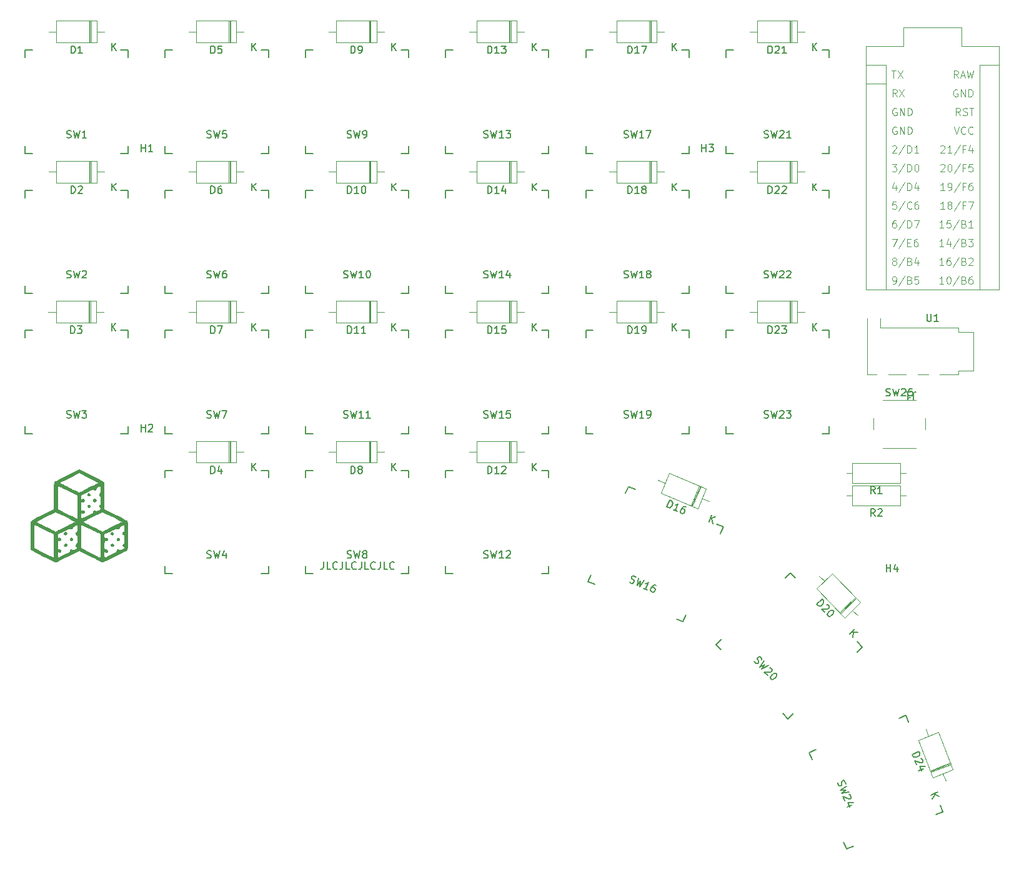
<source format=gbr>
%TF.GenerationSoftware,KiCad,Pcbnew,7.0.9*%
%TF.CreationDate,2023-12-16T00:05:46+09:00*%
%TF.ProjectId,Focus,466f6375-732e-46b6-9963-61645f706362,rev?*%
%TF.SameCoordinates,Original*%
%TF.FileFunction,Legend,Top*%
%TF.FilePolarity,Positive*%
%FSLAX46Y46*%
G04 Gerber Fmt 4.6, Leading zero omitted, Abs format (unit mm)*
G04 Created by KiCad (PCBNEW 7.0.9) date 2023-12-16 00:05:46*
%MOMM*%
%LPD*%
G01*
G04 APERTURE LIST*
%ADD10C,0.150000*%
%ADD11C,0.100000*%
%ADD12C,0.120000*%
G04 APERTURE END LIST*
D10*
X103472493Y-102419819D02*
X103472493Y-103134104D01*
X103472493Y-103134104D02*
X103424874Y-103276961D01*
X103424874Y-103276961D02*
X103329636Y-103372200D01*
X103329636Y-103372200D02*
X103186779Y-103419819D01*
X103186779Y-103419819D02*
X103091541Y-103419819D01*
X104424874Y-103419819D02*
X103948684Y-103419819D01*
X103948684Y-103419819D02*
X103948684Y-102419819D01*
X105329636Y-103324580D02*
X105282017Y-103372200D01*
X105282017Y-103372200D02*
X105139160Y-103419819D01*
X105139160Y-103419819D02*
X105043922Y-103419819D01*
X105043922Y-103419819D02*
X104901065Y-103372200D01*
X104901065Y-103372200D02*
X104805827Y-103276961D01*
X104805827Y-103276961D02*
X104758208Y-103181723D01*
X104758208Y-103181723D02*
X104710589Y-102991247D01*
X104710589Y-102991247D02*
X104710589Y-102848390D01*
X104710589Y-102848390D02*
X104758208Y-102657914D01*
X104758208Y-102657914D02*
X104805827Y-102562676D01*
X104805827Y-102562676D02*
X104901065Y-102467438D01*
X104901065Y-102467438D02*
X105043922Y-102419819D01*
X105043922Y-102419819D02*
X105139160Y-102419819D01*
X105139160Y-102419819D02*
X105282017Y-102467438D01*
X105282017Y-102467438D02*
X105329636Y-102515057D01*
X106043922Y-102419819D02*
X106043922Y-103134104D01*
X106043922Y-103134104D02*
X105996303Y-103276961D01*
X105996303Y-103276961D02*
X105901065Y-103372200D01*
X105901065Y-103372200D02*
X105758208Y-103419819D01*
X105758208Y-103419819D02*
X105662970Y-103419819D01*
X106996303Y-103419819D02*
X106520113Y-103419819D01*
X106520113Y-103419819D02*
X106520113Y-102419819D01*
X107901065Y-103324580D02*
X107853446Y-103372200D01*
X107853446Y-103372200D02*
X107710589Y-103419819D01*
X107710589Y-103419819D02*
X107615351Y-103419819D01*
X107615351Y-103419819D02*
X107472494Y-103372200D01*
X107472494Y-103372200D02*
X107377256Y-103276961D01*
X107377256Y-103276961D02*
X107329637Y-103181723D01*
X107329637Y-103181723D02*
X107282018Y-102991247D01*
X107282018Y-102991247D02*
X107282018Y-102848390D01*
X107282018Y-102848390D02*
X107329637Y-102657914D01*
X107329637Y-102657914D02*
X107377256Y-102562676D01*
X107377256Y-102562676D02*
X107472494Y-102467438D01*
X107472494Y-102467438D02*
X107615351Y-102419819D01*
X107615351Y-102419819D02*
X107710589Y-102419819D01*
X107710589Y-102419819D02*
X107853446Y-102467438D01*
X107853446Y-102467438D02*
X107901065Y-102515057D01*
X108615351Y-102419819D02*
X108615351Y-103134104D01*
X108615351Y-103134104D02*
X108567732Y-103276961D01*
X108567732Y-103276961D02*
X108472494Y-103372200D01*
X108472494Y-103372200D02*
X108329637Y-103419819D01*
X108329637Y-103419819D02*
X108234399Y-103419819D01*
X109567732Y-103419819D02*
X109091542Y-103419819D01*
X109091542Y-103419819D02*
X109091542Y-102419819D01*
X110472494Y-103324580D02*
X110424875Y-103372200D01*
X110424875Y-103372200D02*
X110282018Y-103419819D01*
X110282018Y-103419819D02*
X110186780Y-103419819D01*
X110186780Y-103419819D02*
X110043923Y-103372200D01*
X110043923Y-103372200D02*
X109948685Y-103276961D01*
X109948685Y-103276961D02*
X109901066Y-103181723D01*
X109901066Y-103181723D02*
X109853447Y-102991247D01*
X109853447Y-102991247D02*
X109853447Y-102848390D01*
X109853447Y-102848390D02*
X109901066Y-102657914D01*
X109901066Y-102657914D02*
X109948685Y-102562676D01*
X109948685Y-102562676D02*
X110043923Y-102467438D01*
X110043923Y-102467438D02*
X110186780Y-102419819D01*
X110186780Y-102419819D02*
X110282018Y-102419819D01*
X110282018Y-102419819D02*
X110424875Y-102467438D01*
X110424875Y-102467438D02*
X110472494Y-102515057D01*
X111186780Y-102419819D02*
X111186780Y-103134104D01*
X111186780Y-103134104D02*
X111139161Y-103276961D01*
X111139161Y-103276961D02*
X111043923Y-103372200D01*
X111043923Y-103372200D02*
X110901066Y-103419819D01*
X110901066Y-103419819D02*
X110805828Y-103419819D01*
X112139161Y-103419819D02*
X111662971Y-103419819D01*
X111662971Y-103419819D02*
X111662971Y-102419819D01*
X113043923Y-103324580D02*
X112996304Y-103372200D01*
X112996304Y-103372200D02*
X112853447Y-103419819D01*
X112853447Y-103419819D02*
X112758209Y-103419819D01*
X112758209Y-103419819D02*
X112615352Y-103372200D01*
X112615352Y-103372200D02*
X112520114Y-103276961D01*
X112520114Y-103276961D02*
X112472495Y-103181723D01*
X112472495Y-103181723D02*
X112424876Y-102991247D01*
X112424876Y-102991247D02*
X112424876Y-102848390D01*
X112424876Y-102848390D02*
X112472495Y-102657914D01*
X112472495Y-102657914D02*
X112520114Y-102562676D01*
X112520114Y-102562676D02*
X112615352Y-102467438D01*
X112615352Y-102467438D02*
X112758209Y-102419819D01*
X112758209Y-102419819D02*
X112853447Y-102419819D01*
X112853447Y-102419819D02*
X112996304Y-102467438D01*
X112996304Y-102467438D02*
X113043923Y-102515057D01*
X125705714Y-90424819D02*
X125705714Y-89424819D01*
X125705714Y-89424819D02*
X125943809Y-89424819D01*
X125943809Y-89424819D02*
X126086666Y-89472438D01*
X126086666Y-89472438D02*
X126181904Y-89567676D01*
X126181904Y-89567676D02*
X126229523Y-89662914D01*
X126229523Y-89662914D02*
X126277142Y-89853390D01*
X126277142Y-89853390D02*
X126277142Y-89996247D01*
X126277142Y-89996247D02*
X126229523Y-90186723D01*
X126229523Y-90186723D02*
X126181904Y-90281961D01*
X126181904Y-90281961D02*
X126086666Y-90377200D01*
X126086666Y-90377200D02*
X125943809Y-90424819D01*
X125943809Y-90424819D02*
X125705714Y-90424819D01*
X127229523Y-90424819D02*
X126658095Y-90424819D01*
X126943809Y-90424819D02*
X126943809Y-89424819D01*
X126943809Y-89424819D02*
X126848571Y-89567676D01*
X126848571Y-89567676D02*
X126753333Y-89662914D01*
X126753333Y-89662914D02*
X126658095Y-89710533D01*
X127610476Y-89520057D02*
X127658095Y-89472438D01*
X127658095Y-89472438D02*
X127753333Y-89424819D01*
X127753333Y-89424819D02*
X127991428Y-89424819D01*
X127991428Y-89424819D02*
X128086666Y-89472438D01*
X128086666Y-89472438D02*
X128134285Y-89520057D01*
X128134285Y-89520057D02*
X128181904Y-89615295D01*
X128181904Y-89615295D02*
X128181904Y-89710533D01*
X128181904Y-89710533D02*
X128134285Y-89853390D01*
X128134285Y-89853390D02*
X127562857Y-90424819D01*
X127562857Y-90424819D02*
X128181904Y-90424819D01*
X131738095Y-90054819D02*
X131738095Y-89054819D01*
X132309523Y-90054819D02*
X131880952Y-89483390D01*
X132309523Y-89054819D02*
X131738095Y-89626247D01*
X87666667Y-101852200D02*
X87809524Y-101899819D01*
X87809524Y-101899819D02*
X88047619Y-101899819D01*
X88047619Y-101899819D02*
X88142857Y-101852200D01*
X88142857Y-101852200D02*
X88190476Y-101804580D01*
X88190476Y-101804580D02*
X88238095Y-101709342D01*
X88238095Y-101709342D02*
X88238095Y-101614104D01*
X88238095Y-101614104D02*
X88190476Y-101518866D01*
X88190476Y-101518866D02*
X88142857Y-101471247D01*
X88142857Y-101471247D02*
X88047619Y-101423628D01*
X88047619Y-101423628D02*
X87857143Y-101376009D01*
X87857143Y-101376009D02*
X87761905Y-101328390D01*
X87761905Y-101328390D02*
X87714286Y-101280771D01*
X87714286Y-101280771D02*
X87666667Y-101185533D01*
X87666667Y-101185533D02*
X87666667Y-101090295D01*
X87666667Y-101090295D02*
X87714286Y-100995057D01*
X87714286Y-100995057D02*
X87761905Y-100947438D01*
X87761905Y-100947438D02*
X87857143Y-100899819D01*
X87857143Y-100899819D02*
X88095238Y-100899819D01*
X88095238Y-100899819D02*
X88238095Y-100947438D01*
X88571429Y-100899819D02*
X88809524Y-101899819D01*
X88809524Y-101899819D02*
X89000000Y-101185533D01*
X89000000Y-101185533D02*
X89190476Y-101899819D01*
X89190476Y-101899819D02*
X89428572Y-100899819D01*
X90238095Y-101233152D02*
X90238095Y-101899819D01*
X90000000Y-100852200D02*
X89761905Y-101566485D01*
X89761905Y-101566485D02*
X90380952Y-101566485D01*
X107181905Y-90424819D02*
X107181905Y-89424819D01*
X107181905Y-89424819D02*
X107420000Y-89424819D01*
X107420000Y-89424819D02*
X107562857Y-89472438D01*
X107562857Y-89472438D02*
X107658095Y-89567676D01*
X107658095Y-89567676D02*
X107705714Y-89662914D01*
X107705714Y-89662914D02*
X107753333Y-89853390D01*
X107753333Y-89853390D02*
X107753333Y-89996247D01*
X107753333Y-89996247D02*
X107705714Y-90186723D01*
X107705714Y-90186723D02*
X107658095Y-90281961D01*
X107658095Y-90281961D02*
X107562857Y-90377200D01*
X107562857Y-90377200D02*
X107420000Y-90424819D01*
X107420000Y-90424819D02*
X107181905Y-90424819D01*
X108324762Y-89853390D02*
X108229524Y-89805771D01*
X108229524Y-89805771D02*
X108181905Y-89758152D01*
X108181905Y-89758152D02*
X108134286Y-89662914D01*
X108134286Y-89662914D02*
X108134286Y-89615295D01*
X108134286Y-89615295D02*
X108181905Y-89520057D01*
X108181905Y-89520057D02*
X108229524Y-89472438D01*
X108229524Y-89472438D02*
X108324762Y-89424819D01*
X108324762Y-89424819D02*
X108515238Y-89424819D01*
X108515238Y-89424819D02*
X108610476Y-89472438D01*
X108610476Y-89472438D02*
X108658095Y-89520057D01*
X108658095Y-89520057D02*
X108705714Y-89615295D01*
X108705714Y-89615295D02*
X108705714Y-89662914D01*
X108705714Y-89662914D02*
X108658095Y-89758152D01*
X108658095Y-89758152D02*
X108610476Y-89805771D01*
X108610476Y-89805771D02*
X108515238Y-89853390D01*
X108515238Y-89853390D02*
X108324762Y-89853390D01*
X108324762Y-89853390D02*
X108229524Y-89901009D01*
X108229524Y-89901009D02*
X108181905Y-89948628D01*
X108181905Y-89948628D02*
X108134286Y-90043866D01*
X108134286Y-90043866D02*
X108134286Y-90234342D01*
X108134286Y-90234342D02*
X108181905Y-90329580D01*
X108181905Y-90329580D02*
X108229524Y-90377200D01*
X108229524Y-90377200D02*
X108324762Y-90424819D01*
X108324762Y-90424819D02*
X108515238Y-90424819D01*
X108515238Y-90424819D02*
X108610476Y-90377200D01*
X108610476Y-90377200D02*
X108658095Y-90329580D01*
X108658095Y-90329580D02*
X108705714Y-90234342D01*
X108705714Y-90234342D02*
X108705714Y-90043866D01*
X108705714Y-90043866D02*
X108658095Y-89948628D01*
X108658095Y-89948628D02*
X108610476Y-89901009D01*
X108610476Y-89901009D02*
X108515238Y-89853390D01*
X112738095Y-90054819D02*
X112738095Y-89054819D01*
X113309523Y-90054819D02*
X112880952Y-89483390D01*
X113309523Y-89054819D02*
X112738095Y-89626247D01*
X144190476Y-82852200D02*
X144333333Y-82899819D01*
X144333333Y-82899819D02*
X144571428Y-82899819D01*
X144571428Y-82899819D02*
X144666666Y-82852200D01*
X144666666Y-82852200D02*
X144714285Y-82804580D01*
X144714285Y-82804580D02*
X144761904Y-82709342D01*
X144761904Y-82709342D02*
X144761904Y-82614104D01*
X144761904Y-82614104D02*
X144714285Y-82518866D01*
X144714285Y-82518866D02*
X144666666Y-82471247D01*
X144666666Y-82471247D02*
X144571428Y-82423628D01*
X144571428Y-82423628D02*
X144380952Y-82376009D01*
X144380952Y-82376009D02*
X144285714Y-82328390D01*
X144285714Y-82328390D02*
X144238095Y-82280771D01*
X144238095Y-82280771D02*
X144190476Y-82185533D01*
X144190476Y-82185533D02*
X144190476Y-82090295D01*
X144190476Y-82090295D02*
X144238095Y-81995057D01*
X144238095Y-81995057D02*
X144285714Y-81947438D01*
X144285714Y-81947438D02*
X144380952Y-81899819D01*
X144380952Y-81899819D02*
X144619047Y-81899819D01*
X144619047Y-81899819D02*
X144761904Y-81947438D01*
X145095238Y-81899819D02*
X145333333Y-82899819D01*
X145333333Y-82899819D02*
X145523809Y-82185533D01*
X145523809Y-82185533D02*
X145714285Y-82899819D01*
X145714285Y-82899819D02*
X145952381Y-81899819D01*
X146857142Y-82899819D02*
X146285714Y-82899819D01*
X146571428Y-82899819D02*
X146571428Y-81899819D01*
X146571428Y-81899819D02*
X146476190Y-82042676D01*
X146476190Y-82042676D02*
X146380952Y-82137914D01*
X146380952Y-82137914D02*
X146285714Y-82185533D01*
X147333333Y-82899819D02*
X147523809Y-82899819D01*
X147523809Y-82899819D02*
X147619047Y-82852200D01*
X147619047Y-82852200D02*
X147666666Y-82804580D01*
X147666666Y-82804580D02*
X147761904Y-82661723D01*
X147761904Y-82661723D02*
X147809523Y-82471247D01*
X147809523Y-82471247D02*
X147809523Y-82090295D01*
X147809523Y-82090295D02*
X147761904Y-81995057D01*
X147761904Y-81995057D02*
X147714285Y-81947438D01*
X147714285Y-81947438D02*
X147619047Y-81899819D01*
X147619047Y-81899819D02*
X147428571Y-81899819D01*
X147428571Y-81899819D02*
X147333333Y-81947438D01*
X147333333Y-81947438D02*
X147285714Y-81995057D01*
X147285714Y-81995057D02*
X147238095Y-82090295D01*
X147238095Y-82090295D02*
X147238095Y-82328390D01*
X147238095Y-82328390D02*
X147285714Y-82423628D01*
X147285714Y-82423628D02*
X147333333Y-82471247D01*
X147333333Y-82471247D02*
X147428571Y-82518866D01*
X147428571Y-82518866D02*
X147619047Y-82518866D01*
X147619047Y-82518866D02*
X147714285Y-82471247D01*
X147714285Y-82471247D02*
X147761904Y-82423628D01*
X147761904Y-82423628D02*
X147809523Y-82328390D01*
X144705714Y-33424819D02*
X144705714Y-32424819D01*
X144705714Y-32424819D02*
X144943809Y-32424819D01*
X144943809Y-32424819D02*
X145086666Y-32472438D01*
X145086666Y-32472438D02*
X145181904Y-32567676D01*
X145181904Y-32567676D02*
X145229523Y-32662914D01*
X145229523Y-32662914D02*
X145277142Y-32853390D01*
X145277142Y-32853390D02*
X145277142Y-32996247D01*
X145277142Y-32996247D02*
X145229523Y-33186723D01*
X145229523Y-33186723D02*
X145181904Y-33281961D01*
X145181904Y-33281961D02*
X145086666Y-33377200D01*
X145086666Y-33377200D02*
X144943809Y-33424819D01*
X144943809Y-33424819D02*
X144705714Y-33424819D01*
X146229523Y-33424819D02*
X145658095Y-33424819D01*
X145943809Y-33424819D02*
X145943809Y-32424819D01*
X145943809Y-32424819D02*
X145848571Y-32567676D01*
X145848571Y-32567676D02*
X145753333Y-32662914D01*
X145753333Y-32662914D02*
X145658095Y-32710533D01*
X146562857Y-32424819D02*
X147229523Y-32424819D01*
X147229523Y-32424819D02*
X146800952Y-33424819D01*
X150738095Y-33054819D02*
X150738095Y-32054819D01*
X151309523Y-33054819D02*
X150880952Y-32483390D01*
X151309523Y-32054819D02*
X150738095Y-32626247D01*
X163705714Y-33424819D02*
X163705714Y-32424819D01*
X163705714Y-32424819D02*
X163943809Y-32424819D01*
X163943809Y-32424819D02*
X164086666Y-32472438D01*
X164086666Y-32472438D02*
X164181904Y-32567676D01*
X164181904Y-32567676D02*
X164229523Y-32662914D01*
X164229523Y-32662914D02*
X164277142Y-32853390D01*
X164277142Y-32853390D02*
X164277142Y-32996247D01*
X164277142Y-32996247D02*
X164229523Y-33186723D01*
X164229523Y-33186723D02*
X164181904Y-33281961D01*
X164181904Y-33281961D02*
X164086666Y-33377200D01*
X164086666Y-33377200D02*
X163943809Y-33424819D01*
X163943809Y-33424819D02*
X163705714Y-33424819D01*
X164658095Y-32520057D02*
X164705714Y-32472438D01*
X164705714Y-32472438D02*
X164800952Y-32424819D01*
X164800952Y-32424819D02*
X165039047Y-32424819D01*
X165039047Y-32424819D02*
X165134285Y-32472438D01*
X165134285Y-32472438D02*
X165181904Y-32520057D01*
X165181904Y-32520057D02*
X165229523Y-32615295D01*
X165229523Y-32615295D02*
X165229523Y-32710533D01*
X165229523Y-32710533D02*
X165181904Y-32853390D01*
X165181904Y-32853390D02*
X164610476Y-33424819D01*
X164610476Y-33424819D02*
X165229523Y-33424819D01*
X166181904Y-33424819D02*
X165610476Y-33424819D01*
X165896190Y-33424819D02*
X165896190Y-32424819D01*
X165896190Y-32424819D02*
X165800952Y-32567676D01*
X165800952Y-32567676D02*
X165705714Y-32662914D01*
X165705714Y-32662914D02*
X165610476Y-32710533D01*
X169738095Y-33054819D02*
X169738095Y-32054819D01*
X170309523Y-33054819D02*
X169880952Y-32483390D01*
X170309523Y-32054819D02*
X169738095Y-32626247D01*
X78738095Y-46754819D02*
X78738095Y-45754819D01*
X78738095Y-46231009D02*
X79309523Y-46231009D01*
X79309523Y-46754819D02*
X79309523Y-45754819D01*
X80309523Y-46754819D02*
X79738095Y-46754819D01*
X80023809Y-46754819D02*
X80023809Y-45754819D01*
X80023809Y-45754819D02*
X79928571Y-45897676D01*
X79928571Y-45897676D02*
X79833333Y-45992914D01*
X79833333Y-45992914D02*
X79738095Y-46040533D01*
X125190476Y-44852200D02*
X125333333Y-44899819D01*
X125333333Y-44899819D02*
X125571428Y-44899819D01*
X125571428Y-44899819D02*
X125666666Y-44852200D01*
X125666666Y-44852200D02*
X125714285Y-44804580D01*
X125714285Y-44804580D02*
X125761904Y-44709342D01*
X125761904Y-44709342D02*
X125761904Y-44614104D01*
X125761904Y-44614104D02*
X125714285Y-44518866D01*
X125714285Y-44518866D02*
X125666666Y-44471247D01*
X125666666Y-44471247D02*
X125571428Y-44423628D01*
X125571428Y-44423628D02*
X125380952Y-44376009D01*
X125380952Y-44376009D02*
X125285714Y-44328390D01*
X125285714Y-44328390D02*
X125238095Y-44280771D01*
X125238095Y-44280771D02*
X125190476Y-44185533D01*
X125190476Y-44185533D02*
X125190476Y-44090295D01*
X125190476Y-44090295D02*
X125238095Y-43995057D01*
X125238095Y-43995057D02*
X125285714Y-43947438D01*
X125285714Y-43947438D02*
X125380952Y-43899819D01*
X125380952Y-43899819D02*
X125619047Y-43899819D01*
X125619047Y-43899819D02*
X125761904Y-43947438D01*
X126095238Y-43899819D02*
X126333333Y-44899819D01*
X126333333Y-44899819D02*
X126523809Y-44185533D01*
X126523809Y-44185533D02*
X126714285Y-44899819D01*
X126714285Y-44899819D02*
X126952381Y-43899819D01*
X127857142Y-44899819D02*
X127285714Y-44899819D01*
X127571428Y-44899819D02*
X127571428Y-43899819D01*
X127571428Y-43899819D02*
X127476190Y-44042676D01*
X127476190Y-44042676D02*
X127380952Y-44137914D01*
X127380952Y-44137914D02*
X127285714Y-44185533D01*
X128190476Y-43899819D02*
X128809523Y-43899819D01*
X128809523Y-43899819D02*
X128476190Y-44280771D01*
X128476190Y-44280771D02*
X128619047Y-44280771D01*
X128619047Y-44280771D02*
X128714285Y-44328390D01*
X128714285Y-44328390D02*
X128761904Y-44376009D01*
X128761904Y-44376009D02*
X128809523Y-44471247D01*
X128809523Y-44471247D02*
X128809523Y-44709342D01*
X128809523Y-44709342D02*
X128761904Y-44804580D01*
X128761904Y-44804580D02*
X128714285Y-44852200D01*
X128714285Y-44852200D02*
X128619047Y-44899819D01*
X128619047Y-44899819D02*
X128333333Y-44899819D01*
X128333333Y-44899819D02*
X128238095Y-44852200D01*
X128238095Y-44852200D02*
X128190476Y-44804580D01*
X106666667Y-44852200D02*
X106809524Y-44899819D01*
X106809524Y-44899819D02*
X107047619Y-44899819D01*
X107047619Y-44899819D02*
X107142857Y-44852200D01*
X107142857Y-44852200D02*
X107190476Y-44804580D01*
X107190476Y-44804580D02*
X107238095Y-44709342D01*
X107238095Y-44709342D02*
X107238095Y-44614104D01*
X107238095Y-44614104D02*
X107190476Y-44518866D01*
X107190476Y-44518866D02*
X107142857Y-44471247D01*
X107142857Y-44471247D02*
X107047619Y-44423628D01*
X107047619Y-44423628D02*
X106857143Y-44376009D01*
X106857143Y-44376009D02*
X106761905Y-44328390D01*
X106761905Y-44328390D02*
X106714286Y-44280771D01*
X106714286Y-44280771D02*
X106666667Y-44185533D01*
X106666667Y-44185533D02*
X106666667Y-44090295D01*
X106666667Y-44090295D02*
X106714286Y-43995057D01*
X106714286Y-43995057D02*
X106761905Y-43947438D01*
X106761905Y-43947438D02*
X106857143Y-43899819D01*
X106857143Y-43899819D02*
X107095238Y-43899819D01*
X107095238Y-43899819D02*
X107238095Y-43947438D01*
X107571429Y-43899819D02*
X107809524Y-44899819D01*
X107809524Y-44899819D02*
X108000000Y-44185533D01*
X108000000Y-44185533D02*
X108190476Y-44899819D01*
X108190476Y-44899819D02*
X108428572Y-43899819D01*
X108857143Y-44899819D02*
X109047619Y-44899819D01*
X109047619Y-44899819D02*
X109142857Y-44852200D01*
X109142857Y-44852200D02*
X109190476Y-44804580D01*
X109190476Y-44804580D02*
X109285714Y-44661723D01*
X109285714Y-44661723D02*
X109333333Y-44471247D01*
X109333333Y-44471247D02*
X109333333Y-44090295D01*
X109333333Y-44090295D02*
X109285714Y-43995057D01*
X109285714Y-43995057D02*
X109238095Y-43947438D01*
X109238095Y-43947438D02*
X109142857Y-43899819D01*
X109142857Y-43899819D02*
X108952381Y-43899819D01*
X108952381Y-43899819D02*
X108857143Y-43947438D01*
X108857143Y-43947438D02*
X108809524Y-43995057D01*
X108809524Y-43995057D02*
X108761905Y-44090295D01*
X108761905Y-44090295D02*
X108761905Y-44328390D01*
X108761905Y-44328390D02*
X108809524Y-44423628D01*
X108809524Y-44423628D02*
X108857143Y-44471247D01*
X108857143Y-44471247D02*
X108952381Y-44518866D01*
X108952381Y-44518866D02*
X109142857Y-44518866D01*
X109142857Y-44518866D02*
X109238095Y-44471247D01*
X109238095Y-44471247D02*
X109285714Y-44423628D01*
X109285714Y-44423628D02*
X109333333Y-44328390D01*
X87666667Y-44852200D02*
X87809524Y-44899819D01*
X87809524Y-44899819D02*
X88047619Y-44899819D01*
X88047619Y-44899819D02*
X88142857Y-44852200D01*
X88142857Y-44852200D02*
X88190476Y-44804580D01*
X88190476Y-44804580D02*
X88238095Y-44709342D01*
X88238095Y-44709342D02*
X88238095Y-44614104D01*
X88238095Y-44614104D02*
X88190476Y-44518866D01*
X88190476Y-44518866D02*
X88142857Y-44471247D01*
X88142857Y-44471247D02*
X88047619Y-44423628D01*
X88047619Y-44423628D02*
X87857143Y-44376009D01*
X87857143Y-44376009D02*
X87761905Y-44328390D01*
X87761905Y-44328390D02*
X87714286Y-44280771D01*
X87714286Y-44280771D02*
X87666667Y-44185533D01*
X87666667Y-44185533D02*
X87666667Y-44090295D01*
X87666667Y-44090295D02*
X87714286Y-43995057D01*
X87714286Y-43995057D02*
X87761905Y-43947438D01*
X87761905Y-43947438D02*
X87857143Y-43899819D01*
X87857143Y-43899819D02*
X88095238Y-43899819D01*
X88095238Y-43899819D02*
X88238095Y-43947438D01*
X88571429Y-43899819D02*
X88809524Y-44899819D01*
X88809524Y-44899819D02*
X89000000Y-44185533D01*
X89000000Y-44185533D02*
X89190476Y-44899819D01*
X89190476Y-44899819D02*
X89428572Y-43899819D01*
X90285714Y-43899819D02*
X89809524Y-43899819D01*
X89809524Y-43899819D02*
X89761905Y-44376009D01*
X89761905Y-44376009D02*
X89809524Y-44328390D01*
X89809524Y-44328390D02*
X89904762Y-44280771D01*
X89904762Y-44280771D02*
X90142857Y-44280771D01*
X90142857Y-44280771D02*
X90238095Y-44328390D01*
X90238095Y-44328390D02*
X90285714Y-44376009D01*
X90285714Y-44376009D02*
X90333333Y-44471247D01*
X90333333Y-44471247D02*
X90333333Y-44709342D01*
X90333333Y-44709342D02*
X90285714Y-44804580D01*
X90285714Y-44804580D02*
X90238095Y-44852200D01*
X90238095Y-44852200D02*
X90142857Y-44899819D01*
X90142857Y-44899819D02*
X89904762Y-44899819D01*
X89904762Y-44899819D02*
X89809524Y-44852200D01*
X89809524Y-44852200D02*
X89761905Y-44804580D01*
X88181905Y-33424819D02*
X88181905Y-32424819D01*
X88181905Y-32424819D02*
X88420000Y-32424819D01*
X88420000Y-32424819D02*
X88562857Y-32472438D01*
X88562857Y-32472438D02*
X88658095Y-32567676D01*
X88658095Y-32567676D02*
X88705714Y-32662914D01*
X88705714Y-32662914D02*
X88753333Y-32853390D01*
X88753333Y-32853390D02*
X88753333Y-32996247D01*
X88753333Y-32996247D02*
X88705714Y-33186723D01*
X88705714Y-33186723D02*
X88658095Y-33281961D01*
X88658095Y-33281961D02*
X88562857Y-33377200D01*
X88562857Y-33377200D02*
X88420000Y-33424819D01*
X88420000Y-33424819D02*
X88181905Y-33424819D01*
X89658095Y-32424819D02*
X89181905Y-32424819D01*
X89181905Y-32424819D02*
X89134286Y-32901009D01*
X89134286Y-32901009D02*
X89181905Y-32853390D01*
X89181905Y-32853390D02*
X89277143Y-32805771D01*
X89277143Y-32805771D02*
X89515238Y-32805771D01*
X89515238Y-32805771D02*
X89610476Y-32853390D01*
X89610476Y-32853390D02*
X89658095Y-32901009D01*
X89658095Y-32901009D02*
X89705714Y-32996247D01*
X89705714Y-32996247D02*
X89705714Y-33234342D01*
X89705714Y-33234342D02*
X89658095Y-33329580D01*
X89658095Y-33329580D02*
X89610476Y-33377200D01*
X89610476Y-33377200D02*
X89515238Y-33424819D01*
X89515238Y-33424819D02*
X89277143Y-33424819D01*
X89277143Y-33424819D02*
X89181905Y-33377200D01*
X89181905Y-33377200D02*
X89134286Y-33329580D01*
X93738095Y-33054819D02*
X93738095Y-32054819D01*
X94309523Y-33054819D02*
X93880952Y-32483390D01*
X94309523Y-32054819D02*
X93738095Y-32626247D01*
X88181905Y-90424819D02*
X88181905Y-89424819D01*
X88181905Y-89424819D02*
X88420000Y-89424819D01*
X88420000Y-89424819D02*
X88562857Y-89472438D01*
X88562857Y-89472438D02*
X88658095Y-89567676D01*
X88658095Y-89567676D02*
X88705714Y-89662914D01*
X88705714Y-89662914D02*
X88753333Y-89853390D01*
X88753333Y-89853390D02*
X88753333Y-89996247D01*
X88753333Y-89996247D02*
X88705714Y-90186723D01*
X88705714Y-90186723D02*
X88658095Y-90281961D01*
X88658095Y-90281961D02*
X88562857Y-90377200D01*
X88562857Y-90377200D02*
X88420000Y-90424819D01*
X88420000Y-90424819D02*
X88181905Y-90424819D01*
X89610476Y-89758152D02*
X89610476Y-90424819D01*
X89372381Y-89377200D02*
X89134286Y-90091485D01*
X89134286Y-90091485D02*
X89753333Y-90091485D01*
X93738095Y-90054819D02*
X93738095Y-89054819D01*
X94309523Y-90054819D02*
X93880952Y-89483390D01*
X94309523Y-89054819D02*
X93738095Y-89626247D01*
X149989426Y-94967850D02*
X150380157Y-94047346D01*
X150380157Y-94047346D02*
X150599325Y-94140377D01*
X150599325Y-94140377D02*
X150712219Y-94240029D01*
X150712219Y-94240029D02*
X150762674Y-94364909D01*
X150762674Y-94364909D02*
X150769295Y-94471182D01*
X150769295Y-94471182D02*
X150738703Y-94665123D01*
X150738703Y-94665123D02*
X150682885Y-94796623D01*
X150682885Y-94796623D02*
X150564626Y-94953351D01*
X150564626Y-94953351D02*
X150483580Y-95022412D01*
X150483580Y-95022412D02*
X150358700Y-95072867D01*
X150358700Y-95072867D02*
X150208593Y-95060882D01*
X150208593Y-95060882D02*
X149989426Y-94967850D01*
X151392100Y-95563250D02*
X150866097Y-95339975D01*
X151129098Y-95451613D02*
X151519829Y-94531108D01*
X151519829Y-94531108D02*
X151376344Y-94625396D01*
X151376344Y-94625396D02*
X151251464Y-94675851D01*
X151251464Y-94675851D02*
X151145191Y-94682472D01*
X152571835Y-94977658D02*
X152396501Y-94903233D01*
X152396501Y-94903233D02*
X152290227Y-94909854D01*
X152290227Y-94909854D02*
X152227788Y-94935081D01*
X152227788Y-94935081D02*
X152084302Y-95029369D01*
X152084302Y-95029369D02*
X151966043Y-95186097D01*
X151966043Y-95186097D02*
X151817193Y-95536766D01*
X151817193Y-95536766D02*
X151823814Y-95643039D01*
X151823814Y-95643039D02*
X151849042Y-95705479D01*
X151849042Y-95705479D02*
X151918102Y-95786525D01*
X151918102Y-95786525D02*
X152093437Y-95860950D01*
X152093437Y-95860950D02*
X152199710Y-95854329D01*
X152199710Y-95854329D02*
X152262150Y-95829102D01*
X152262150Y-95829102D02*
X152343196Y-95760041D01*
X152343196Y-95760041D02*
X152436227Y-95540873D01*
X152436227Y-95540873D02*
X152429606Y-95434600D01*
X152429606Y-95434600D02*
X152404379Y-95372160D01*
X152404379Y-95372160D02*
X152335318Y-95291114D01*
X152335318Y-95291114D02*
X152159984Y-95216689D01*
X152159984Y-95216689D02*
X152053710Y-95223310D01*
X152053710Y-95223310D02*
X151991270Y-95248537D01*
X151991270Y-95248537D02*
X151910224Y-95317598D01*
X155686833Y-96984302D02*
X156077564Y-96063797D01*
X156212836Y-97207577D02*
X156041609Y-96514118D01*
X156603567Y-96287072D02*
X155854289Y-96589800D01*
X144190476Y-44852200D02*
X144333333Y-44899819D01*
X144333333Y-44899819D02*
X144571428Y-44899819D01*
X144571428Y-44899819D02*
X144666666Y-44852200D01*
X144666666Y-44852200D02*
X144714285Y-44804580D01*
X144714285Y-44804580D02*
X144761904Y-44709342D01*
X144761904Y-44709342D02*
X144761904Y-44614104D01*
X144761904Y-44614104D02*
X144714285Y-44518866D01*
X144714285Y-44518866D02*
X144666666Y-44471247D01*
X144666666Y-44471247D02*
X144571428Y-44423628D01*
X144571428Y-44423628D02*
X144380952Y-44376009D01*
X144380952Y-44376009D02*
X144285714Y-44328390D01*
X144285714Y-44328390D02*
X144238095Y-44280771D01*
X144238095Y-44280771D02*
X144190476Y-44185533D01*
X144190476Y-44185533D02*
X144190476Y-44090295D01*
X144190476Y-44090295D02*
X144238095Y-43995057D01*
X144238095Y-43995057D02*
X144285714Y-43947438D01*
X144285714Y-43947438D02*
X144380952Y-43899819D01*
X144380952Y-43899819D02*
X144619047Y-43899819D01*
X144619047Y-43899819D02*
X144761904Y-43947438D01*
X145095238Y-43899819D02*
X145333333Y-44899819D01*
X145333333Y-44899819D02*
X145523809Y-44185533D01*
X145523809Y-44185533D02*
X145714285Y-44899819D01*
X145714285Y-44899819D02*
X145952381Y-43899819D01*
X146857142Y-44899819D02*
X146285714Y-44899819D01*
X146571428Y-44899819D02*
X146571428Y-43899819D01*
X146571428Y-43899819D02*
X146476190Y-44042676D01*
X146476190Y-44042676D02*
X146380952Y-44137914D01*
X146380952Y-44137914D02*
X146285714Y-44185533D01*
X147190476Y-43899819D02*
X147857142Y-43899819D01*
X147857142Y-43899819D02*
X147428571Y-44899819D01*
X125190476Y-63852200D02*
X125333333Y-63899819D01*
X125333333Y-63899819D02*
X125571428Y-63899819D01*
X125571428Y-63899819D02*
X125666666Y-63852200D01*
X125666666Y-63852200D02*
X125714285Y-63804580D01*
X125714285Y-63804580D02*
X125761904Y-63709342D01*
X125761904Y-63709342D02*
X125761904Y-63614104D01*
X125761904Y-63614104D02*
X125714285Y-63518866D01*
X125714285Y-63518866D02*
X125666666Y-63471247D01*
X125666666Y-63471247D02*
X125571428Y-63423628D01*
X125571428Y-63423628D02*
X125380952Y-63376009D01*
X125380952Y-63376009D02*
X125285714Y-63328390D01*
X125285714Y-63328390D02*
X125238095Y-63280771D01*
X125238095Y-63280771D02*
X125190476Y-63185533D01*
X125190476Y-63185533D02*
X125190476Y-63090295D01*
X125190476Y-63090295D02*
X125238095Y-62995057D01*
X125238095Y-62995057D02*
X125285714Y-62947438D01*
X125285714Y-62947438D02*
X125380952Y-62899819D01*
X125380952Y-62899819D02*
X125619047Y-62899819D01*
X125619047Y-62899819D02*
X125761904Y-62947438D01*
X126095238Y-62899819D02*
X126333333Y-63899819D01*
X126333333Y-63899819D02*
X126523809Y-63185533D01*
X126523809Y-63185533D02*
X126714285Y-63899819D01*
X126714285Y-63899819D02*
X126952381Y-62899819D01*
X127857142Y-63899819D02*
X127285714Y-63899819D01*
X127571428Y-63899819D02*
X127571428Y-62899819D01*
X127571428Y-62899819D02*
X127476190Y-63042676D01*
X127476190Y-63042676D02*
X127380952Y-63137914D01*
X127380952Y-63137914D02*
X127285714Y-63185533D01*
X128714285Y-63233152D02*
X128714285Y-63899819D01*
X128476190Y-62852200D02*
X128238095Y-63566485D01*
X128238095Y-63566485D02*
X128857142Y-63566485D01*
X125190476Y-82852200D02*
X125333333Y-82899819D01*
X125333333Y-82899819D02*
X125571428Y-82899819D01*
X125571428Y-82899819D02*
X125666666Y-82852200D01*
X125666666Y-82852200D02*
X125714285Y-82804580D01*
X125714285Y-82804580D02*
X125761904Y-82709342D01*
X125761904Y-82709342D02*
X125761904Y-82614104D01*
X125761904Y-82614104D02*
X125714285Y-82518866D01*
X125714285Y-82518866D02*
X125666666Y-82471247D01*
X125666666Y-82471247D02*
X125571428Y-82423628D01*
X125571428Y-82423628D02*
X125380952Y-82376009D01*
X125380952Y-82376009D02*
X125285714Y-82328390D01*
X125285714Y-82328390D02*
X125238095Y-82280771D01*
X125238095Y-82280771D02*
X125190476Y-82185533D01*
X125190476Y-82185533D02*
X125190476Y-82090295D01*
X125190476Y-82090295D02*
X125238095Y-81995057D01*
X125238095Y-81995057D02*
X125285714Y-81947438D01*
X125285714Y-81947438D02*
X125380952Y-81899819D01*
X125380952Y-81899819D02*
X125619047Y-81899819D01*
X125619047Y-81899819D02*
X125761904Y-81947438D01*
X126095238Y-81899819D02*
X126333333Y-82899819D01*
X126333333Y-82899819D02*
X126523809Y-82185533D01*
X126523809Y-82185533D02*
X126714285Y-82899819D01*
X126714285Y-82899819D02*
X126952381Y-81899819D01*
X127857142Y-82899819D02*
X127285714Y-82899819D01*
X127571428Y-82899819D02*
X127571428Y-81899819D01*
X127571428Y-81899819D02*
X127476190Y-82042676D01*
X127476190Y-82042676D02*
X127380952Y-82137914D01*
X127380952Y-82137914D02*
X127285714Y-82185533D01*
X128761904Y-81899819D02*
X128285714Y-81899819D01*
X128285714Y-81899819D02*
X128238095Y-82376009D01*
X128238095Y-82376009D02*
X128285714Y-82328390D01*
X128285714Y-82328390D02*
X128380952Y-82280771D01*
X128380952Y-82280771D02*
X128619047Y-82280771D01*
X128619047Y-82280771D02*
X128714285Y-82328390D01*
X128714285Y-82328390D02*
X128761904Y-82376009D01*
X128761904Y-82376009D02*
X128809523Y-82471247D01*
X128809523Y-82471247D02*
X128809523Y-82709342D01*
X128809523Y-82709342D02*
X128761904Y-82804580D01*
X128761904Y-82804580D02*
X128714285Y-82852200D01*
X128714285Y-82852200D02*
X128619047Y-82899819D01*
X128619047Y-82899819D02*
X128380952Y-82899819D01*
X128380952Y-82899819D02*
X128285714Y-82852200D01*
X128285714Y-82852200D02*
X128238095Y-82804580D01*
X163190476Y-44852200D02*
X163333333Y-44899819D01*
X163333333Y-44899819D02*
X163571428Y-44899819D01*
X163571428Y-44899819D02*
X163666666Y-44852200D01*
X163666666Y-44852200D02*
X163714285Y-44804580D01*
X163714285Y-44804580D02*
X163761904Y-44709342D01*
X163761904Y-44709342D02*
X163761904Y-44614104D01*
X163761904Y-44614104D02*
X163714285Y-44518866D01*
X163714285Y-44518866D02*
X163666666Y-44471247D01*
X163666666Y-44471247D02*
X163571428Y-44423628D01*
X163571428Y-44423628D02*
X163380952Y-44376009D01*
X163380952Y-44376009D02*
X163285714Y-44328390D01*
X163285714Y-44328390D02*
X163238095Y-44280771D01*
X163238095Y-44280771D02*
X163190476Y-44185533D01*
X163190476Y-44185533D02*
X163190476Y-44090295D01*
X163190476Y-44090295D02*
X163238095Y-43995057D01*
X163238095Y-43995057D02*
X163285714Y-43947438D01*
X163285714Y-43947438D02*
X163380952Y-43899819D01*
X163380952Y-43899819D02*
X163619047Y-43899819D01*
X163619047Y-43899819D02*
X163761904Y-43947438D01*
X164095238Y-43899819D02*
X164333333Y-44899819D01*
X164333333Y-44899819D02*
X164523809Y-44185533D01*
X164523809Y-44185533D02*
X164714285Y-44899819D01*
X164714285Y-44899819D02*
X164952381Y-43899819D01*
X165285714Y-43995057D02*
X165333333Y-43947438D01*
X165333333Y-43947438D02*
X165428571Y-43899819D01*
X165428571Y-43899819D02*
X165666666Y-43899819D01*
X165666666Y-43899819D02*
X165761904Y-43947438D01*
X165761904Y-43947438D02*
X165809523Y-43995057D01*
X165809523Y-43995057D02*
X165857142Y-44090295D01*
X165857142Y-44090295D02*
X165857142Y-44185533D01*
X165857142Y-44185533D02*
X165809523Y-44328390D01*
X165809523Y-44328390D02*
X165238095Y-44899819D01*
X165238095Y-44899819D02*
X165857142Y-44899819D01*
X166809523Y-44899819D02*
X166238095Y-44899819D01*
X166523809Y-44899819D02*
X166523809Y-43899819D01*
X166523809Y-43899819D02*
X166428571Y-44042676D01*
X166428571Y-44042676D02*
X166333333Y-44137914D01*
X166333333Y-44137914D02*
X166238095Y-44185533D01*
X125705714Y-71424819D02*
X125705714Y-70424819D01*
X125705714Y-70424819D02*
X125943809Y-70424819D01*
X125943809Y-70424819D02*
X126086666Y-70472438D01*
X126086666Y-70472438D02*
X126181904Y-70567676D01*
X126181904Y-70567676D02*
X126229523Y-70662914D01*
X126229523Y-70662914D02*
X126277142Y-70853390D01*
X126277142Y-70853390D02*
X126277142Y-70996247D01*
X126277142Y-70996247D02*
X126229523Y-71186723D01*
X126229523Y-71186723D02*
X126181904Y-71281961D01*
X126181904Y-71281961D02*
X126086666Y-71377200D01*
X126086666Y-71377200D02*
X125943809Y-71424819D01*
X125943809Y-71424819D02*
X125705714Y-71424819D01*
X127229523Y-71424819D02*
X126658095Y-71424819D01*
X126943809Y-71424819D02*
X126943809Y-70424819D01*
X126943809Y-70424819D02*
X126848571Y-70567676D01*
X126848571Y-70567676D02*
X126753333Y-70662914D01*
X126753333Y-70662914D02*
X126658095Y-70710533D01*
X128134285Y-70424819D02*
X127658095Y-70424819D01*
X127658095Y-70424819D02*
X127610476Y-70901009D01*
X127610476Y-70901009D02*
X127658095Y-70853390D01*
X127658095Y-70853390D02*
X127753333Y-70805771D01*
X127753333Y-70805771D02*
X127991428Y-70805771D01*
X127991428Y-70805771D02*
X128086666Y-70853390D01*
X128086666Y-70853390D02*
X128134285Y-70901009D01*
X128134285Y-70901009D02*
X128181904Y-70996247D01*
X128181904Y-70996247D02*
X128181904Y-71234342D01*
X128181904Y-71234342D02*
X128134285Y-71329580D01*
X128134285Y-71329580D02*
X128086666Y-71377200D01*
X128086666Y-71377200D02*
X127991428Y-71424819D01*
X127991428Y-71424819D02*
X127753333Y-71424819D01*
X127753333Y-71424819D02*
X127658095Y-71377200D01*
X127658095Y-71377200D02*
X127610476Y-71329580D01*
X131738095Y-71054819D02*
X131738095Y-70054819D01*
X132309523Y-71054819D02*
X131880952Y-70483390D01*
X132309523Y-70054819D02*
X131738095Y-70626247D01*
X68666667Y-82852200D02*
X68809524Y-82899819D01*
X68809524Y-82899819D02*
X69047619Y-82899819D01*
X69047619Y-82899819D02*
X69142857Y-82852200D01*
X69142857Y-82852200D02*
X69190476Y-82804580D01*
X69190476Y-82804580D02*
X69238095Y-82709342D01*
X69238095Y-82709342D02*
X69238095Y-82614104D01*
X69238095Y-82614104D02*
X69190476Y-82518866D01*
X69190476Y-82518866D02*
X69142857Y-82471247D01*
X69142857Y-82471247D02*
X69047619Y-82423628D01*
X69047619Y-82423628D02*
X68857143Y-82376009D01*
X68857143Y-82376009D02*
X68761905Y-82328390D01*
X68761905Y-82328390D02*
X68714286Y-82280771D01*
X68714286Y-82280771D02*
X68666667Y-82185533D01*
X68666667Y-82185533D02*
X68666667Y-82090295D01*
X68666667Y-82090295D02*
X68714286Y-81995057D01*
X68714286Y-81995057D02*
X68761905Y-81947438D01*
X68761905Y-81947438D02*
X68857143Y-81899819D01*
X68857143Y-81899819D02*
X69095238Y-81899819D01*
X69095238Y-81899819D02*
X69238095Y-81947438D01*
X69571429Y-81899819D02*
X69809524Y-82899819D01*
X69809524Y-82899819D02*
X70000000Y-82185533D01*
X70000000Y-82185533D02*
X70190476Y-82899819D01*
X70190476Y-82899819D02*
X70428572Y-81899819D01*
X70714286Y-81899819D02*
X71333333Y-81899819D01*
X71333333Y-81899819D02*
X71000000Y-82280771D01*
X71000000Y-82280771D02*
X71142857Y-82280771D01*
X71142857Y-82280771D02*
X71238095Y-82328390D01*
X71238095Y-82328390D02*
X71285714Y-82376009D01*
X71285714Y-82376009D02*
X71333333Y-82471247D01*
X71333333Y-82471247D02*
X71333333Y-82709342D01*
X71333333Y-82709342D02*
X71285714Y-82804580D01*
X71285714Y-82804580D02*
X71238095Y-82852200D01*
X71238095Y-82852200D02*
X71142857Y-82899819D01*
X71142857Y-82899819D02*
X70857143Y-82899819D01*
X70857143Y-82899819D02*
X70761905Y-82852200D01*
X70761905Y-82852200D02*
X70714286Y-82804580D01*
X87666667Y-82852200D02*
X87809524Y-82899819D01*
X87809524Y-82899819D02*
X88047619Y-82899819D01*
X88047619Y-82899819D02*
X88142857Y-82852200D01*
X88142857Y-82852200D02*
X88190476Y-82804580D01*
X88190476Y-82804580D02*
X88238095Y-82709342D01*
X88238095Y-82709342D02*
X88238095Y-82614104D01*
X88238095Y-82614104D02*
X88190476Y-82518866D01*
X88190476Y-82518866D02*
X88142857Y-82471247D01*
X88142857Y-82471247D02*
X88047619Y-82423628D01*
X88047619Y-82423628D02*
X87857143Y-82376009D01*
X87857143Y-82376009D02*
X87761905Y-82328390D01*
X87761905Y-82328390D02*
X87714286Y-82280771D01*
X87714286Y-82280771D02*
X87666667Y-82185533D01*
X87666667Y-82185533D02*
X87666667Y-82090295D01*
X87666667Y-82090295D02*
X87714286Y-81995057D01*
X87714286Y-81995057D02*
X87761905Y-81947438D01*
X87761905Y-81947438D02*
X87857143Y-81899819D01*
X87857143Y-81899819D02*
X88095238Y-81899819D01*
X88095238Y-81899819D02*
X88238095Y-81947438D01*
X88571429Y-81899819D02*
X88809524Y-82899819D01*
X88809524Y-82899819D02*
X89000000Y-82185533D01*
X89000000Y-82185533D02*
X89190476Y-82899819D01*
X89190476Y-82899819D02*
X89428572Y-81899819D01*
X89714286Y-81899819D02*
X90380952Y-81899819D01*
X90380952Y-81899819D02*
X89952381Y-82899819D01*
X154738095Y-46754819D02*
X154738095Y-45754819D01*
X154738095Y-46231009D02*
X155309523Y-46231009D01*
X155309523Y-46754819D02*
X155309523Y-45754819D01*
X155690476Y-45754819D02*
X156309523Y-45754819D01*
X156309523Y-45754819D02*
X155976190Y-46135771D01*
X155976190Y-46135771D02*
X156119047Y-46135771D01*
X156119047Y-46135771D02*
X156214285Y-46183390D01*
X156214285Y-46183390D02*
X156261904Y-46231009D01*
X156261904Y-46231009D02*
X156309523Y-46326247D01*
X156309523Y-46326247D02*
X156309523Y-46564342D01*
X156309523Y-46564342D02*
X156261904Y-46659580D01*
X156261904Y-46659580D02*
X156214285Y-46707200D01*
X156214285Y-46707200D02*
X156119047Y-46754819D01*
X156119047Y-46754819D02*
X155833333Y-46754819D01*
X155833333Y-46754819D02*
X155738095Y-46707200D01*
X155738095Y-46707200D02*
X155690476Y-46659580D01*
X179690476Y-79857200D02*
X179833333Y-79904819D01*
X179833333Y-79904819D02*
X180071428Y-79904819D01*
X180071428Y-79904819D02*
X180166666Y-79857200D01*
X180166666Y-79857200D02*
X180214285Y-79809580D01*
X180214285Y-79809580D02*
X180261904Y-79714342D01*
X180261904Y-79714342D02*
X180261904Y-79619104D01*
X180261904Y-79619104D02*
X180214285Y-79523866D01*
X180214285Y-79523866D02*
X180166666Y-79476247D01*
X180166666Y-79476247D02*
X180071428Y-79428628D01*
X180071428Y-79428628D02*
X179880952Y-79381009D01*
X179880952Y-79381009D02*
X179785714Y-79333390D01*
X179785714Y-79333390D02*
X179738095Y-79285771D01*
X179738095Y-79285771D02*
X179690476Y-79190533D01*
X179690476Y-79190533D02*
X179690476Y-79095295D01*
X179690476Y-79095295D02*
X179738095Y-79000057D01*
X179738095Y-79000057D02*
X179785714Y-78952438D01*
X179785714Y-78952438D02*
X179880952Y-78904819D01*
X179880952Y-78904819D02*
X180119047Y-78904819D01*
X180119047Y-78904819D02*
X180261904Y-78952438D01*
X180595238Y-78904819D02*
X180833333Y-79904819D01*
X180833333Y-79904819D02*
X181023809Y-79190533D01*
X181023809Y-79190533D02*
X181214285Y-79904819D01*
X181214285Y-79904819D02*
X181452381Y-78904819D01*
X181785714Y-79000057D02*
X181833333Y-78952438D01*
X181833333Y-78952438D02*
X181928571Y-78904819D01*
X181928571Y-78904819D02*
X182166666Y-78904819D01*
X182166666Y-78904819D02*
X182261904Y-78952438D01*
X182261904Y-78952438D02*
X182309523Y-79000057D01*
X182309523Y-79000057D02*
X182357142Y-79095295D01*
X182357142Y-79095295D02*
X182357142Y-79190533D01*
X182357142Y-79190533D02*
X182309523Y-79333390D01*
X182309523Y-79333390D02*
X181738095Y-79904819D01*
X181738095Y-79904819D02*
X182357142Y-79904819D01*
X183261904Y-78904819D02*
X182785714Y-78904819D01*
X182785714Y-78904819D02*
X182738095Y-79381009D01*
X182738095Y-79381009D02*
X182785714Y-79333390D01*
X182785714Y-79333390D02*
X182880952Y-79285771D01*
X182880952Y-79285771D02*
X183119047Y-79285771D01*
X183119047Y-79285771D02*
X183214285Y-79333390D01*
X183214285Y-79333390D02*
X183261904Y-79381009D01*
X183261904Y-79381009D02*
X183309523Y-79476247D01*
X183309523Y-79476247D02*
X183309523Y-79714342D01*
X183309523Y-79714342D02*
X183261904Y-79809580D01*
X183261904Y-79809580D02*
X183214285Y-79857200D01*
X183214285Y-79857200D02*
X183119047Y-79904819D01*
X183119047Y-79904819D02*
X182880952Y-79904819D01*
X182880952Y-79904819D02*
X182785714Y-79857200D01*
X182785714Y-79857200D02*
X182738095Y-79809580D01*
X183263775Y-128521939D02*
X184197356Y-128163571D01*
X184197356Y-128163571D02*
X184282681Y-128385852D01*
X184282681Y-128385852D02*
X184289421Y-128536286D01*
X184289421Y-128536286D02*
X184234638Y-128659328D01*
X184234638Y-128659328D02*
X184162791Y-128737915D01*
X184162791Y-128737915D02*
X184002031Y-128850631D01*
X184002031Y-128850631D02*
X183868663Y-128901827D01*
X183868663Y-128901827D02*
X183673773Y-128925631D01*
X183673773Y-128925631D02*
X183567795Y-128915305D01*
X183567795Y-128915305D02*
X183444753Y-128860523D01*
X183444753Y-128860523D02*
X183349101Y-128744220D01*
X183349101Y-128744220D02*
X183263775Y-128521939D01*
X184449746Y-129086825D02*
X184511267Y-129114216D01*
X184511267Y-129114216D02*
X184589854Y-129186064D01*
X184589854Y-129186064D02*
X184675180Y-129408345D01*
X184675180Y-129408345D02*
X184664854Y-129514322D01*
X184664854Y-129514322D02*
X184637463Y-129575844D01*
X184637463Y-129575844D02*
X184565615Y-129654430D01*
X184565615Y-129654430D02*
X184476703Y-129688560D01*
X184476703Y-129688560D02*
X184326269Y-129695299D01*
X184326269Y-129695299D02*
X183588013Y-129366607D01*
X183588013Y-129366607D02*
X183809860Y-129944537D01*
X184739419Y-130505837D02*
X184117032Y-130744749D01*
X185009743Y-130147035D02*
X184257574Y-130180731D01*
X184257574Y-130180731D02*
X184479421Y-130758662D01*
X185771012Y-134021056D02*
X186704592Y-133662688D01*
X185975794Y-134554530D02*
X186355682Y-133949643D01*
X186909374Y-134196162D02*
X186171118Y-133867470D01*
X106705714Y-71424819D02*
X106705714Y-70424819D01*
X106705714Y-70424819D02*
X106943809Y-70424819D01*
X106943809Y-70424819D02*
X107086666Y-70472438D01*
X107086666Y-70472438D02*
X107181904Y-70567676D01*
X107181904Y-70567676D02*
X107229523Y-70662914D01*
X107229523Y-70662914D02*
X107277142Y-70853390D01*
X107277142Y-70853390D02*
X107277142Y-70996247D01*
X107277142Y-70996247D02*
X107229523Y-71186723D01*
X107229523Y-71186723D02*
X107181904Y-71281961D01*
X107181904Y-71281961D02*
X107086666Y-71377200D01*
X107086666Y-71377200D02*
X106943809Y-71424819D01*
X106943809Y-71424819D02*
X106705714Y-71424819D01*
X108229523Y-71424819D02*
X107658095Y-71424819D01*
X107943809Y-71424819D02*
X107943809Y-70424819D01*
X107943809Y-70424819D02*
X107848571Y-70567676D01*
X107848571Y-70567676D02*
X107753333Y-70662914D01*
X107753333Y-70662914D02*
X107658095Y-70710533D01*
X109181904Y-71424819D02*
X108610476Y-71424819D01*
X108896190Y-71424819D02*
X108896190Y-70424819D01*
X108896190Y-70424819D02*
X108800952Y-70567676D01*
X108800952Y-70567676D02*
X108705714Y-70662914D01*
X108705714Y-70662914D02*
X108610476Y-70710533D01*
X112738095Y-71054819D02*
X112738095Y-70054819D01*
X113309523Y-71054819D02*
X112880952Y-70483390D01*
X113309523Y-70054819D02*
X112738095Y-70626247D01*
X178203333Y-93174819D02*
X177870000Y-92698628D01*
X177631905Y-93174819D02*
X177631905Y-92174819D01*
X177631905Y-92174819D02*
X178012857Y-92174819D01*
X178012857Y-92174819D02*
X178108095Y-92222438D01*
X178108095Y-92222438D02*
X178155714Y-92270057D01*
X178155714Y-92270057D02*
X178203333Y-92365295D01*
X178203333Y-92365295D02*
X178203333Y-92508152D01*
X178203333Y-92508152D02*
X178155714Y-92603390D01*
X178155714Y-92603390D02*
X178108095Y-92651009D01*
X178108095Y-92651009D02*
X178012857Y-92698628D01*
X178012857Y-92698628D02*
X177631905Y-92698628D01*
X179155714Y-93174819D02*
X178584286Y-93174819D01*
X178870000Y-93174819D02*
X178870000Y-92174819D01*
X178870000Y-92174819D02*
X178774762Y-92317676D01*
X178774762Y-92317676D02*
X178679524Y-92412914D01*
X178679524Y-92412914D02*
X178584286Y-92460533D01*
X161816307Y-115862748D02*
X161881290Y-115998590D01*
X161881290Y-115998590D02*
X162046685Y-116169861D01*
X162046685Y-116169861D02*
X162147097Y-116205291D01*
X162147097Y-116205291D02*
X162214430Y-116206466D01*
X162214430Y-116206466D02*
X162316018Y-116174562D01*
X162316018Y-116174562D02*
X162384526Y-116108404D01*
X162384526Y-116108404D02*
X162419956Y-116007992D01*
X162419956Y-116007992D02*
X162421131Y-115940659D01*
X162421131Y-115940659D02*
X162389228Y-115839071D01*
X162389228Y-115839071D02*
X162291166Y-115668975D01*
X162291166Y-115668975D02*
X162259262Y-115567388D01*
X162259262Y-115567388D02*
X162260438Y-115500055D01*
X162260438Y-115500055D02*
X162295867Y-115399642D01*
X162295867Y-115399642D02*
X162364376Y-115333484D01*
X162364376Y-115333484D02*
X162465963Y-115301581D01*
X162465963Y-115301581D02*
X162533297Y-115302756D01*
X162533297Y-115302756D02*
X162633709Y-115338186D01*
X162633709Y-115338186D02*
X162799104Y-115509457D01*
X162799104Y-115509457D02*
X162864086Y-115645299D01*
X163129893Y-115852000D02*
X162575949Y-116717930D01*
X162575949Y-116717930D02*
X163222079Y-116358762D01*
X163222079Y-116358762D02*
X162840580Y-116991964D01*
X162840580Y-116991964D02*
X163725315Y-116468577D01*
X163888359Y-116774515D02*
X163955692Y-116775690D01*
X163955692Y-116775690D02*
X164056105Y-116811119D01*
X164056105Y-116811119D02*
X164221499Y-116982391D01*
X164221499Y-116982391D02*
X164253403Y-117083978D01*
X164253403Y-117083978D02*
X164252228Y-117151312D01*
X164252228Y-117151312D02*
X164216798Y-117251724D01*
X164216798Y-117251724D02*
X164148290Y-117317882D01*
X164148290Y-117317882D02*
X164012448Y-117382864D01*
X164012448Y-117382864D02*
X163204449Y-117368761D01*
X163204449Y-117368761D02*
X163634475Y-117814066D01*
X164783842Y-117564714D02*
X164850000Y-117633222D01*
X164850000Y-117633222D02*
X164881903Y-117734810D01*
X164881903Y-117734810D02*
X164880728Y-117802143D01*
X164880728Y-117802143D02*
X164845299Y-117902555D01*
X164845299Y-117902555D02*
X164741360Y-118069125D01*
X164741360Y-118069125D02*
X164570089Y-118234520D01*
X164570089Y-118234520D02*
X164399993Y-118332582D01*
X164399993Y-118332582D02*
X164298405Y-118364485D01*
X164298405Y-118364485D02*
X164231072Y-118363310D01*
X164231072Y-118363310D02*
X164130660Y-118327880D01*
X164130660Y-118327880D02*
X164064502Y-118259372D01*
X164064502Y-118259372D02*
X164032598Y-118157784D01*
X164032598Y-118157784D02*
X164033774Y-118090451D01*
X164033774Y-118090451D02*
X164069203Y-117990039D01*
X164069203Y-117990039D02*
X164173141Y-117823469D01*
X164173141Y-117823469D02*
X164344413Y-117658074D01*
X164344413Y-117658074D02*
X164514509Y-117560012D01*
X164514509Y-117560012D02*
X164616096Y-117528109D01*
X164616096Y-117528109D02*
X164683430Y-117529284D01*
X164683430Y-117529284D02*
X164783842Y-117564714D01*
X144705714Y-52424819D02*
X144705714Y-51424819D01*
X144705714Y-51424819D02*
X144943809Y-51424819D01*
X144943809Y-51424819D02*
X145086666Y-51472438D01*
X145086666Y-51472438D02*
X145181904Y-51567676D01*
X145181904Y-51567676D02*
X145229523Y-51662914D01*
X145229523Y-51662914D02*
X145277142Y-51853390D01*
X145277142Y-51853390D02*
X145277142Y-51996247D01*
X145277142Y-51996247D02*
X145229523Y-52186723D01*
X145229523Y-52186723D02*
X145181904Y-52281961D01*
X145181904Y-52281961D02*
X145086666Y-52377200D01*
X145086666Y-52377200D02*
X144943809Y-52424819D01*
X144943809Y-52424819D02*
X144705714Y-52424819D01*
X146229523Y-52424819D02*
X145658095Y-52424819D01*
X145943809Y-52424819D02*
X145943809Y-51424819D01*
X145943809Y-51424819D02*
X145848571Y-51567676D01*
X145848571Y-51567676D02*
X145753333Y-51662914D01*
X145753333Y-51662914D02*
X145658095Y-51710533D01*
X146800952Y-51853390D02*
X146705714Y-51805771D01*
X146705714Y-51805771D02*
X146658095Y-51758152D01*
X146658095Y-51758152D02*
X146610476Y-51662914D01*
X146610476Y-51662914D02*
X146610476Y-51615295D01*
X146610476Y-51615295D02*
X146658095Y-51520057D01*
X146658095Y-51520057D02*
X146705714Y-51472438D01*
X146705714Y-51472438D02*
X146800952Y-51424819D01*
X146800952Y-51424819D02*
X146991428Y-51424819D01*
X146991428Y-51424819D02*
X147086666Y-51472438D01*
X147086666Y-51472438D02*
X147134285Y-51520057D01*
X147134285Y-51520057D02*
X147181904Y-51615295D01*
X147181904Y-51615295D02*
X147181904Y-51662914D01*
X147181904Y-51662914D02*
X147134285Y-51758152D01*
X147134285Y-51758152D02*
X147086666Y-51805771D01*
X147086666Y-51805771D02*
X146991428Y-51853390D01*
X146991428Y-51853390D02*
X146800952Y-51853390D01*
X146800952Y-51853390D02*
X146705714Y-51901009D01*
X146705714Y-51901009D02*
X146658095Y-51948628D01*
X146658095Y-51948628D02*
X146610476Y-52043866D01*
X146610476Y-52043866D02*
X146610476Y-52234342D01*
X146610476Y-52234342D02*
X146658095Y-52329580D01*
X146658095Y-52329580D02*
X146705714Y-52377200D01*
X146705714Y-52377200D02*
X146800952Y-52424819D01*
X146800952Y-52424819D02*
X146991428Y-52424819D01*
X146991428Y-52424819D02*
X147086666Y-52377200D01*
X147086666Y-52377200D02*
X147134285Y-52329580D01*
X147134285Y-52329580D02*
X147181904Y-52234342D01*
X147181904Y-52234342D02*
X147181904Y-52043866D01*
X147181904Y-52043866D02*
X147134285Y-51948628D01*
X147134285Y-51948628D02*
X147086666Y-51901009D01*
X147086666Y-51901009D02*
X146991428Y-51853390D01*
X150738095Y-52054819D02*
X150738095Y-51054819D01*
X151309523Y-52054819D02*
X150880952Y-51483390D01*
X151309523Y-51054819D02*
X150738095Y-51626247D01*
X69261905Y-52424819D02*
X69261905Y-51424819D01*
X69261905Y-51424819D02*
X69500000Y-51424819D01*
X69500000Y-51424819D02*
X69642857Y-51472438D01*
X69642857Y-51472438D02*
X69738095Y-51567676D01*
X69738095Y-51567676D02*
X69785714Y-51662914D01*
X69785714Y-51662914D02*
X69833333Y-51853390D01*
X69833333Y-51853390D02*
X69833333Y-51996247D01*
X69833333Y-51996247D02*
X69785714Y-52186723D01*
X69785714Y-52186723D02*
X69738095Y-52281961D01*
X69738095Y-52281961D02*
X69642857Y-52377200D01*
X69642857Y-52377200D02*
X69500000Y-52424819D01*
X69500000Y-52424819D02*
X69261905Y-52424819D01*
X70214286Y-51520057D02*
X70261905Y-51472438D01*
X70261905Y-51472438D02*
X70357143Y-51424819D01*
X70357143Y-51424819D02*
X70595238Y-51424819D01*
X70595238Y-51424819D02*
X70690476Y-51472438D01*
X70690476Y-51472438D02*
X70738095Y-51520057D01*
X70738095Y-51520057D02*
X70785714Y-51615295D01*
X70785714Y-51615295D02*
X70785714Y-51710533D01*
X70785714Y-51710533D02*
X70738095Y-51853390D01*
X70738095Y-51853390D02*
X70166667Y-52424819D01*
X70166667Y-52424819D02*
X70785714Y-52424819D01*
X74818095Y-52054819D02*
X74818095Y-51054819D01*
X75389523Y-52054819D02*
X74960952Y-51483390D01*
X75389523Y-51054819D02*
X74818095Y-51626247D01*
X88181905Y-52424819D02*
X88181905Y-51424819D01*
X88181905Y-51424819D02*
X88420000Y-51424819D01*
X88420000Y-51424819D02*
X88562857Y-51472438D01*
X88562857Y-51472438D02*
X88658095Y-51567676D01*
X88658095Y-51567676D02*
X88705714Y-51662914D01*
X88705714Y-51662914D02*
X88753333Y-51853390D01*
X88753333Y-51853390D02*
X88753333Y-51996247D01*
X88753333Y-51996247D02*
X88705714Y-52186723D01*
X88705714Y-52186723D02*
X88658095Y-52281961D01*
X88658095Y-52281961D02*
X88562857Y-52377200D01*
X88562857Y-52377200D02*
X88420000Y-52424819D01*
X88420000Y-52424819D02*
X88181905Y-52424819D01*
X89610476Y-51424819D02*
X89420000Y-51424819D01*
X89420000Y-51424819D02*
X89324762Y-51472438D01*
X89324762Y-51472438D02*
X89277143Y-51520057D01*
X89277143Y-51520057D02*
X89181905Y-51662914D01*
X89181905Y-51662914D02*
X89134286Y-51853390D01*
X89134286Y-51853390D02*
X89134286Y-52234342D01*
X89134286Y-52234342D02*
X89181905Y-52329580D01*
X89181905Y-52329580D02*
X89229524Y-52377200D01*
X89229524Y-52377200D02*
X89324762Y-52424819D01*
X89324762Y-52424819D02*
X89515238Y-52424819D01*
X89515238Y-52424819D02*
X89610476Y-52377200D01*
X89610476Y-52377200D02*
X89658095Y-52329580D01*
X89658095Y-52329580D02*
X89705714Y-52234342D01*
X89705714Y-52234342D02*
X89705714Y-51996247D01*
X89705714Y-51996247D02*
X89658095Y-51901009D01*
X89658095Y-51901009D02*
X89610476Y-51853390D01*
X89610476Y-51853390D02*
X89515238Y-51805771D01*
X89515238Y-51805771D02*
X89324762Y-51805771D01*
X89324762Y-51805771D02*
X89229524Y-51853390D01*
X89229524Y-51853390D02*
X89181905Y-51901009D01*
X89181905Y-51901009D02*
X89134286Y-51996247D01*
X93738095Y-52054819D02*
X93738095Y-51054819D01*
X94309523Y-52054819D02*
X93880952Y-51483390D01*
X94309523Y-51054819D02*
X93738095Y-51626247D01*
X125190476Y-101852200D02*
X125333333Y-101899819D01*
X125333333Y-101899819D02*
X125571428Y-101899819D01*
X125571428Y-101899819D02*
X125666666Y-101852200D01*
X125666666Y-101852200D02*
X125714285Y-101804580D01*
X125714285Y-101804580D02*
X125761904Y-101709342D01*
X125761904Y-101709342D02*
X125761904Y-101614104D01*
X125761904Y-101614104D02*
X125714285Y-101518866D01*
X125714285Y-101518866D02*
X125666666Y-101471247D01*
X125666666Y-101471247D02*
X125571428Y-101423628D01*
X125571428Y-101423628D02*
X125380952Y-101376009D01*
X125380952Y-101376009D02*
X125285714Y-101328390D01*
X125285714Y-101328390D02*
X125238095Y-101280771D01*
X125238095Y-101280771D02*
X125190476Y-101185533D01*
X125190476Y-101185533D02*
X125190476Y-101090295D01*
X125190476Y-101090295D02*
X125238095Y-100995057D01*
X125238095Y-100995057D02*
X125285714Y-100947438D01*
X125285714Y-100947438D02*
X125380952Y-100899819D01*
X125380952Y-100899819D02*
X125619047Y-100899819D01*
X125619047Y-100899819D02*
X125761904Y-100947438D01*
X126095238Y-100899819D02*
X126333333Y-101899819D01*
X126333333Y-101899819D02*
X126523809Y-101185533D01*
X126523809Y-101185533D02*
X126714285Y-101899819D01*
X126714285Y-101899819D02*
X126952381Y-100899819D01*
X127857142Y-101899819D02*
X127285714Y-101899819D01*
X127571428Y-101899819D02*
X127571428Y-100899819D01*
X127571428Y-100899819D02*
X127476190Y-101042676D01*
X127476190Y-101042676D02*
X127380952Y-101137914D01*
X127380952Y-101137914D02*
X127285714Y-101185533D01*
X128238095Y-100995057D02*
X128285714Y-100947438D01*
X128285714Y-100947438D02*
X128380952Y-100899819D01*
X128380952Y-100899819D02*
X128619047Y-100899819D01*
X128619047Y-100899819D02*
X128714285Y-100947438D01*
X128714285Y-100947438D02*
X128761904Y-100995057D01*
X128761904Y-100995057D02*
X128809523Y-101090295D01*
X128809523Y-101090295D02*
X128809523Y-101185533D01*
X128809523Y-101185533D02*
X128761904Y-101328390D01*
X128761904Y-101328390D02*
X128190476Y-101899819D01*
X128190476Y-101899819D02*
X128809523Y-101899819D01*
X87666667Y-63852200D02*
X87809524Y-63899819D01*
X87809524Y-63899819D02*
X88047619Y-63899819D01*
X88047619Y-63899819D02*
X88142857Y-63852200D01*
X88142857Y-63852200D02*
X88190476Y-63804580D01*
X88190476Y-63804580D02*
X88238095Y-63709342D01*
X88238095Y-63709342D02*
X88238095Y-63614104D01*
X88238095Y-63614104D02*
X88190476Y-63518866D01*
X88190476Y-63518866D02*
X88142857Y-63471247D01*
X88142857Y-63471247D02*
X88047619Y-63423628D01*
X88047619Y-63423628D02*
X87857143Y-63376009D01*
X87857143Y-63376009D02*
X87761905Y-63328390D01*
X87761905Y-63328390D02*
X87714286Y-63280771D01*
X87714286Y-63280771D02*
X87666667Y-63185533D01*
X87666667Y-63185533D02*
X87666667Y-63090295D01*
X87666667Y-63090295D02*
X87714286Y-62995057D01*
X87714286Y-62995057D02*
X87761905Y-62947438D01*
X87761905Y-62947438D02*
X87857143Y-62899819D01*
X87857143Y-62899819D02*
X88095238Y-62899819D01*
X88095238Y-62899819D02*
X88238095Y-62947438D01*
X88571429Y-62899819D02*
X88809524Y-63899819D01*
X88809524Y-63899819D02*
X89000000Y-63185533D01*
X89000000Y-63185533D02*
X89190476Y-63899819D01*
X89190476Y-63899819D02*
X89428572Y-62899819D01*
X90238095Y-62899819D02*
X90047619Y-62899819D01*
X90047619Y-62899819D02*
X89952381Y-62947438D01*
X89952381Y-62947438D02*
X89904762Y-62995057D01*
X89904762Y-62995057D02*
X89809524Y-63137914D01*
X89809524Y-63137914D02*
X89761905Y-63328390D01*
X89761905Y-63328390D02*
X89761905Y-63709342D01*
X89761905Y-63709342D02*
X89809524Y-63804580D01*
X89809524Y-63804580D02*
X89857143Y-63852200D01*
X89857143Y-63852200D02*
X89952381Y-63899819D01*
X89952381Y-63899819D02*
X90142857Y-63899819D01*
X90142857Y-63899819D02*
X90238095Y-63852200D01*
X90238095Y-63852200D02*
X90285714Y-63804580D01*
X90285714Y-63804580D02*
X90333333Y-63709342D01*
X90333333Y-63709342D02*
X90333333Y-63471247D01*
X90333333Y-63471247D02*
X90285714Y-63376009D01*
X90285714Y-63376009D02*
X90238095Y-63328390D01*
X90238095Y-63328390D02*
X90142857Y-63280771D01*
X90142857Y-63280771D02*
X89952381Y-63280771D01*
X89952381Y-63280771D02*
X89857143Y-63328390D01*
X89857143Y-63328390D02*
X89809524Y-63376009D01*
X89809524Y-63376009D02*
X89761905Y-63471247D01*
X163705714Y-52424819D02*
X163705714Y-51424819D01*
X163705714Y-51424819D02*
X163943809Y-51424819D01*
X163943809Y-51424819D02*
X164086666Y-51472438D01*
X164086666Y-51472438D02*
X164181904Y-51567676D01*
X164181904Y-51567676D02*
X164229523Y-51662914D01*
X164229523Y-51662914D02*
X164277142Y-51853390D01*
X164277142Y-51853390D02*
X164277142Y-51996247D01*
X164277142Y-51996247D02*
X164229523Y-52186723D01*
X164229523Y-52186723D02*
X164181904Y-52281961D01*
X164181904Y-52281961D02*
X164086666Y-52377200D01*
X164086666Y-52377200D02*
X163943809Y-52424819D01*
X163943809Y-52424819D02*
X163705714Y-52424819D01*
X164658095Y-51520057D02*
X164705714Y-51472438D01*
X164705714Y-51472438D02*
X164800952Y-51424819D01*
X164800952Y-51424819D02*
X165039047Y-51424819D01*
X165039047Y-51424819D02*
X165134285Y-51472438D01*
X165134285Y-51472438D02*
X165181904Y-51520057D01*
X165181904Y-51520057D02*
X165229523Y-51615295D01*
X165229523Y-51615295D02*
X165229523Y-51710533D01*
X165229523Y-51710533D02*
X165181904Y-51853390D01*
X165181904Y-51853390D02*
X164610476Y-52424819D01*
X164610476Y-52424819D02*
X165229523Y-52424819D01*
X165610476Y-51520057D02*
X165658095Y-51472438D01*
X165658095Y-51472438D02*
X165753333Y-51424819D01*
X165753333Y-51424819D02*
X165991428Y-51424819D01*
X165991428Y-51424819D02*
X166086666Y-51472438D01*
X166086666Y-51472438D02*
X166134285Y-51520057D01*
X166134285Y-51520057D02*
X166181904Y-51615295D01*
X166181904Y-51615295D02*
X166181904Y-51710533D01*
X166181904Y-51710533D02*
X166134285Y-51853390D01*
X166134285Y-51853390D02*
X165562857Y-52424819D01*
X165562857Y-52424819D02*
X166181904Y-52424819D01*
X169738095Y-52054819D02*
X169738095Y-51054819D01*
X170309523Y-52054819D02*
X169880952Y-51483390D01*
X170309523Y-51054819D02*
X169738095Y-51626247D01*
X179738095Y-103754819D02*
X179738095Y-102754819D01*
X179738095Y-103231009D02*
X180309523Y-103231009D01*
X180309523Y-103754819D02*
X180309523Y-102754819D01*
X181214285Y-103088152D02*
X181214285Y-103754819D01*
X180976190Y-102707200D02*
X180738095Y-103421485D01*
X180738095Y-103421485D02*
X181357142Y-103421485D01*
X163190476Y-82852200D02*
X163333333Y-82899819D01*
X163333333Y-82899819D02*
X163571428Y-82899819D01*
X163571428Y-82899819D02*
X163666666Y-82852200D01*
X163666666Y-82852200D02*
X163714285Y-82804580D01*
X163714285Y-82804580D02*
X163761904Y-82709342D01*
X163761904Y-82709342D02*
X163761904Y-82614104D01*
X163761904Y-82614104D02*
X163714285Y-82518866D01*
X163714285Y-82518866D02*
X163666666Y-82471247D01*
X163666666Y-82471247D02*
X163571428Y-82423628D01*
X163571428Y-82423628D02*
X163380952Y-82376009D01*
X163380952Y-82376009D02*
X163285714Y-82328390D01*
X163285714Y-82328390D02*
X163238095Y-82280771D01*
X163238095Y-82280771D02*
X163190476Y-82185533D01*
X163190476Y-82185533D02*
X163190476Y-82090295D01*
X163190476Y-82090295D02*
X163238095Y-81995057D01*
X163238095Y-81995057D02*
X163285714Y-81947438D01*
X163285714Y-81947438D02*
X163380952Y-81899819D01*
X163380952Y-81899819D02*
X163619047Y-81899819D01*
X163619047Y-81899819D02*
X163761904Y-81947438D01*
X164095238Y-81899819D02*
X164333333Y-82899819D01*
X164333333Y-82899819D02*
X164523809Y-82185533D01*
X164523809Y-82185533D02*
X164714285Y-82899819D01*
X164714285Y-82899819D02*
X164952381Y-81899819D01*
X165285714Y-81995057D02*
X165333333Y-81947438D01*
X165333333Y-81947438D02*
X165428571Y-81899819D01*
X165428571Y-81899819D02*
X165666666Y-81899819D01*
X165666666Y-81899819D02*
X165761904Y-81947438D01*
X165761904Y-81947438D02*
X165809523Y-81995057D01*
X165809523Y-81995057D02*
X165857142Y-82090295D01*
X165857142Y-82090295D02*
X165857142Y-82185533D01*
X165857142Y-82185533D02*
X165809523Y-82328390D01*
X165809523Y-82328390D02*
X165238095Y-82899819D01*
X165238095Y-82899819D02*
X165857142Y-82899819D01*
X166190476Y-81899819D02*
X166809523Y-81899819D01*
X166809523Y-81899819D02*
X166476190Y-82280771D01*
X166476190Y-82280771D02*
X166619047Y-82280771D01*
X166619047Y-82280771D02*
X166714285Y-82328390D01*
X166714285Y-82328390D02*
X166761904Y-82376009D01*
X166761904Y-82376009D02*
X166809523Y-82471247D01*
X166809523Y-82471247D02*
X166809523Y-82709342D01*
X166809523Y-82709342D02*
X166761904Y-82804580D01*
X166761904Y-82804580D02*
X166714285Y-82852200D01*
X166714285Y-82852200D02*
X166619047Y-82899819D01*
X166619047Y-82899819D02*
X166333333Y-82899819D01*
X166333333Y-82899819D02*
X166238095Y-82852200D01*
X166238095Y-82852200D02*
X166190476Y-82804580D01*
X173168528Y-132339300D02*
X173175267Y-132489734D01*
X173175267Y-132489734D02*
X173260593Y-132712015D01*
X173260593Y-132712015D02*
X173339180Y-132783862D01*
X173339180Y-132783862D02*
X173400701Y-132811253D01*
X173400701Y-132811253D02*
X173506679Y-132821579D01*
X173506679Y-132821579D02*
X173595591Y-132787449D01*
X173595591Y-132787449D02*
X173667438Y-132708862D01*
X173667438Y-132708862D02*
X173694829Y-132647341D01*
X173694829Y-132647341D02*
X173705155Y-132541363D01*
X173705155Y-132541363D02*
X173681351Y-132346473D01*
X173681351Y-132346473D02*
X173691677Y-132240496D01*
X173691677Y-132240496D02*
X173719068Y-132178974D01*
X173719068Y-132178974D02*
X173790915Y-132100388D01*
X173790915Y-132100388D02*
X173879828Y-132066258D01*
X173879828Y-132066258D02*
X173985805Y-132076584D01*
X173985805Y-132076584D02*
X174047326Y-132103975D01*
X174047326Y-132103975D02*
X174125913Y-132175822D01*
X174125913Y-132175822D02*
X174211239Y-132398103D01*
X174211239Y-132398103D02*
X174217978Y-132548537D01*
X174381890Y-132842665D02*
X173533635Y-133423314D01*
X173533635Y-133423314D02*
X174268739Y-133345162D01*
X174268739Y-133345162D02*
X173670157Y-133778964D01*
X173670157Y-133778964D02*
X174689063Y-133642877D01*
X174719606Y-133988201D02*
X174781128Y-134015592D01*
X174781128Y-134015592D02*
X174859714Y-134087439D01*
X174859714Y-134087439D02*
X174945040Y-134309720D01*
X174945040Y-134309720D02*
X174934714Y-134415698D01*
X174934714Y-134415698D02*
X174907323Y-134477219D01*
X174907323Y-134477219D02*
X174835475Y-134555805D01*
X174835475Y-134555805D02*
X174746563Y-134589936D01*
X174746563Y-134589936D02*
X174596129Y-134596675D01*
X174596129Y-134596675D02*
X173857873Y-134267982D01*
X173857873Y-134267982D02*
X174079720Y-134845913D01*
X175009279Y-135407213D02*
X174386892Y-135646125D01*
X175279603Y-135048410D02*
X174527434Y-135082107D01*
X174527434Y-135082107D02*
X174749281Y-135660037D01*
X163190476Y-63852200D02*
X163333333Y-63899819D01*
X163333333Y-63899819D02*
X163571428Y-63899819D01*
X163571428Y-63899819D02*
X163666666Y-63852200D01*
X163666666Y-63852200D02*
X163714285Y-63804580D01*
X163714285Y-63804580D02*
X163761904Y-63709342D01*
X163761904Y-63709342D02*
X163761904Y-63614104D01*
X163761904Y-63614104D02*
X163714285Y-63518866D01*
X163714285Y-63518866D02*
X163666666Y-63471247D01*
X163666666Y-63471247D02*
X163571428Y-63423628D01*
X163571428Y-63423628D02*
X163380952Y-63376009D01*
X163380952Y-63376009D02*
X163285714Y-63328390D01*
X163285714Y-63328390D02*
X163238095Y-63280771D01*
X163238095Y-63280771D02*
X163190476Y-63185533D01*
X163190476Y-63185533D02*
X163190476Y-63090295D01*
X163190476Y-63090295D02*
X163238095Y-62995057D01*
X163238095Y-62995057D02*
X163285714Y-62947438D01*
X163285714Y-62947438D02*
X163380952Y-62899819D01*
X163380952Y-62899819D02*
X163619047Y-62899819D01*
X163619047Y-62899819D02*
X163761904Y-62947438D01*
X164095238Y-62899819D02*
X164333333Y-63899819D01*
X164333333Y-63899819D02*
X164523809Y-63185533D01*
X164523809Y-63185533D02*
X164714285Y-63899819D01*
X164714285Y-63899819D02*
X164952381Y-62899819D01*
X165285714Y-62995057D02*
X165333333Y-62947438D01*
X165333333Y-62947438D02*
X165428571Y-62899819D01*
X165428571Y-62899819D02*
X165666666Y-62899819D01*
X165666666Y-62899819D02*
X165761904Y-62947438D01*
X165761904Y-62947438D02*
X165809523Y-62995057D01*
X165809523Y-62995057D02*
X165857142Y-63090295D01*
X165857142Y-63090295D02*
X165857142Y-63185533D01*
X165857142Y-63185533D02*
X165809523Y-63328390D01*
X165809523Y-63328390D02*
X165238095Y-63899819D01*
X165238095Y-63899819D02*
X165857142Y-63899819D01*
X166238095Y-62995057D02*
X166285714Y-62947438D01*
X166285714Y-62947438D02*
X166380952Y-62899819D01*
X166380952Y-62899819D02*
X166619047Y-62899819D01*
X166619047Y-62899819D02*
X166714285Y-62947438D01*
X166714285Y-62947438D02*
X166761904Y-62995057D01*
X166761904Y-62995057D02*
X166809523Y-63090295D01*
X166809523Y-63090295D02*
X166809523Y-63185533D01*
X166809523Y-63185533D02*
X166761904Y-63328390D01*
X166761904Y-63328390D02*
X166190476Y-63899819D01*
X166190476Y-63899819D02*
X166809523Y-63899819D01*
X69261905Y-33424819D02*
X69261905Y-32424819D01*
X69261905Y-32424819D02*
X69500000Y-32424819D01*
X69500000Y-32424819D02*
X69642857Y-32472438D01*
X69642857Y-32472438D02*
X69738095Y-32567676D01*
X69738095Y-32567676D02*
X69785714Y-32662914D01*
X69785714Y-32662914D02*
X69833333Y-32853390D01*
X69833333Y-32853390D02*
X69833333Y-32996247D01*
X69833333Y-32996247D02*
X69785714Y-33186723D01*
X69785714Y-33186723D02*
X69738095Y-33281961D01*
X69738095Y-33281961D02*
X69642857Y-33377200D01*
X69642857Y-33377200D02*
X69500000Y-33424819D01*
X69500000Y-33424819D02*
X69261905Y-33424819D01*
X70785714Y-33424819D02*
X70214286Y-33424819D01*
X70500000Y-33424819D02*
X70500000Y-32424819D01*
X70500000Y-32424819D02*
X70404762Y-32567676D01*
X70404762Y-32567676D02*
X70309524Y-32662914D01*
X70309524Y-32662914D02*
X70214286Y-32710533D01*
X74818095Y-33054819D02*
X74818095Y-32054819D01*
X75389523Y-33054819D02*
X74960952Y-32483390D01*
X75389523Y-32054819D02*
X74818095Y-32626247D01*
X106705714Y-52424819D02*
X106705714Y-51424819D01*
X106705714Y-51424819D02*
X106943809Y-51424819D01*
X106943809Y-51424819D02*
X107086666Y-51472438D01*
X107086666Y-51472438D02*
X107181904Y-51567676D01*
X107181904Y-51567676D02*
X107229523Y-51662914D01*
X107229523Y-51662914D02*
X107277142Y-51853390D01*
X107277142Y-51853390D02*
X107277142Y-51996247D01*
X107277142Y-51996247D02*
X107229523Y-52186723D01*
X107229523Y-52186723D02*
X107181904Y-52281961D01*
X107181904Y-52281961D02*
X107086666Y-52377200D01*
X107086666Y-52377200D02*
X106943809Y-52424819D01*
X106943809Y-52424819D02*
X106705714Y-52424819D01*
X108229523Y-52424819D02*
X107658095Y-52424819D01*
X107943809Y-52424819D02*
X107943809Y-51424819D01*
X107943809Y-51424819D02*
X107848571Y-51567676D01*
X107848571Y-51567676D02*
X107753333Y-51662914D01*
X107753333Y-51662914D02*
X107658095Y-51710533D01*
X108848571Y-51424819D02*
X108943809Y-51424819D01*
X108943809Y-51424819D02*
X109039047Y-51472438D01*
X109039047Y-51472438D02*
X109086666Y-51520057D01*
X109086666Y-51520057D02*
X109134285Y-51615295D01*
X109134285Y-51615295D02*
X109181904Y-51805771D01*
X109181904Y-51805771D02*
X109181904Y-52043866D01*
X109181904Y-52043866D02*
X109134285Y-52234342D01*
X109134285Y-52234342D02*
X109086666Y-52329580D01*
X109086666Y-52329580D02*
X109039047Y-52377200D01*
X109039047Y-52377200D02*
X108943809Y-52424819D01*
X108943809Y-52424819D02*
X108848571Y-52424819D01*
X108848571Y-52424819D02*
X108753333Y-52377200D01*
X108753333Y-52377200D02*
X108705714Y-52329580D01*
X108705714Y-52329580D02*
X108658095Y-52234342D01*
X108658095Y-52234342D02*
X108610476Y-52043866D01*
X108610476Y-52043866D02*
X108610476Y-51805771D01*
X108610476Y-51805771D02*
X108658095Y-51615295D01*
X108658095Y-51615295D02*
X108705714Y-51520057D01*
X108705714Y-51520057D02*
X108753333Y-51472438D01*
X108753333Y-51472438D02*
X108848571Y-51424819D01*
X112738095Y-52054819D02*
X112738095Y-51054819D01*
X113309523Y-52054819D02*
X112880952Y-51483390D01*
X113309523Y-51054819D02*
X112738095Y-51626247D01*
X144928630Y-105131669D02*
X145041525Y-105231321D01*
X145041525Y-105231321D02*
X145260693Y-105324352D01*
X145260693Y-105324352D02*
X145366966Y-105317731D01*
X145366966Y-105317731D02*
X145429406Y-105292504D01*
X145429406Y-105292504D02*
X145510452Y-105223443D01*
X145510452Y-105223443D02*
X145547664Y-105135776D01*
X145547664Y-105135776D02*
X145541043Y-105029503D01*
X145541043Y-105029503D02*
X145515816Y-104967063D01*
X145515816Y-104967063D02*
X145446755Y-104886017D01*
X145446755Y-104886017D02*
X145290027Y-104767758D01*
X145290027Y-104767758D02*
X145220966Y-104686712D01*
X145220966Y-104686712D02*
X145195739Y-104624272D01*
X145195739Y-104624272D02*
X145189118Y-104517999D01*
X145189118Y-104517999D02*
X145226330Y-104430332D01*
X145226330Y-104430332D02*
X145307376Y-104361271D01*
X145307376Y-104361271D02*
X145369816Y-104336044D01*
X145369816Y-104336044D02*
X145476089Y-104329422D01*
X145476089Y-104329422D02*
X145695257Y-104422454D01*
X145695257Y-104422454D02*
X145808152Y-104522106D01*
X146133593Y-104608516D02*
X145962030Y-105622052D01*
X145962030Y-105622052D02*
X146416458Y-105038974D01*
X146416458Y-105038974D02*
X146312698Y-105770902D01*
X146312698Y-105770902D02*
X146922597Y-104943429D01*
X147364704Y-106217452D02*
X146838701Y-105994177D01*
X147101702Y-106105815D02*
X147492433Y-105185310D01*
X147492433Y-105185310D02*
X147348947Y-105279598D01*
X147348947Y-105279598D02*
X147224068Y-105330053D01*
X147224068Y-105330053D02*
X147117795Y-105336674D01*
X148544439Y-105631860D02*
X148369105Y-105557435D01*
X148369105Y-105557435D02*
X148262831Y-105564056D01*
X148262831Y-105564056D02*
X148200392Y-105589283D01*
X148200392Y-105589283D02*
X148056906Y-105683571D01*
X148056906Y-105683571D02*
X147938647Y-105840299D01*
X147938647Y-105840299D02*
X147789797Y-106190968D01*
X147789797Y-106190968D02*
X147796418Y-106297241D01*
X147796418Y-106297241D02*
X147821646Y-106359681D01*
X147821646Y-106359681D02*
X147890706Y-106440727D01*
X147890706Y-106440727D02*
X148066041Y-106515152D01*
X148066041Y-106515152D02*
X148172314Y-106508531D01*
X148172314Y-106508531D02*
X148234754Y-106483304D01*
X148234754Y-106483304D02*
X148315800Y-106414243D01*
X148315800Y-106414243D02*
X148408831Y-106195075D01*
X148408831Y-106195075D02*
X148402210Y-106088801D01*
X148402210Y-106088801D02*
X148376983Y-106026362D01*
X148376983Y-106026362D02*
X148307922Y-105945316D01*
X148307922Y-105945316D02*
X148132588Y-105870891D01*
X148132588Y-105870891D02*
X148026314Y-105877512D01*
X148026314Y-105877512D02*
X147963874Y-105902739D01*
X147963874Y-105902739D02*
X147882828Y-105971800D01*
X106190476Y-82852200D02*
X106333333Y-82899819D01*
X106333333Y-82899819D02*
X106571428Y-82899819D01*
X106571428Y-82899819D02*
X106666666Y-82852200D01*
X106666666Y-82852200D02*
X106714285Y-82804580D01*
X106714285Y-82804580D02*
X106761904Y-82709342D01*
X106761904Y-82709342D02*
X106761904Y-82614104D01*
X106761904Y-82614104D02*
X106714285Y-82518866D01*
X106714285Y-82518866D02*
X106666666Y-82471247D01*
X106666666Y-82471247D02*
X106571428Y-82423628D01*
X106571428Y-82423628D02*
X106380952Y-82376009D01*
X106380952Y-82376009D02*
X106285714Y-82328390D01*
X106285714Y-82328390D02*
X106238095Y-82280771D01*
X106238095Y-82280771D02*
X106190476Y-82185533D01*
X106190476Y-82185533D02*
X106190476Y-82090295D01*
X106190476Y-82090295D02*
X106238095Y-81995057D01*
X106238095Y-81995057D02*
X106285714Y-81947438D01*
X106285714Y-81947438D02*
X106380952Y-81899819D01*
X106380952Y-81899819D02*
X106619047Y-81899819D01*
X106619047Y-81899819D02*
X106761904Y-81947438D01*
X107095238Y-81899819D02*
X107333333Y-82899819D01*
X107333333Y-82899819D02*
X107523809Y-82185533D01*
X107523809Y-82185533D02*
X107714285Y-82899819D01*
X107714285Y-82899819D02*
X107952381Y-81899819D01*
X108857142Y-82899819D02*
X108285714Y-82899819D01*
X108571428Y-82899819D02*
X108571428Y-81899819D01*
X108571428Y-81899819D02*
X108476190Y-82042676D01*
X108476190Y-82042676D02*
X108380952Y-82137914D01*
X108380952Y-82137914D02*
X108285714Y-82185533D01*
X109809523Y-82899819D02*
X109238095Y-82899819D01*
X109523809Y-82899819D02*
X109523809Y-81899819D01*
X109523809Y-81899819D02*
X109428571Y-82042676D01*
X109428571Y-82042676D02*
X109333333Y-82137914D01*
X109333333Y-82137914D02*
X109238095Y-82185533D01*
X185238095Y-68774819D02*
X185238095Y-69584342D01*
X185238095Y-69584342D02*
X185285714Y-69679580D01*
X185285714Y-69679580D02*
X185333333Y-69727200D01*
X185333333Y-69727200D02*
X185428571Y-69774819D01*
X185428571Y-69774819D02*
X185619047Y-69774819D01*
X185619047Y-69774819D02*
X185714285Y-69727200D01*
X185714285Y-69727200D02*
X185761904Y-69679580D01*
X185761904Y-69679580D02*
X185809523Y-69584342D01*
X185809523Y-69584342D02*
X185809523Y-68774819D01*
X186809523Y-69774819D02*
X186238095Y-69774819D01*
X186523809Y-69774819D02*
X186523809Y-68774819D01*
X186523809Y-68774819D02*
X186428571Y-68917676D01*
X186428571Y-68917676D02*
X186333333Y-69012914D01*
X186333333Y-69012914D02*
X186238095Y-69060533D01*
D11*
X180493646Y-48457419D02*
X181112693Y-48457419D01*
X181112693Y-48457419D02*
X180779360Y-48838371D01*
X180779360Y-48838371D02*
X180922217Y-48838371D01*
X180922217Y-48838371D02*
X181017455Y-48885990D01*
X181017455Y-48885990D02*
X181065074Y-48933609D01*
X181065074Y-48933609D02*
X181112693Y-49028847D01*
X181112693Y-49028847D02*
X181112693Y-49266942D01*
X181112693Y-49266942D02*
X181065074Y-49362180D01*
X181065074Y-49362180D02*
X181017455Y-49409800D01*
X181017455Y-49409800D02*
X180922217Y-49457419D01*
X180922217Y-49457419D02*
X180636503Y-49457419D01*
X180636503Y-49457419D02*
X180541265Y-49409800D01*
X180541265Y-49409800D02*
X180493646Y-49362180D01*
X182255550Y-48409800D02*
X181398408Y-49695514D01*
X182588884Y-49457419D02*
X182588884Y-48457419D01*
X182588884Y-48457419D02*
X182826979Y-48457419D01*
X182826979Y-48457419D02*
X182969836Y-48505038D01*
X182969836Y-48505038D02*
X183065074Y-48600276D01*
X183065074Y-48600276D02*
X183112693Y-48695514D01*
X183112693Y-48695514D02*
X183160312Y-48885990D01*
X183160312Y-48885990D02*
X183160312Y-49028847D01*
X183160312Y-49028847D02*
X183112693Y-49219323D01*
X183112693Y-49219323D02*
X183065074Y-49314561D01*
X183065074Y-49314561D02*
X182969836Y-49409800D01*
X182969836Y-49409800D02*
X182826979Y-49457419D01*
X182826979Y-49457419D02*
X182588884Y-49457419D01*
X183779360Y-48457419D02*
X183874598Y-48457419D01*
X183874598Y-48457419D02*
X183969836Y-48505038D01*
X183969836Y-48505038D02*
X184017455Y-48552657D01*
X184017455Y-48552657D02*
X184065074Y-48647895D01*
X184065074Y-48647895D02*
X184112693Y-48838371D01*
X184112693Y-48838371D02*
X184112693Y-49076466D01*
X184112693Y-49076466D02*
X184065074Y-49266942D01*
X184065074Y-49266942D02*
X184017455Y-49362180D01*
X184017455Y-49362180D02*
X183969836Y-49409800D01*
X183969836Y-49409800D02*
X183874598Y-49457419D01*
X183874598Y-49457419D02*
X183779360Y-49457419D01*
X183779360Y-49457419D02*
X183684122Y-49409800D01*
X183684122Y-49409800D02*
X183636503Y-49362180D01*
X183636503Y-49362180D02*
X183588884Y-49266942D01*
X183588884Y-49266942D02*
X183541265Y-49076466D01*
X183541265Y-49076466D02*
X183541265Y-48838371D01*
X183541265Y-48838371D02*
X183588884Y-48647895D01*
X183588884Y-48647895D02*
X183636503Y-48552657D01*
X183636503Y-48552657D02*
X183684122Y-48505038D01*
X183684122Y-48505038D02*
X183779360Y-48457419D01*
X181017455Y-51330752D02*
X181017455Y-51997419D01*
X180779360Y-50949800D02*
X180541265Y-51664085D01*
X180541265Y-51664085D02*
X181160312Y-51664085D01*
X182255550Y-50949800D02*
X181398408Y-52235514D01*
X182588884Y-51997419D02*
X182588884Y-50997419D01*
X182588884Y-50997419D02*
X182826979Y-50997419D01*
X182826979Y-50997419D02*
X182969836Y-51045038D01*
X182969836Y-51045038D02*
X183065074Y-51140276D01*
X183065074Y-51140276D02*
X183112693Y-51235514D01*
X183112693Y-51235514D02*
X183160312Y-51425990D01*
X183160312Y-51425990D02*
X183160312Y-51568847D01*
X183160312Y-51568847D02*
X183112693Y-51759323D01*
X183112693Y-51759323D02*
X183065074Y-51854561D01*
X183065074Y-51854561D02*
X182969836Y-51949800D01*
X182969836Y-51949800D02*
X182826979Y-51997419D01*
X182826979Y-51997419D02*
X182588884Y-51997419D01*
X184017455Y-51330752D02*
X184017455Y-51997419D01*
X183779360Y-50949800D02*
X183541265Y-51664085D01*
X183541265Y-51664085D02*
X184160312Y-51664085D01*
X180731741Y-61585990D02*
X180636503Y-61538371D01*
X180636503Y-61538371D02*
X180588884Y-61490752D01*
X180588884Y-61490752D02*
X180541265Y-61395514D01*
X180541265Y-61395514D02*
X180541265Y-61347895D01*
X180541265Y-61347895D02*
X180588884Y-61252657D01*
X180588884Y-61252657D02*
X180636503Y-61205038D01*
X180636503Y-61205038D02*
X180731741Y-61157419D01*
X180731741Y-61157419D02*
X180922217Y-61157419D01*
X180922217Y-61157419D02*
X181017455Y-61205038D01*
X181017455Y-61205038D02*
X181065074Y-61252657D01*
X181065074Y-61252657D02*
X181112693Y-61347895D01*
X181112693Y-61347895D02*
X181112693Y-61395514D01*
X181112693Y-61395514D02*
X181065074Y-61490752D01*
X181065074Y-61490752D02*
X181017455Y-61538371D01*
X181017455Y-61538371D02*
X180922217Y-61585990D01*
X180922217Y-61585990D02*
X180731741Y-61585990D01*
X180731741Y-61585990D02*
X180636503Y-61633609D01*
X180636503Y-61633609D02*
X180588884Y-61681228D01*
X180588884Y-61681228D02*
X180541265Y-61776466D01*
X180541265Y-61776466D02*
X180541265Y-61966942D01*
X180541265Y-61966942D02*
X180588884Y-62062180D01*
X180588884Y-62062180D02*
X180636503Y-62109800D01*
X180636503Y-62109800D02*
X180731741Y-62157419D01*
X180731741Y-62157419D02*
X180922217Y-62157419D01*
X180922217Y-62157419D02*
X181017455Y-62109800D01*
X181017455Y-62109800D02*
X181065074Y-62062180D01*
X181065074Y-62062180D02*
X181112693Y-61966942D01*
X181112693Y-61966942D02*
X181112693Y-61776466D01*
X181112693Y-61776466D02*
X181065074Y-61681228D01*
X181065074Y-61681228D02*
X181017455Y-61633609D01*
X181017455Y-61633609D02*
X180922217Y-61585990D01*
X182255550Y-61109800D02*
X181398408Y-62395514D01*
X182922217Y-61633609D02*
X183065074Y-61681228D01*
X183065074Y-61681228D02*
X183112693Y-61728847D01*
X183112693Y-61728847D02*
X183160312Y-61824085D01*
X183160312Y-61824085D02*
X183160312Y-61966942D01*
X183160312Y-61966942D02*
X183112693Y-62062180D01*
X183112693Y-62062180D02*
X183065074Y-62109800D01*
X183065074Y-62109800D02*
X182969836Y-62157419D01*
X182969836Y-62157419D02*
X182588884Y-62157419D01*
X182588884Y-62157419D02*
X182588884Y-61157419D01*
X182588884Y-61157419D02*
X182922217Y-61157419D01*
X182922217Y-61157419D02*
X183017455Y-61205038D01*
X183017455Y-61205038D02*
X183065074Y-61252657D01*
X183065074Y-61252657D02*
X183112693Y-61347895D01*
X183112693Y-61347895D02*
X183112693Y-61443133D01*
X183112693Y-61443133D02*
X183065074Y-61538371D01*
X183065074Y-61538371D02*
X183017455Y-61585990D01*
X183017455Y-61585990D02*
X182922217Y-61633609D01*
X182922217Y-61633609D02*
X182588884Y-61633609D01*
X184017455Y-61490752D02*
X184017455Y-62157419D01*
X183779360Y-61109800D02*
X183541265Y-61824085D01*
X183541265Y-61824085D02*
X184160312Y-61824085D01*
X187506353Y-62157419D02*
X186934925Y-62157419D01*
X187220639Y-62157419D02*
X187220639Y-61157419D01*
X187220639Y-61157419D02*
X187125401Y-61300276D01*
X187125401Y-61300276D02*
X187030163Y-61395514D01*
X187030163Y-61395514D02*
X186934925Y-61443133D01*
X188363496Y-61157419D02*
X188173020Y-61157419D01*
X188173020Y-61157419D02*
X188077782Y-61205038D01*
X188077782Y-61205038D02*
X188030163Y-61252657D01*
X188030163Y-61252657D02*
X187934925Y-61395514D01*
X187934925Y-61395514D02*
X187887306Y-61585990D01*
X187887306Y-61585990D02*
X187887306Y-61966942D01*
X187887306Y-61966942D02*
X187934925Y-62062180D01*
X187934925Y-62062180D02*
X187982544Y-62109800D01*
X187982544Y-62109800D02*
X188077782Y-62157419D01*
X188077782Y-62157419D02*
X188268258Y-62157419D01*
X188268258Y-62157419D02*
X188363496Y-62109800D01*
X188363496Y-62109800D02*
X188411115Y-62062180D01*
X188411115Y-62062180D02*
X188458734Y-61966942D01*
X188458734Y-61966942D02*
X188458734Y-61728847D01*
X188458734Y-61728847D02*
X188411115Y-61633609D01*
X188411115Y-61633609D02*
X188363496Y-61585990D01*
X188363496Y-61585990D02*
X188268258Y-61538371D01*
X188268258Y-61538371D02*
X188077782Y-61538371D01*
X188077782Y-61538371D02*
X187982544Y-61585990D01*
X187982544Y-61585990D02*
X187934925Y-61633609D01*
X187934925Y-61633609D02*
X187887306Y-61728847D01*
X189601591Y-61109800D02*
X188744449Y-62395514D01*
X190268258Y-61633609D02*
X190411115Y-61681228D01*
X190411115Y-61681228D02*
X190458734Y-61728847D01*
X190458734Y-61728847D02*
X190506353Y-61824085D01*
X190506353Y-61824085D02*
X190506353Y-61966942D01*
X190506353Y-61966942D02*
X190458734Y-62062180D01*
X190458734Y-62062180D02*
X190411115Y-62109800D01*
X190411115Y-62109800D02*
X190315877Y-62157419D01*
X190315877Y-62157419D02*
X189934925Y-62157419D01*
X189934925Y-62157419D02*
X189934925Y-61157419D01*
X189934925Y-61157419D02*
X190268258Y-61157419D01*
X190268258Y-61157419D02*
X190363496Y-61205038D01*
X190363496Y-61205038D02*
X190411115Y-61252657D01*
X190411115Y-61252657D02*
X190458734Y-61347895D01*
X190458734Y-61347895D02*
X190458734Y-61443133D01*
X190458734Y-61443133D02*
X190411115Y-61538371D01*
X190411115Y-61538371D02*
X190363496Y-61585990D01*
X190363496Y-61585990D02*
X190268258Y-61633609D01*
X190268258Y-61633609D02*
X189934925Y-61633609D01*
X190887306Y-61252657D02*
X190934925Y-61205038D01*
X190934925Y-61205038D02*
X191030163Y-61157419D01*
X191030163Y-61157419D02*
X191268258Y-61157419D01*
X191268258Y-61157419D02*
X191363496Y-61205038D01*
X191363496Y-61205038D02*
X191411115Y-61252657D01*
X191411115Y-61252657D02*
X191458734Y-61347895D01*
X191458734Y-61347895D02*
X191458734Y-61443133D01*
X191458734Y-61443133D02*
X191411115Y-61585990D01*
X191411115Y-61585990D02*
X190839687Y-62157419D01*
X190839687Y-62157419D02*
X191458734Y-62157419D01*
X181065074Y-53537419D02*
X180588884Y-53537419D01*
X180588884Y-53537419D02*
X180541265Y-54013609D01*
X180541265Y-54013609D02*
X180588884Y-53965990D01*
X180588884Y-53965990D02*
X180684122Y-53918371D01*
X180684122Y-53918371D02*
X180922217Y-53918371D01*
X180922217Y-53918371D02*
X181017455Y-53965990D01*
X181017455Y-53965990D02*
X181065074Y-54013609D01*
X181065074Y-54013609D02*
X181112693Y-54108847D01*
X181112693Y-54108847D02*
X181112693Y-54346942D01*
X181112693Y-54346942D02*
X181065074Y-54442180D01*
X181065074Y-54442180D02*
X181017455Y-54489800D01*
X181017455Y-54489800D02*
X180922217Y-54537419D01*
X180922217Y-54537419D02*
X180684122Y-54537419D01*
X180684122Y-54537419D02*
X180588884Y-54489800D01*
X180588884Y-54489800D02*
X180541265Y-54442180D01*
X182255550Y-53489800D02*
X181398408Y-54775514D01*
X183160312Y-54442180D02*
X183112693Y-54489800D01*
X183112693Y-54489800D02*
X182969836Y-54537419D01*
X182969836Y-54537419D02*
X182874598Y-54537419D01*
X182874598Y-54537419D02*
X182731741Y-54489800D01*
X182731741Y-54489800D02*
X182636503Y-54394561D01*
X182636503Y-54394561D02*
X182588884Y-54299323D01*
X182588884Y-54299323D02*
X182541265Y-54108847D01*
X182541265Y-54108847D02*
X182541265Y-53965990D01*
X182541265Y-53965990D02*
X182588884Y-53775514D01*
X182588884Y-53775514D02*
X182636503Y-53680276D01*
X182636503Y-53680276D02*
X182731741Y-53585038D01*
X182731741Y-53585038D02*
X182874598Y-53537419D01*
X182874598Y-53537419D02*
X182969836Y-53537419D01*
X182969836Y-53537419D02*
X183112693Y-53585038D01*
X183112693Y-53585038D02*
X183160312Y-53632657D01*
X184017455Y-53537419D02*
X183826979Y-53537419D01*
X183826979Y-53537419D02*
X183731741Y-53585038D01*
X183731741Y-53585038D02*
X183684122Y-53632657D01*
X183684122Y-53632657D02*
X183588884Y-53775514D01*
X183588884Y-53775514D02*
X183541265Y-53965990D01*
X183541265Y-53965990D02*
X183541265Y-54346942D01*
X183541265Y-54346942D02*
X183588884Y-54442180D01*
X183588884Y-54442180D02*
X183636503Y-54489800D01*
X183636503Y-54489800D02*
X183731741Y-54537419D01*
X183731741Y-54537419D02*
X183922217Y-54537419D01*
X183922217Y-54537419D02*
X184017455Y-54489800D01*
X184017455Y-54489800D02*
X184065074Y-54442180D01*
X184065074Y-54442180D02*
X184112693Y-54346942D01*
X184112693Y-54346942D02*
X184112693Y-54108847D01*
X184112693Y-54108847D02*
X184065074Y-54013609D01*
X184065074Y-54013609D02*
X184017455Y-53965990D01*
X184017455Y-53965990D02*
X183922217Y-53918371D01*
X183922217Y-53918371D02*
X183731741Y-53918371D01*
X183731741Y-53918371D02*
X183636503Y-53965990D01*
X183636503Y-53965990D02*
X183588884Y-54013609D01*
X183588884Y-54013609D02*
X183541265Y-54108847D01*
X181112693Y-40885038D02*
X181017455Y-40837419D01*
X181017455Y-40837419D02*
X180874598Y-40837419D01*
X180874598Y-40837419D02*
X180731741Y-40885038D01*
X180731741Y-40885038D02*
X180636503Y-40980276D01*
X180636503Y-40980276D02*
X180588884Y-41075514D01*
X180588884Y-41075514D02*
X180541265Y-41265990D01*
X180541265Y-41265990D02*
X180541265Y-41408847D01*
X180541265Y-41408847D02*
X180588884Y-41599323D01*
X180588884Y-41599323D02*
X180636503Y-41694561D01*
X180636503Y-41694561D02*
X180731741Y-41789800D01*
X180731741Y-41789800D02*
X180874598Y-41837419D01*
X180874598Y-41837419D02*
X180969836Y-41837419D01*
X180969836Y-41837419D02*
X181112693Y-41789800D01*
X181112693Y-41789800D02*
X181160312Y-41742180D01*
X181160312Y-41742180D02*
X181160312Y-41408847D01*
X181160312Y-41408847D02*
X180969836Y-41408847D01*
X181588884Y-41837419D02*
X181588884Y-40837419D01*
X181588884Y-40837419D02*
X182160312Y-41837419D01*
X182160312Y-41837419D02*
X182160312Y-40837419D01*
X182636503Y-41837419D02*
X182636503Y-40837419D01*
X182636503Y-40837419D02*
X182874598Y-40837419D01*
X182874598Y-40837419D02*
X183017455Y-40885038D01*
X183017455Y-40885038D02*
X183112693Y-40980276D01*
X183112693Y-40980276D02*
X183160312Y-41075514D01*
X183160312Y-41075514D02*
X183207931Y-41265990D01*
X183207931Y-41265990D02*
X183207931Y-41408847D01*
X183207931Y-41408847D02*
X183160312Y-41599323D01*
X183160312Y-41599323D02*
X183112693Y-41694561D01*
X183112693Y-41694561D02*
X183017455Y-41789800D01*
X183017455Y-41789800D02*
X182874598Y-41837419D01*
X182874598Y-41837419D02*
X182636503Y-41837419D01*
X181112693Y-43425038D02*
X181017455Y-43377419D01*
X181017455Y-43377419D02*
X180874598Y-43377419D01*
X180874598Y-43377419D02*
X180731741Y-43425038D01*
X180731741Y-43425038D02*
X180636503Y-43520276D01*
X180636503Y-43520276D02*
X180588884Y-43615514D01*
X180588884Y-43615514D02*
X180541265Y-43805990D01*
X180541265Y-43805990D02*
X180541265Y-43948847D01*
X180541265Y-43948847D02*
X180588884Y-44139323D01*
X180588884Y-44139323D02*
X180636503Y-44234561D01*
X180636503Y-44234561D02*
X180731741Y-44329800D01*
X180731741Y-44329800D02*
X180874598Y-44377419D01*
X180874598Y-44377419D02*
X180969836Y-44377419D01*
X180969836Y-44377419D02*
X181112693Y-44329800D01*
X181112693Y-44329800D02*
X181160312Y-44282180D01*
X181160312Y-44282180D02*
X181160312Y-43948847D01*
X181160312Y-43948847D02*
X180969836Y-43948847D01*
X181588884Y-44377419D02*
X181588884Y-43377419D01*
X181588884Y-43377419D02*
X182160312Y-44377419D01*
X182160312Y-44377419D02*
X182160312Y-43377419D01*
X182636503Y-44377419D02*
X182636503Y-43377419D01*
X182636503Y-43377419D02*
X182874598Y-43377419D01*
X182874598Y-43377419D02*
X183017455Y-43425038D01*
X183017455Y-43425038D02*
X183112693Y-43520276D01*
X183112693Y-43520276D02*
X183160312Y-43615514D01*
X183160312Y-43615514D02*
X183207931Y-43805990D01*
X183207931Y-43805990D02*
X183207931Y-43948847D01*
X183207931Y-43948847D02*
X183160312Y-44139323D01*
X183160312Y-44139323D02*
X183112693Y-44234561D01*
X183112693Y-44234561D02*
X183017455Y-44329800D01*
X183017455Y-44329800D02*
X182874598Y-44377419D01*
X182874598Y-44377419D02*
X182636503Y-44377419D01*
X180541265Y-46012657D02*
X180588884Y-45965038D01*
X180588884Y-45965038D02*
X180684122Y-45917419D01*
X180684122Y-45917419D02*
X180922217Y-45917419D01*
X180922217Y-45917419D02*
X181017455Y-45965038D01*
X181017455Y-45965038D02*
X181065074Y-46012657D01*
X181065074Y-46012657D02*
X181112693Y-46107895D01*
X181112693Y-46107895D02*
X181112693Y-46203133D01*
X181112693Y-46203133D02*
X181065074Y-46345990D01*
X181065074Y-46345990D02*
X180493646Y-46917419D01*
X180493646Y-46917419D02*
X181112693Y-46917419D01*
X182255550Y-45869800D02*
X181398408Y-47155514D01*
X182588884Y-46917419D02*
X182588884Y-45917419D01*
X182588884Y-45917419D02*
X182826979Y-45917419D01*
X182826979Y-45917419D02*
X182969836Y-45965038D01*
X182969836Y-45965038D02*
X183065074Y-46060276D01*
X183065074Y-46060276D02*
X183112693Y-46155514D01*
X183112693Y-46155514D02*
X183160312Y-46345990D01*
X183160312Y-46345990D02*
X183160312Y-46488847D01*
X183160312Y-46488847D02*
X183112693Y-46679323D01*
X183112693Y-46679323D02*
X183065074Y-46774561D01*
X183065074Y-46774561D02*
X182969836Y-46869800D01*
X182969836Y-46869800D02*
X182826979Y-46917419D01*
X182826979Y-46917419D02*
X182588884Y-46917419D01*
X184112693Y-46917419D02*
X183541265Y-46917419D01*
X183826979Y-46917419D02*
X183826979Y-45917419D01*
X183826979Y-45917419D02*
X183731741Y-46060276D01*
X183731741Y-46060276D02*
X183636503Y-46155514D01*
X183636503Y-46155514D02*
X183541265Y-46203133D01*
X180446027Y-35757419D02*
X181017455Y-35757419D01*
X180731741Y-36757419D02*
X180731741Y-35757419D01*
X181255551Y-35757419D02*
X181922217Y-36757419D01*
X181922217Y-35757419D02*
X181255551Y-36757419D01*
X187506353Y-57077419D02*
X186934925Y-57077419D01*
X187220639Y-57077419D02*
X187220639Y-56077419D01*
X187220639Y-56077419D02*
X187125401Y-56220276D01*
X187125401Y-56220276D02*
X187030163Y-56315514D01*
X187030163Y-56315514D02*
X186934925Y-56363133D01*
X188411115Y-56077419D02*
X187934925Y-56077419D01*
X187934925Y-56077419D02*
X187887306Y-56553609D01*
X187887306Y-56553609D02*
X187934925Y-56505990D01*
X187934925Y-56505990D02*
X188030163Y-56458371D01*
X188030163Y-56458371D02*
X188268258Y-56458371D01*
X188268258Y-56458371D02*
X188363496Y-56505990D01*
X188363496Y-56505990D02*
X188411115Y-56553609D01*
X188411115Y-56553609D02*
X188458734Y-56648847D01*
X188458734Y-56648847D02*
X188458734Y-56886942D01*
X188458734Y-56886942D02*
X188411115Y-56982180D01*
X188411115Y-56982180D02*
X188363496Y-57029800D01*
X188363496Y-57029800D02*
X188268258Y-57077419D01*
X188268258Y-57077419D02*
X188030163Y-57077419D01*
X188030163Y-57077419D02*
X187934925Y-57029800D01*
X187934925Y-57029800D02*
X187887306Y-56982180D01*
X189601591Y-56029800D02*
X188744449Y-57315514D01*
X190268258Y-56553609D02*
X190411115Y-56601228D01*
X190411115Y-56601228D02*
X190458734Y-56648847D01*
X190458734Y-56648847D02*
X190506353Y-56744085D01*
X190506353Y-56744085D02*
X190506353Y-56886942D01*
X190506353Y-56886942D02*
X190458734Y-56982180D01*
X190458734Y-56982180D02*
X190411115Y-57029800D01*
X190411115Y-57029800D02*
X190315877Y-57077419D01*
X190315877Y-57077419D02*
X189934925Y-57077419D01*
X189934925Y-57077419D02*
X189934925Y-56077419D01*
X189934925Y-56077419D02*
X190268258Y-56077419D01*
X190268258Y-56077419D02*
X190363496Y-56125038D01*
X190363496Y-56125038D02*
X190411115Y-56172657D01*
X190411115Y-56172657D02*
X190458734Y-56267895D01*
X190458734Y-56267895D02*
X190458734Y-56363133D01*
X190458734Y-56363133D02*
X190411115Y-56458371D01*
X190411115Y-56458371D02*
X190363496Y-56505990D01*
X190363496Y-56505990D02*
X190268258Y-56553609D01*
X190268258Y-56553609D02*
X189934925Y-56553609D01*
X191458734Y-57077419D02*
X190887306Y-57077419D01*
X191173020Y-57077419D02*
X191173020Y-56077419D01*
X191173020Y-56077419D02*
X191077782Y-56220276D01*
X191077782Y-56220276D02*
X190982544Y-56315514D01*
X190982544Y-56315514D02*
X190887306Y-56363133D01*
X188887306Y-43377419D02*
X189220639Y-44377419D01*
X189220639Y-44377419D02*
X189553972Y-43377419D01*
X190458734Y-44282180D02*
X190411115Y-44329800D01*
X190411115Y-44329800D02*
X190268258Y-44377419D01*
X190268258Y-44377419D02*
X190173020Y-44377419D01*
X190173020Y-44377419D02*
X190030163Y-44329800D01*
X190030163Y-44329800D02*
X189934925Y-44234561D01*
X189934925Y-44234561D02*
X189887306Y-44139323D01*
X189887306Y-44139323D02*
X189839687Y-43948847D01*
X189839687Y-43948847D02*
X189839687Y-43805990D01*
X189839687Y-43805990D02*
X189887306Y-43615514D01*
X189887306Y-43615514D02*
X189934925Y-43520276D01*
X189934925Y-43520276D02*
X190030163Y-43425038D01*
X190030163Y-43425038D02*
X190173020Y-43377419D01*
X190173020Y-43377419D02*
X190268258Y-43377419D01*
X190268258Y-43377419D02*
X190411115Y-43425038D01*
X190411115Y-43425038D02*
X190458734Y-43472657D01*
X191458734Y-44282180D02*
X191411115Y-44329800D01*
X191411115Y-44329800D02*
X191268258Y-44377419D01*
X191268258Y-44377419D02*
X191173020Y-44377419D01*
X191173020Y-44377419D02*
X191030163Y-44329800D01*
X191030163Y-44329800D02*
X190934925Y-44234561D01*
X190934925Y-44234561D02*
X190887306Y-44139323D01*
X190887306Y-44139323D02*
X190839687Y-43948847D01*
X190839687Y-43948847D02*
X190839687Y-43805990D01*
X190839687Y-43805990D02*
X190887306Y-43615514D01*
X190887306Y-43615514D02*
X190934925Y-43520276D01*
X190934925Y-43520276D02*
X191030163Y-43425038D01*
X191030163Y-43425038D02*
X191173020Y-43377419D01*
X191173020Y-43377419D02*
X191268258Y-43377419D01*
X191268258Y-43377419D02*
X191411115Y-43425038D01*
X191411115Y-43425038D02*
X191458734Y-43472657D01*
X187077782Y-46012657D02*
X187125401Y-45965038D01*
X187125401Y-45965038D02*
X187220639Y-45917419D01*
X187220639Y-45917419D02*
X187458734Y-45917419D01*
X187458734Y-45917419D02*
X187553972Y-45965038D01*
X187553972Y-45965038D02*
X187601591Y-46012657D01*
X187601591Y-46012657D02*
X187649210Y-46107895D01*
X187649210Y-46107895D02*
X187649210Y-46203133D01*
X187649210Y-46203133D02*
X187601591Y-46345990D01*
X187601591Y-46345990D02*
X187030163Y-46917419D01*
X187030163Y-46917419D02*
X187649210Y-46917419D01*
X188601591Y-46917419D02*
X188030163Y-46917419D01*
X188315877Y-46917419D02*
X188315877Y-45917419D01*
X188315877Y-45917419D02*
X188220639Y-46060276D01*
X188220639Y-46060276D02*
X188125401Y-46155514D01*
X188125401Y-46155514D02*
X188030163Y-46203133D01*
X189744448Y-45869800D02*
X188887306Y-47155514D01*
X190411115Y-46393609D02*
X190077782Y-46393609D01*
X190077782Y-46917419D02*
X190077782Y-45917419D01*
X190077782Y-45917419D02*
X190553972Y-45917419D01*
X191363496Y-46250752D02*
X191363496Y-46917419D01*
X191125401Y-45869800D02*
X190887306Y-46584085D01*
X190887306Y-46584085D02*
X191506353Y-46584085D01*
X181160312Y-39297419D02*
X180826979Y-38821228D01*
X180588884Y-39297419D02*
X180588884Y-38297419D01*
X180588884Y-38297419D02*
X180969836Y-38297419D01*
X180969836Y-38297419D02*
X181065074Y-38345038D01*
X181065074Y-38345038D02*
X181112693Y-38392657D01*
X181112693Y-38392657D02*
X181160312Y-38487895D01*
X181160312Y-38487895D02*
X181160312Y-38630752D01*
X181160312Y-38630752D02*
X181112693Y-38725990D01*
X181112693Y-38725990D02*
X181065074Y-38773609D01*
X181065074Y-38773609D02*
X180969836Y-38821228D01*
X180969836Y-38821228D02*
X180588884Y-38821228D01*
X181493646Y-38297419D02*
X182160312Y-39297419D01*
X182160312Y-38297419D02*
X181493646Y-39297419D01*
X187506353Y-64697419D02*
X186934925Y-64697419D01*
X187220639Y-64697419D02*
X187220639Y-63697419D01*
X187220639Y-63697419D02*
X187125401Y-63840276D01*
X187125401Y-63840276D02*
X187030163Y-63935514D01*
X187030163Y-63935514D02*
X186934925Y-63983133D01*
X188125401Y-63697419D02*
X188220639Y-63697419D01*
X188220639Y-63697419D02*
X188315877Y-63745038D01*
X188315877Y-63745038D02*
X188363496Y-63792657D01*
X188363496Y-63792657D02*
X188411115Y-63887895D01*
X188411115Y-63887895D02*
X188458734Y-64078371D01*
X188458734Y-64078371D02*
X188458734Y-64316466D01*
X188458734Y-64316466D02*
X188411115Y-64506942D01*
X188411115Y-64506942D02*
X188363496Y-64602180D01*
X188363496Y-64602180D02*
X188315877Y-64649800D01*
X188315877Y-64649800D02*
X188220639Y-64697419D01*
X188220639Y-64697419D02*
X188125401Y-64697419D01*
X188125401Y-64697419D02*
X188030163Y-64649800D01*
X188030163Y-64649800D02*
X187982544Y-64602180D01*
X187982544Y-64602180D02*
X187934925Y-64506942D01*
X187934925Y-64506942D02*
X187887306Y-64316466D01*
X187887306Y-64316466D02*
X187887306Y-64078371D01*
X187887306Y-64078371D02*
X187934925Y-63887895D01*
X187934925Y-63887895D02*
X187982544Y-63792657D01*
X187982544Y-63792657D02*
X188030163Y-63745038D01*
X188030163Y-63745038D02*
X188125401Y-63697419D01*
X189601591Y-63649800D02*
X188744449Y-64935514D01*
X190268258Y-64173609D02*
X190411115Y-64221228D01*
X190411115Y-64221228D02*
X190458734Y-64268847D01*
X190458734Y-64268847D02*
X190506353Y-64364085D01*
X190506353Y-64364085D02*
X190506353Y-64506942D01*
X190506353Y-64506942D02*
X190458734Y-64602180D01*
X190458734Y-64602180D02*
X190411115Y-64649800D01*
X190411115Y-64649800D02*
X190315877Y-64697419D01*
X190315877Y-64697419D02*
X189934925Y-64697419D01*
X189934925Y-64697419D02*
X189934925Y-63697419D01*
X189934925Y-63697419D02*
X190268258Y-63697419D01*
X190268258Y-63697419D02*
X190363496Y-63745038D01*
X190363496Y-63745038D02*
X190411115Y-63792657D01*
X190411115Y-63792657D02*
X190458734Y-63887895D01*
X190458734Y-63887895D02*
X190458734Y-63983133D01*
X190458734Y-63983133D02*
X190411115Y-64078371D01*
X190411115Y-64078371D02*
X190363496Y-64125990D01*
X190363496Y-64125990D02*
X190268258Y-64173609D01*
X190268258Y-64173609D02*
X189934925Y-64173609D01*
X191363496Y-63697419D02*
X191173020Y-63697419D01*
X191173020Y-63697419D02*
X191077782Y-63745038D01*
X191077782Y-63745038D02*
X191030163Y-63792657D01*
X191030163Y-63792657D02*
X190934925Y-63935514D01*
X190934925Y-63935514D02*
X190887306Y-64125990D01*
X190887306Y-64125990D02*
X190887306Y-64506942D01*
X190887306Y-64506942D02*
X190934925Y-64602180D01*
X190934925Y-64602180D02*
X190982544Y-64649800D01*
X190982544Y-64649800D02*
X191077782Y-64697419D01*
X191077782Y-64697419D02*
X191268258Y-64697419D01*
X191268258Y-64697419D02*
X191363496Y-64649800D01*
X191363496Y-64649800D02*
X191411115Y-64602180D01*
X191411115Y-64602180D02*
X191458734Y-64506942D01*
X191458734Y-64506942D02*
X191458734Y-64268847D01*
X191458734Y-64268847D02*
X191411115Y-64173609D01*
X191411115Y-64173609D02*
X191363496Y-64125990D01*
X191363496Y-64125990D02*
X191268258Y-64078371D01*
X191268258Y-64078371D02*
X191077782Y-64078371D01*
X191077782Y-64078371D02*
X190982544Y-64125990D01*
X190982544Y-64125990D02*
X190934925Y-64173609D01*
X190934925Y-64173609D02*
X190887306Y-64268847D01*
X187649210Y-54537419D02*
X187077782Y-54537419D01*
X187363496Y-54537419D02*
X187363496Y-53537419D01*
X187363496Y-53537419D02*
X187268258Y-53680276D01*
X187268258Y-53680276D02*
X187173020Y-53775514D01*
X187173020Y-53775514D02*
X187077782Y-53823133D01*
X188220639Y-53965990D02*
X188125401Y-53918371D01*
X188125401Y-53918371D02*
X188077782Y-53870752D01*
X188077782Y-53870752D02*
X188030163Y-53775514D01*
X188030163Y-53775514D02*
X188030163Y-53727895D01*
X188030163Y-53727895D02*
X188077782Y-53632657D01*
X188077782Y-53632657D02*
X188125401Y-53585038D01*
X188125401Y-53585038D02*
X188220639Y-53537419D01*
X188220639Y-53537419D02*
X188411115Y-53537419D01*
X188411115Y-53537419D02*
X188506353Y-53585038D01*
X188506353Y-53585038D02*
X188553972Y-53632657D01*
X188553972Y-53632657D02*
X188601591Y-53727895D01*
X188601591Y-53727895D02*
X188601591Y-53775514D01*
X188601591Y-53775514D02*
X188553972Y-53870752D01*
X188553972Y-53870752D02*
X188506353Y-53918371D01*
X188506353Y-53918371D02*
X188411115Y-53965990D01*
X188411115Y-53965990D02*
X188220639Y-53965990D01*
X188220639Y-53965990D02*
X188125401Y-54013609D01*
X188125401Y-54013609D02*
X188077782Y-54061228D01*
X188077782Y-54061228D02*
X188030163Y-54156466D01*
X188030163Y-54156466D02*
X188030163Y-54346942D01*
X188030163Y-54346942D02*
X188077782Y-54442180D01*
X188077782Y-54442180D02*
X188125401Y-54489800D01*
X188125401Y-54489800D02*
X188220639Y-54537419D01*
X188220639Y-54537419D02*
X188411115Y-54537419D01*
X188411115Y-54537419D02*
X188506353Y-54489800D01*
X188506353Y-54489800D02*
X188553972Y-54442180D01*
X188553972Y-54442180D02*
X188601591Y-54346942D01*
X188601591Y-54346942D02*
X188601591Y-54156466D01*
X188601591Y-54156466D02*
X188553972Y-54061228D01*
X188553972Y-54061228D02*
X188506353Y-54013609D01*
X188506353Y-54013609D02*
X188411115Y-53965990D01*
X189744448Y-53489800D02*
X188887306Y-54775514D01*
X190411115Y-54013609D02*
X190077782Y-54013609D01*
X190077782Y-54537419D02*
X190077782Y-53537419D01*
X190077782Y-53537419D02*
X190553972Y-53537419D01*
X190839687Y-53537419D02*
X191506353Y-53537419D01*
X191506353Y-53537419D02*
X191077782Y-54537419D01*
X181017455Y-56077419D02*
X180826979Y-56077419D01*
X180826979Y-56077419D02*
X180731741Y-56125038D01*
X180731741Y-56125038D02*
X180684122Y-56172657D01*
X180684122Y-56172657D02*
X180588884Y-56315514D01*
X180588884Y-56315514D02*
X180541265Y-56505990D01*
X180541265Y-56505990D02*
X180541265Y-56886942D01*
X180541265Y-56886942D02*
X180588884Y-56982180D01*
X180588884Y-56982180D02*
X180636503Y-57029800D01*
X180636503Y-57029800D02*
X180731741Y-57077419D01*
X180731741Y-57077419D02*
X180922217Y-57077419D01*
X180922217Y-57077419D02*
X181017455Y-57029800D01*
X181017455Y-57029800D02*
X181065074Y-56982180D01*
X181065074Y-56982180D02*
X181112693Y-56886942D01*
X181112693Y-56886942D02*
X181112693Y-56648847D01*
X181112693Y-56648847D02*
X181065074Y-56553609D01*
X181065074Y-56553609D02*
X181017455Y-56505990D01*
X181017455Y-56505990D02*
X180922217Y-56458371D01*
X180922217Y-56458371D02*
X180731741Y-56458371D01*
X180731741Y-56458371D02*
X180636503Y-56505990D01*
X180636503Y-56505990D02*
X180588884Y-56553609D01*
X180588884Y-56553609D02*
X180541265Y-56648847D01*
X182255550Y-56029800D02*
X181398408Y-57315514D01*
X182588884Y-57077419D02*
X182588884Y-56077419D01*
X182588884Y-56077419D02*
X182826979Y-56077419D01*
X182826979Y-56077419D02*
X182969836Y-56125038D01*
X182969836Y-56125038D02*
X183065074Y-56220276D01*
X183065074Y-56220276D02*
X183112693Y-56315514D01*
X183112693Y-56315514D02*
X183160312Y-56505990D01*
X183160312Y-56505990D02*
X183160312Y-56648847D01*
X183160312Y-56648847D02*
X183112693Y-56839323D01*
X183112693Y-56839323D02*
X183065074Y-56934561D01*
X183065074Y-56934561D02*
X182969836Y-57029800D01*
X182969836Y-57029800D02*
X182826979Y-57077419D01*
X182826979Y-57077419D02*
X182588884Y-57077419D01*
X183493646Y-56077419D02*
X184160312Y-56077419D01*
X184160312Y-56077419D02*
X183731741Y-57077419D01*
X189744448Y-41837419D02*
X189411115Y-41361228D01*
X189173020Y-41837419D02*
X189173020Y-40837419D01*
X189173020Y-40837419D02*
X189553972Y-40837419D01*
X189553972Y-40837419D02*
X189649210Y-40885038D01*
X189649210Y-40885038D02*
X189696829Y-40932657D01*
X189696829Y-40932657D02*
X189744448Y-41027895D01*
X189744448Y-41027895D02*
X189744448Y-41170752D01*
X189744448Y-41170752D02*
X189696829Y-41265990D01*
X189696829Y-41265990D02*
X189649210Y-41313609D01*
X189649210Y-41313609D02*
X189553972Y-41361228D01*
X189553972Y-41361228D02*
X189173020Y-41361228D01*
X190125401Y-41789800D02*
X190268258Y-41837419D01*
X190268258Y-41837419D02*
X190506353Y-41837419D01*
X190506353Y-41837419D02*
X190601591Y-41789800D01*
X190601591Y-41789800D02*
X190649210Y-41742180D01*
X190649210Y-41742180D02*
X190696829Y-41646942D01*
X190696829Y-41646942D02*
X190696829Y-41551704D01*
X190696829Y-41551704D02*
X190649210Y-41456466D01*
X190649210Y-41456466D02*
X190601591Y-41408847D01*
X190601591Y-41408847D02*
X190506353Y-41361228D01*
X190506353Y-41361228D02*
X190315877Y-41313609D01*
X190315877Y-41313609D02*
X190220639Y-41265990D01*
X190220639Y-41265990D02*
X190173020Y-41218371D01*
X190173020Y-41218371D02*
X190125401Y-41123133D01*
X190125401Y-41123133D02*
X190125401Y-41027895D01*
X190125401Y-41027895D02*
X190173020Y-40932657D01*
X190173020Y-40932657D02*
X190220639Y-40885038D01*
X190220639Y-40885038D02*
X190315877Y-40837419D01*
X190315877Y-40837419D02*
X190553972Y-40837419D01*
X190553972Y-40837419D02*
X190696829Y-40885038D01*
X190982544Y-40837419D02*
X191553972Y-40837419D01*
X191268258Y-41837419D02*
X191268258Y-40837419D01*
X189458734Y-36757419D02*
X189125401Y-36281228D01*
X188887306Y-36757419D02*
X188887306Y-35757419D01*
X188887306Y-35757419D02*
X189268258Y-35757419D01*
X189268258Y-35757419D02*
X189363496Y-35805038D01*
X189363496Y-35805038D02*
X189411115Y-35852657D01*
X189411115Y-35852657D02*
X189458734Y-35947895D01*
X189458734Y-35947895D02*
X189458734Y-36090752D01*
X189458734Y-36090752D02*
X189411115Y-36185990D01*
X189411115Y-36185990D02*
X189363496Y-36233609D01*
X189363496Y-36233609D02*
X189268258Y-36281228D01*
X189268258Y-36281228D02*
X188887306Y-36281228D01*
X189839687Y-36471704D02*
X190315877Y-36471704D01*
X189744449Y-36757419D02*
X190077782Y-35757419D01*
X190077782Y-35757419D02*
X190411115Y-36757419D01*
X190649211Y-35757419D02*
X190887306Y-36757419D01*
X190887306Y-36757419D02*
X191077782Y-36043133D01*
X191077782Y-36043133D02*
X191268258Y-36757419D01*
X191268258Y-36757419D02*
X191506354Y-35757419D01*
X180636503Y-64697419D02*
X180826979Y-64697419D01*
X180826979Y-64697419D02*
X180922217Y-64649800D01*
X180922217Y-64649800D02*
X180969836Y-64602180D01*
X180969836Y-64602180D02*
X181065074Y-64459323D01*
X181065074Y-64459323D02*
X181112693Y-64268847D01*
X181112693Y-64268847D02*
X181112693Y-63887895D01*
X181112693Y-63887895D02*
X181065074Y-63792657D01*
X181065074Y-63792657D02*
X181017455Y-63745038D01*
X181017455Y-63745038D02*
X180922217Y-63697419D01*
X180922217Y-63697419D02*
X180731741Y-63697419D01*
X180731741Y-63697419D02*
X180636503Y-63745038D01*
X180636503Y-63745038D02*
X180588884Y-63792657D01*
X180588884Y-63792657D02*
X180541265Y-63887895D01*
X180541265Y-63887895D02*
X180541265Y-64125990D01*
X180541265Y-64125990D02*
X180588884Y-64221228D01*
X180588884Y-64221228D02*
X180636503Y-64268847D01*
X180636503Y-64268847D02*
X180731741Y-64316466D01*
X180731741Y-64316466D02*
X180922217Y-64316466D01*
X180922217Y-64316466D02*
X181017455Y-64268847D01*
X181017455Y-64268847D02*
X181065074Y-64221228D01*
X181065074Y-64221228D02*
X181112693Y-64125990D01*
X182255550Y-63649800D02*
X181398408Y-64935514D01*
X182922217Y-64173609D02*
X183065074Y-64221228D01*
X183065074Y-64221228D02*
X183112693Y-64268847D01*
X183112693Y-64268847D02*
X183160312Y-64364085D01*
X183160312Y-64364085D02*
X183160312Y-64506942D01*
X183160312Y-64506942D02*
X183112693Y-64602180D01*
X183112693Y-64602180D02*
X183065074Y-64649800D01*
X183065074Y-64649800D02*
X182969836Y-64697419D01*
X182969836Y-64697419D02*
X182588884Y-64697419D01*
X182588884Y-64697419D02*
X182588884Y-63697419D01*
X182588884Y-63697419D02*
X182922217Y-63697419D01*
X182922217Y-63697419D02*
X183017455Y-63745038D01*
X183017455Y-63745038D02*
X183065074Y-63792657D01*
X183065074Y-63792657D02*
X183112693Y-63887895D01*
X183112693Y-63887895D02*
X183112693Y-63983133D01*
X183112693Y-63983133D02*
X183065074Y-64078371D01*
X183065074Y-64078371D02*
X183017455Y-64125990D01*
X183017455Y-64125990D02*
X182922217Y-64173609D01*
X182922217Y-64173609D02*
X182588884Y-64173609D01*
X184065074Y-63697419D02*
X183588884Y-63697419D01*
X183588884Y-63697419D02*
X183541265Y-64173609D01*
X183541265Y-64173609D02*
X183588884Y-64125990D01*
X183588884Y-64125990D02*
X183684122Y-64078371D01*
X183684122Y-64078371D02*
X183922217Y-64078371D01*
X183922217Y-64078371D02*
X184017455Y-64125990D01*
X184017455Y-64125990D02*
X184065074Y-64173609D01*
X184065074Y-64173609D02*
X184112693Y-64268847D01*
X184112693Y-64268847D02*
X184112693Y-64506942D01*
X184112693Y-64506942D02*
X184065074Y-64602180D01*
X184065074Y-64602180D02*
X184017455Y-64649800D01*
X184017455Y-64649800D02*
X183922217Y-64697419D01*
X183922217Y-64697419D02*
X183684122Y-64697419D01*
X183684122Y-64697419D02*
X183588884Y-64649800D01*
X183588884Y-64649800D02*
X183541265Y-64602180D01*
X180493646Y-58617419D02*
X181160312Y-58617419D01*
X181160312Y-58617419D02*
X180731741Y-59617419D01*
X182255550Y-58569800D02*
X181398408Y-59855514D01*
X182588884Y-59093609D02*
X182922217Y-59093609D01*
X183065074Y-59617419D02*
X182588884Y-59617419D01*
X182588884Y-59617419D02*
X182588884Y-58617419D01*
X182588884Y-58617419D02*
X183065074Y-58617419D01*
X183922217Y-58617419D02*
X183731741Y-58617419D01*
X183731741Y-58617419D02*
X183636503Y-58665038D01*
X183636503Y-58665038D02*
X183588884Y-58712657D01*
X183588884Y-58712657D02*
X183493646Y-58855514D01*
X183493646Y-58855514D02*
X183446027Y-59045990D01*
X183446027Y-59045990D02*
X183446027Y-59426942D01*
X183446027Y-59426942D02*
X183493646Y-59522180D01*
X183493646Y-59522180D02*
X183541265Y-59569800D01*
X183541265Y-59569800D02*
X183636503Y-59617419D01*
X183636503Y-59617419D02*
X183826979Y-59617419D01*
X183826979Y-59617419D02*
X183922217Y-59569800D01*
X183922217Y-59569800D02*
X183969836Y-59522180D01*
X183969836Y-59522180D02*
X184017455Y-59426942D01*
X184017455Y-59426942D02*
X184017455Y-59188847D01*
X184017455Y-59188847D02*
X183969836Y-59093609D01*
X183969836Y-59093609D02*
X183922217Y-59045990D01*
X183922217Y-59045990D02*
X183826979Y-58998371D01*
X183826979Y-58998371D02*
X183636503Y-58998371D01*
X183636503Y-58998371D02*
X183541265Y-59045990D01*
X183541265Y-59045990D02*
X183493646Y-59093609D01*
X183493646Y-59093609D02*
X183446027Y-59188847D01*
X187649210Y-51997419D02*
X187077782Y-51997419D01*
X187363496Y-51997419D02*
X187363496Y-50997419D01*
X187363496Y-50997419D02*
X187268258Y-51140276D01*
X187268258Y-51140276D02*
X187173020Y-51235514D01*
X187173020Y-51235514D02*
X187077782Y-51283133D01*
X188125401Y-51997419D02*
X188315877Y-51997419D01*
X188315877Y-51997419D02*
X188411115Y-51949800D01*
X188411115Y-51949800D02*
X188458734Y-51902180D01*
X188458734Y-51902180D02*
X188553972Y-51759323D01*
X188553972Y-51759323D02*
X188601591Y-51568847D01*
X188601591Y-51568847D02*
X188601591Y-51187895D01*
X188601591Y-51187895D02*
X188553972Y-51092657D01*
X188553972Y-51092657D02*
X188506353Y-51045038D01*
X188506353Y-51045038D02*
X188411115Y-50997419D01*
X188411115Y-50997419D02*
X188220639Y-50997419D01*
X188220639Y-50997419D02*
X188125401Y-51045038D01*
X188125401Y-51045038D02*
X188077782Y-51092657D01*
X188077782Y-51092657D02*
X188030163Y-51187895D01*
X188030163Y-51187895D02*
X188030163Y-51425990D01*
X188030163Y-51425990D02*
X188077782Y-51521228D01*
X188077782Y-51521228D02*
X188125401Y-51568847D01*
X188125401Y-51568847D02*
X188220639Y-51616466D01*
X188220639Y-51616466D02*
X188411115Y-51616466D01*
X188411115Y-51616466D02*
X188506353Y-51568847D01*
X188506353Y-51568847D02*
X188553972Y-51521228D01*
X188553972Y-51521228D02*
X188601591Y-51425990D01*
X189744448Y-50949800D02*
X188887306Y-52235514D01*
X190411115Y-51473609D02*
X190077782Y-51473609D01*
X190077782Y-51997419D02*
X190077782Y-50997419D01*
X190077782Y-50997419D02*
X190553972Y-50997419D01*
X191363496Y-50997419D02*
X191173020Y-50997419D01*
X191173020Y-50997419D02*
X191077782Y-51045038D01*
X191077782Y-51045038D02*
X191030163Y-51092657D01*
X191030163Y-51092657D02*
X190934925Y-51235514D01*
X190934925Y-51235514D02*
X190887306Y-51425990D01*
X190887306Y-51425990D02*
X190887306Y-51806942D01*
X190887306Y-51806942D02*
X190934925Y-51902180D01*
X190934925Y-51902180D02*
X190982544Y-51949800D01*
X190982544Y-51949800D02*
X191077782Y-51997419D01*
X191077782Y-51997419D02*
X191268258Y-51997419D01*
X191268258Y-51997419D02*
X191363496Y-51949800D01*
X191363496Y-51949800D02*
X191411115Y-51902180D01*
X191411115Y-51902180D02*
X191458734Y-51806942D01*
X191458734Y-51806942D02*
X191458734Y-51568847D01*
X191458734Y-51568847D02*
X191411115Y-51473609D01*
X191411115Y-51473609D02*
X191363496Y-51425990D01*
X191363496Y-51425990D02*
X191268258Y-51378371D01*
X191268258Y-51378371D02*
X191077782Y-51378371D01*
X191077782Y-51378371D02*
X190982544Y-51425990D01*
X190982544Y-51425990D02*
X190934925Y-51473609D01*
X190934925Y-51473609D02*
X190887306Y-51568847D01*
X187077782Y-48552657D02*
X187125401Y-48505038D01*
X187125401Y-48505038D02*
X187220639Y-48457419D01*
X187220639Y-48457419D02*
X187458734Y-48457419D01*
X187458734Y-48457419D02*
X187553972Y-48505038D01*
X187553972Y-48505038D02*
X187601591Y-48552657D01*
X187601591Y-48552657D02*
X187649210Y-48647895D01*
X187649210Y-48647895D02*
X187649210Y-48743133D01*
X187649210Y-48743133D02*
X187601591Y-48885990D01*
X187601591Y-48885990D02*
X187030163Y-49457419D01*
X187030163Y-49457419D02*
X187649210Y-49457419D01*
X188268258Y-48457419D02*
X188363496Y-48457419D01*
X188363496Y-48457419D02*
X188458734Y-48505038D01*
X188458734Y-48505038D02*
X188506353Y-48552657D01*
X188506353Y-48552657D02*
X188553972Y-48647895D01*
X188553972Y-48647895D02*
X188601591Y-48838371D01*
X188601591Y-48838371D02*
X188601591Y-49076466D01*
X188601591Y-49076466D02*
X188553972Y-49266942D01*
X188553972Y-49266942D02*
X188506353Y-49362180D01*
X188506353Y-49362180D02*
X188458734Y-49409800D01*
X188458734Y-49409800D02*
X188363496Y-49457419D01*
X188363496Y-49457419D02*
X188268258Y-49457419D01*
X188268258Y-49457419D02*
X188173020Y-49409800D01*
X188173020Y-49409800D02*
X188125401Y-49362180D01*
X188125401Y-49362180D02*
X188077782Y-49266942D01*
X188077782Y-49266942D02*
X188030163Y-49076466D01*
X188030163Y-49076466D02*
X188030163Y-48838371D01*
X188030163Y-48838371D02*
X188077782Y-48647895D01*
X188077782Y-48647895D02*
X188125401Y-48552657D01*
X188125401Y-48552657D02*
X188173020Y-48505038D01*
X188173020Y-48505038D02*
X188268258Y-48457419D01*
X189744448Y-48409800D02*
X188887306Y-49695514D01*
X190411115Y-48933609D02*
X190077782Y-48933609D01*
X190077782Y-49457419D02*
X190077782Y-48457419D01*
X190077782Y-48457419D02*
X190553972Y-48457419D01*
X191411115Y-48457419D02*
X190934925Y-48457419D01*
X190934925Y-48457419D02*
X190887306Y-48933609D01*
X190887306Y-48933609D02*
X190934925Y-48885990D01*
X190934925Y-48885990D02*
X191030163Y-48838371D01*
X191030163Y-48838371D02*
X191268258Y-48838371D01*
X191268258Y-48838371D02*
X191363496Y-48885990D01*
X191363496Y-48885990D02*
X191411115Y-48933609D01*
X191411115Y-48933609D02*
X191458734Y-49028847D01*
X191458734Y-49028847D02*
X191458734Y-49266942D01*
X191458734Y-49266942D02*
X191411115Y-49362180D01*
X191411115Y-49362180D02*
X191363496Y-49409800D01*
X191363496Y-49409800D02*
X191268258Y-49457419D01*
X191268258Y-49457419D02*
X191030163Y-49457419D01*
X191030163Y-49457419D02*
X190934925Y-49409800D01*
X190934925Y-49409800D02*
X190887306Y-49362180D01*
X187506353Y-59617419D02*
X186934925Y-59617419D01*
X187220639Y-59617419D02*
X187220639Y-58617419D01*
X187220639Y-58617419D02*
X187125401Y-58760276D01*
X187125401Y-58760276D02*
X187030163Y-58855514D01*
X187030163Y-58855514D02*
X186934925Y-58903133D01*
X188363496Y-58950752D02*
X188363496Y-59617419D01*
X188125401Y-58569800D02*
X187887306Y-59284085D01*
X187887306Y-59284085D02*
X188506353Y-59284085D01*
X189601591Y-58569800D02*
X188744449Y-59855514D01*
X190268258Y-59093609D02*
X190411115Y-59141228D01*
X190411115Y-59141228D02*
X190458734Y-59188847D01*
X190458734Y-59188847D02*
X190506353Y-59284085D01*
X190506353Y-59284085D02*
X190506353Y-59426942D01*
X190506353Y-59426942D02*
X190458734Y-59522180D01*
X190458734Y-59522180D02*
X190411115Y-59569800D01*
X190411115Y-59569800D02*
X190315877Y-59617419D01*
X190315877Y-59617419D02*
X189934925Y-59617419D01*
X189934925Y-59617419D02*
X189934925Y-58617419D01*
X189934925Y-58617419D02*
X190268258Y-58617419D01*
X190268258Y-58617419D02*
X190363496Y-58665038D01*
X190363496Y-58665038D02*
X190411115Y-58712657D01*
X190411115Y-58712657D02*
X190458734Y-58807895D01*
X190458734Y-58807895D02*
X190458734Y-58903133D01*
X190458734Y-58903133D02*
X190411115Y-58998371D01*
X190411115Y-58998371D02*
X190363496Y-59045990D01*
X190363496Y-59045990D02*
X190268258Y-59093609D01*
X190268258Y-59093609D02*
X189934925Y-59093609D01*
X190839687Y-58617419D02*
X191458734Y-58617419D01*
X191458734Y-58617419D02*
X191125401Y-58998371D01*
X191125401Y-58998371D02*
X191268258Y-58998371D01*
X191268258Y-58998371D02*
X191363496Y-59045990D01*
X191363496Y-59045990D02*
X191411115Y-59093609D01*
X191411115Y-59093609D02*
X191458734Y-59188847D01*
X191458734Y-59188847D02*
X191458734Y-59426942D01*
X191458734Y-59426942D02*
X191411115Y-59522180D01*
X191411115Y-59522180D02*
X191363496Y-59569800D01*
X191363496Y-59569800D02*
X191268258Y-59617419D01*
X191268258Y-59617419D02*
X190982544Y-59617419D01*
X190982544Y-59617419D02*
X190887306Y-59569800D01*
X190887306Y-59569800D02*
X190839687Y-59522180D01*
X189363496Y-38345038D02*
X189268258Y-38297419D01*
X189268258Y-38297419D02*
X189125401Y-38297419D01*
X189125401Y-38297419D02*
X188982544Y-38345038D01*
X188982544Y-38345038D02*
X188887306Y-38440276D01*
X188887306Y-38440276D02*
X188839687Y-38535514D01*
X188839687Y-38535514D02*
X188792068Y-38725990D01*
X188792068Y-38725990D02*
X188792068Y-38868847D01*
X188792068Y-38868847D02*
X188839687Y-39059323D01*
X188839687Y-39059323D02*
X188887306Y-39154561D01*
X188887306Y-39154561D02*
X188982544Y-39249800D01*
X188982544Y-39249800D02*
X189125401Y-39297419D01*
X189125401Y-39297419D02*
X189220639Y-39297419D01*
X189220639Y-39297419D02*
X189363496Y-39249800D01*
X189363496Y-39249800D02*
X189411115Y-39202180D01*
X189411115Y-39202180D02*
X189411115Y-38868847D01*
X189411115Y-38868847D02*
X189220639Y-38868847D01*
X189839687Y-39297419D02*
X189839687Y-38297419D01*
X189839687Y-38297419D02*
X190411115Y-39297419D01*
X190411115Y-39297419D02*
X190411115Y-38297419D01*
X190887306Y-39297419D02*
X190887306Y-38297419D01*
X190887306Y-38297419D02*
X191125401Y-38297419D01*
X191125401Y-38297419D02*
X191268258Y-38345038D01*
X191268258Y-38345038D02*
X191363496Y-38440276D01*
X191363496Y-38440276D02*
X191411115Y-38535514D01*
X191411115Y-38535514D02*
X191458734Y-38725990D01*
X191458734Y-38725990D02*
X191458734Y-38868847D01*
X191458734Y-38868847D02*
X191411115Y-39059323D01*
X191411115Y-39059323D02*
X191363496Y-39154561D01*
X191363496Y-39154561D02*
X191268258Y-39249800D01*
X191268258Y-39249800D02*
X191125401Y-39297419D01*
X191125401Y-39297419D02*
X190887306Y-39297419D01*
D10*
X125705714Y-52424819D02*
X125705714Y-51424819D01*
X125705714Y-51424819D02*
X125943809Y-51424819D01*
X125943809Y-51424819D02*
X126086666Y-51472438D01*
X126086666Y-51472438D02*
X126181904Y-51567676D01*
X126181904Y-51567676D02*
X126229523Y-51662914D01*
X126229523Y-51662914D02*
X126277142Y-51853390D01*
X126277142Y-51853390D02*
X126277142Y-51996247D01*
X126277142Y-51996247D02*
X126229523Y-52186723D01*
X126229523Y-52186723D02*
X126181904Y-52281961D01*
X126181904Y-52281961D02*
X126086666Y-52377200D01*
X126086666Y-52377200D02*
X125943809Y-52424819D01*
X125943809Y-52424819D02*
X125705714Y-52424819D01*
X127229523Y-52424819D02*
X126658095Y-52424819D01*
X126943809Y-52424819D02*
X126943809Y-51424819D01*
X126943809Y-51424819D02*
X126848571Y-51567676D01*
X126848571Y-51567676D02*
X126753333Y-51662914D01*
X126753333Y-51662914D02*
X126658095Y-51710533D01*
X128086666Y-51758152D02*
X128086666Y-52424819D01*
X127848571Y-51377200D02*
X127610476Y-52091485D01*
X127610476Y-52091485D02*
X128229523Y-52091485D01*
X131738095Y-52054819D02*
X131738095Y-51054819D01*
X132309523Y-52054819D02*
X131880952Y-51483390D01*
X132309523Y-51054819D02*
X131738095Y-51626247D01*
X183383333Y-80395180D02*
X183383333Y-79680895D01*
X183383333Y-79680895D02*
X183430952Y-79538038D01*
X183430952Y-79538038D02*
X183526190Y-79442800D01*
X183526190Y-79442800D02*
X183669047Y-79395180D01*
X183669047Y-79395180D02*
X183764285Y-79395180D01*
X182383333Y-79395180D02*
X182954761Y-79395180D01*
X182669047Y-79395180D02*
X182669047Y-80395180D01*
X182669047Y-80395180D02*
X182764285Y-80252323D01*
X182764285Y-80252323D02*
X182859523Y-80157085D01*
X182859523Y-80157085D02*
X182954761Y-80109466D01*
X69181905Y-71424819D02*
X69181905Y-70424819D01*
X69181905Y-70424819D02*
X69420000Y-70424819D01*
X69420000Y-70424819D02*
X69562857Y-70472438D01*
X69562857Y-70472438D02*
X69658095Y-70567676D01*
X69658095Y-70567676D02*
X69705714Y-70662914D01*
X69705714Y-70662914D02*
X69753333Y-70853390D01*
X69753333Y-70853390D02*
X69753333Y-70996247D01*
X69753333Y-70996247D02*
X69705714Y-71186723D01*
X69705714Y-71186723D02*
X69658095Y-71281961D01*
X69658095Y-71281961D02*
X69562857Y-71377200D01*
X69562857Y-71377200D02*
X69420000Y-71424819D01*
X69420000Y-71424819D02*
X69181905Y-71424819D01*
X70086667Y-70424819D02*
X70705714Y-70424819D01*
X70705714Y-70424819D02*
X70372381Y-70805771D01*
X70372381Y-70805771D02*
X70515238Y-70805771D01*
X70515238Y-70805771D02*
X70610476Y-70853390D01*
X70610476Y-70853390D02*
X70658095Y-70901009D01*
X70658095Y-70901009D02*
X70705714Y-70996247D01*
X70705714Y-70996247D02*
X70705714Y-71234342D01*
X70705714Y-71234342D02*
X70658095Y-71329580D01*
X70658095Y-71329580D02*
X70610476Y-71377200D01*
X70610476Y-71377200D02*
X70515238Y-71424819D01*
X70515238Y-71424819D02*
X70229524Y-71424819D01*
X70229524Y-71424819D02*
X70134286Y-71377200D01*
X70134286Y-71377200D02*
X70086667Y-71329580D01*
X74738095Y-71054819D02*
X74738095Y-70054819D01*
X75309523Y-71054819D02*
X74880952Y-70483390D01*
X75309523Y-70054819D02*
X74738095Y-70626247D01*
X68666667Y-44852200D02*
X68809524Y-44899819D01*
X68809524Y-44899819D02*
X69047619Y-44899819D01*
X69047619Y-44899819D02*
X69142857Y-44852200D01*
X69142857Y-44852200D02*
X69190476Y-44804580D01*
X69190476Y-44804580D02*
X69238095Y-44709342D01*
X69238095Y-44709342D02*
X69238095Y-44614104D01*
X69238095Y-44614104D02*
X69190476Y-44518866D01*
X69190476Y-44518866D02*
X69142857Y-44471247D01*
X69142857Y-44471247D02*
X69047619Y-44423628D01*
X69047619Y-44423628D02*
X68857143Y-44376009D01*
X68857143Y-44376009D02*
X68761905Y-44328390D01*
X68761905Y-44328390D02*
X68714286Y-44280771D01*
X68714286Y-44280771D02*
X68666667Y-44185533D01*
X68666667Y-44185533D02*
X68666667Y-44090295D01*
X68666667Y-44090295D02*
X68714286Y-43995057D01*
X68714286Y-43995057D02*
X68761905Y-43947438D01*
X68761905Y-43947438D02*
X68857143Y-43899819D01*
X68857143Y-43899819D02*
X69095238Y-43899819D01*
X69095238Y-43899819D02*
X69238095Y-43947438D01*
X69571429Y-43899819D02*
X69809524Y-44899819D01*
X69809524Y-44899819D02*
X70000000Y-44185533D01*
X70000000Y-44185533D02*
X70190476Y-44899819D01*
X70190476Y-44899819D02*
X70428572Y-43899819D01*
X71333333Y-44899819D02*
X70761905Y-44899819D01*
X71047619Y-44899819D02*
X71047619Y-43899819D01*
X71047619Y-43899819D02*
X70952381Y-44042676D01*
X70952381Y-44042676D02*
X70857143Y-44137914D01*
X70857143Y-44137914D02*
X70761905Y-44185533D01*
X178203333Y-96224819D02*
X177870000Y-95748628D01*
X177631905Y-96224819D02*
X177631905Y-95224819D01*
X177631905Y-95224819D02*
X178012857Y-95224819D01*
X178012857Y-95224819D02*
X178108095Y-95272438D01*
X178108095Y-95272438D02*
X178155714Y-95320057D01*
X178155714Y-95320057D02*
X178203333Y-95415295D01*
X178203333Y-95415295D02*
X178203333Y-95558152D01*
X178203333Y-95558152D02*
X178155714Y-95653390D01*
X178155714Y-95653390D02*
X178108095Y-95701009D01*
X178108095Y-95701009D02*
X178012857Y-95748628D01*
X178012857Y-95748628D02*
X177631905Y-95748628D01*
X178584286Y-95320057D02*
X178631905Y-95272438D01*
X178631905Y-95272438D02*
X178727143Y-95224819D01*
X178727143Y-95224819D02*
X178965238Y-95224819D01*
X178965238Y-95224819D02*
X179060476Y-95272438D01*
X179060476Y-95272438D02*
X179108095Y-95320057D01*
X179108095Y-95320057D02*
X179155714Y-95415295D01*
X179155714Y-95415295D02*
X179155714Y-95510533D01*
X179155714Y-95510533D02*
X179108095Y-95653390D01*
X179108095Y-95653390D02*
X178536667Y-96224819D01*
X178536667Y-96224819D02*
X179155714Y-96224819D01*
X107181905Y-33424819D02*
X107181905Y-32424819D01*
X107181905Y-32424819D02*
X107420000Y-32424819D01*
X107420000Y-32424819D02*
X107562857Y-32472438D01*
X107562857Y-32472438D02*
X107658095Y-32567676D01*
X107658095Y-32567676D02*
X107705714Y-32662914D01*
X107705714Y-32662914D02*
X107753333Y-32853390D01*
X107753333Y-32853390D02*
X107753333Y-32996247D01*
X107753333Y-32996247D02*
X107705714Y-33186723D01*
X107705714Y-33186723D02*
X107658095Y-33281961D01*
X107658095Y-33281961D02*
X107562857Y-33377200D01*
X107562857Y-33377200D02*
X107420000Y-33424819D01*
X107420000Y-33424819D02*
X107181905Y-33424819D01*
X108229524Y-33424819D02*
X108420000Y-33424819D01*
X108420000Y-33424819D02*
X108515238Y-33377200D01*
X108515238Y-33377200D02*
X108562857Y-33329580D01*
X108562857Y-33329580D02*
X108658095Y-33186723D01*
X108658095Y-33186723D02*
X108705714Y-32996247D01*
X108705714Y-32996247D02*
X108705714Y-32615295D01*
X108705714Y-32615295D02*
X108658095Y-32520057D01*
X108658095Y-32520057D02*
X108610476Y-32472438D01*
X108610476Y-32472438D02*
X108515238Y-32424819D01*
X108515238Y-32424819D02*
X108324762Y-32424819D01*
X108324762Y-32424819D02*
X108229524Y-32472438D01*
X108229524Y-32472438D02*
X108181905Y-32520057D01*
X108181905Y-32520057D02*
X108134286Y-32615295D01*
X108134286Y-32615295D02*
X108134286Y-32853390D01*
X108134286Y-32853390D02*
X108181905Y-32948628D01*
X108181905Y-32948628D02*
X108229524Y-32996247D01*
X108229524Y-32996247D02*
X108324762Y-33043866D01*
X108324762Y-33043866D02*
X108515238Y-33043866D01*
X108515238Y-33043866D02*
X108610476Y-32996247D01*
X108610476Y-32996247D02*
X108658095Y-32948628D01*
X108658095Y-32948628D02*
X108705714Y-32853390D01*
X112738095Y-33054819D02*
X112738095Y-32054819D01*
X113309523Y-33054819D02*
X112880952Y-32483390D01*
X113309523Y-32054819D02*
X112738095Y-32626247D01*
X170302547Y-108158265D02*
X171021887Y-107463607D01*
X171021887Y-107463607D02*
X171187282Y-107634878D01*
X171187282Y-107634878D02*
X171252265Y-107770720D01*
X171252265Y-107770720D02*
X171249914Y-107905387D01*
X171249914Y-107905387D02*
X171214484Y-108005799D01*
X171214484Y-108005799D02*
X171110546Y-108172369D01*
X171110546Y-108172369D02*
X171007783Y-108271606D01*
X171007783Y-108271606D02*
X170837687Y-108369667D01*
X170837687Y-108369667D02*
X170736100Y-108401571D01*
X170736100Y-108401571D02*
X170601433Y-108399221D01*
X170601433Y-108399221D02*
X170467942Y-108329537D01*
X170467942Y-108329537D02*
X170302547Y-108158265D01*
X171614958Y-108214850D02*
X171682291Y-108216026D01*
X171682291Y-108216026D02*
X171782703Y-108251455D01*
X171782703Y-108251455D02*
X171948098Y-108422727D01*
X171948098Y-108422727D02*
X171980002Y-108524314D01*
X171980002Y-108524314D02*
X171978827Y-108591647D01*
X171978827Y-108591647D02*
X171943397Y-108692060D01*
X171943397Y-108692060D02*
X171874888Y-108758218D01*
X171874888Y-108758218D02*
X171739047Y-108823200D01*
X171739047Y-108823200D02*
X170931048Y-108809097D01*
X170931048Y-108809097D02*
X171361074Y-109254402D01*
X172510441Y-109005049D02*
X172576599Y-109073558D01*
X172576599Y-109073558D02*
X172608502Y-109175145D01*
X172608502Y-109175145D02*
X172607327Y-109242479D01*
X172607327Y-109242479D02*
X172571897Y-109342891D01*
X172571897Y-109342891D02*
X172467959Y-109509461D01*
X172467959Y-109509461D02*
X172296688Y-109674856D01*
X172296688Y-109674856D02*
X172126592Y-109772918D01*
X172126592Y-109772918D02*
X172025004Y-109804821D01*
X172025004Y-109804821D02*
X171957671Y-109803646D01*
X171957671Y-109803646D02*
X171857259Y-109768216D01*
X171857259Y-109768216D02*
X171791101Y-109699708D01*
X171791101Y-109699708D02*
X171759197Y-109598120D01*
X171759197Y-109598120D02*
X171760373Y-109530787D01*
X171760373Y-109530787D02*
X171795802Y-109430375D01*
X171795802Y-109430375D02*
X171899740Y-109263805D01*
X171899740Y-109263805D02*
X172071012Y-109098410D01*
X172071012Y-109098410D02*
X172241108Y-109000348D01*
X172241108Y-109000348D02*
X172342695Y-108968444D01*
X172342695Y-108968444D02*
X172410029Y-108969620D01*
X172410029Y-108969620D02*
X172510441Y-109005049D01*
X174759147Y-112240574D02*
X175478487Y-111545915D01*
X175156094Y-112651625D02*
X175269435Y-111946389D01*
X175875434Y-111956967D02*
X175067435Y-111942863D01*
X78738095Y-84754819D02*
X78738095Y-83754819D01*
X78738095Y-84231009D02*
X79309523Y-84231009D01*
X79309523Y-84754819D02*
X79309523Y-83754819D01*
X79738095Y-83850057D02*
X79785714Y-83802438D01*
X79785714Y-83802438D02*
X79880952Y-83754819D01*
X79880952Y-83754819D02*
X80119047Y-83754819D01*
X80119047Y-83754819D02*
X80214285Y-83802438D01*
X80214285Y-83802438D02*
X80261904Y-83850057D01*
X80261904Y-83850057D02*
X80309523Y-83945295D01*
X80309523Y-83945295D02*
X80309523Y-84040533D01*
X80309523Y-84040533D02*
X80261904Y-84183390D01*
X80261904Y-84183390D02*
X79690476Y-84754819D01*
X79690476Y-84754819D02*
X80309523Y-84754819D01*
X68666667Y-63852200D02*
X68809524Y-63899819D01*
X68809524Y-63899819D02*
X69047619Y-63899819D01*
X69047619Y-63899819D02*
X69142857Y-63852200D01*
X69142857Y-63852200D02*
X69190476Y-63804580D01*
X69190476Y-63804580D02*
X69238095Y-63709342D01*
X69238095Y-63709342D02*
X69238095Y-63614104D01*
X69238095Y-63614104D02*
X69190476Y-63518866D01*
X69190476Y-63518866D02*
X69142857Y-63471247D01*
X69142857Y-63471247D02*
X69047619Y-63423628D01*
X69047619Y-63423628D02*
X68857143Y-63376009D01*
X68857143Y-63376009D02*
X68761905Y-63328390D01*
X68761905Y-63328390D02*
X68714286Y-63280771D01*
X68714286Y-63280771D02*
X68666667Y-63185533D01*
X68666667Y-63185533D02*
X68666667Y-63090295D01*
X68666667Y-63090295D02*
X68714286Y-62995057D01*
X68714286Y-62995057D02*
X68761905Y-62947438D01*
X68761905Y-62947438D02*
X68857143Y-62899819D01*
X68857143Y-62899819D02*
X69095238Y-62899819D01*
X69095238Y-62899819D02*
X69238095Y-62947438D01*
X69571429Y-62899819D02*
X69809524Y-63899819D01*
X69809524Y-63899819D02*
X70000000Y-63185533D01*
X70000000Y-63185533D02*
X70190476Y-63899819D01*
X70190476Y-63899819D02*
X70428572Y-62899819D01*
X70761905Y-62995057D02*
X70809524Y-62947438D01*
X70809524Y-62947438D02*
X70904762Y-62899819D01*
X70904762Y-62899819D02*
X71142857Y-62899819D01*
X71142857Y-62899819D02*
X71238095Y-62947438D01*
X71238095Y-62947438D02*
X71285714Y-62995057D01*
X71285714Y-62995057D02*
X71333333Y-63090295D01*
X71333333Y-63090295D02*
X71333333Y-63185533D01*
X71333333Y-63185533D02*
X71285714Y-63328390D01*
X71285714Y-63328390D02*
X70714286Y-63899819D01*
X70714286Y-63899819D02*
X71333333Y-63899819D01*
X106190476Y-63852200D02*
X106333333Y-63899819D01*
X106333333Y-63899819D02*
X106571428Y-63899819D01*
X106571428Y-63899819D02*
X106666666Y-63852200D01*
X106666666Y-63852200D02*
X106714285Y-63804580D01*
X106714285Y-63804580D02*
X106761904Y-63709342D01*
X106761904Y-63709342D02*
X106761904Y-63614104D01*
X106761904Y-63614104D02*
X106714285Y-63518866D01*
X106714285Y-63518866D02*
X106666666Y-63471247D01*
X106666666Y-63471247D02*
X106571428Y-63423628D01*
X106571428Y-63423628D02*
X106380952Y-63376009D01*
X106380952Y-63376009D02*
X106285714Y-63328390D01*
X106285714Y-63328390D02*
X106238095Y-63280771D01*
X106238095Y-63280771D02*
X106190476Y-63185533D01*
X106190476Y-63185533D02*
X106190476Y-63090295D01*
X106190476Y-63090295D02*
X106238095Y-62995057D01*
X106238095Y-62995057D02*
X106285714Y-62947438D01*
X106285714Y-62947438D02*
X106380952Y-62899819D01*
X106380952Y-62899819D02*
X106619047Y-62899819D01*
X106619047Y-62899819D02*
X106761904Y-62947438D01*
X107095238Y-62899819D02*
X107333333Y-63899819D01*
X107333333Y-63899819D02*
X107523809Y-63185533D01*
X107523809Y-63185533D02*
X107714285Y-63899819D01*
X107714285Y-63899819D02*
X107952381Y-62899819D01*
X108857142Y-63899819D02*
X108285714Y-63899819D01*
X108571428Y-63899819D02*
X108571428Y-62899819D01*
X108571428Y-62899819D02*
X108476190Y-63042676D01*
X108476190Y-63042676D02*
X108380952Y-63137914D01*
X108380952Y-63137914D02*
X108285714Y-63185533D01*
X109476190Y-62899819D02*
X109571428Y-62899819D01*
X109571428Y-62899819D02*
X109666666Y-62947438D01*
X109666666Y-62947438D02*
X109714285Y-62995057D01*
X109714285Y-62995057D02*
X109761904Y-63090295D01*
X109761904Y-63090295D02*
X109809523Y-63280771D01*
X109809523Y-63280771D02*
X109809523Y-63518866D01*
X109809523Y-63518866D02*
X109761904Y-63709342D01*
X109761904Y-63709342D02*
X109714285Y-63804580D01*
X109714285Y-63804580D02*
X109666666Y-63852200D01*
X109666666Y-63852200D02*
X109571428Y-63899819D01*
X109571428Y-63899819D02*
X109476190Y-63899819D01*
X109476190Y-63899819D02*
X109380952Y-63852200D01*
X109380952Y-63852200D02*
X109333333Y-63804580D01*
X109333333Y-63804580D02*
X109285714Y-63709342D01*
X109285714Y-63709342D02*
X109238095Y-63518866D01*
X109238095Y-63518866D02*
X109238095Y-63280771D01*
X109238095Y-63280771D02*
X109285714Y-63090295D01*
X109285714Y-63090295D02*
X109333333Y-62995057D01*
X109333333Y-62995057D02*
X109380952Y-62947438D01*
X109380952Y-62947438D02*
X109476190Y-62899819D01*
X125705714Y-33424819D02*
X125705714Y-32424819D01*
X125705714Y-32424819D02*
X125943809Y-32424819D01*
X125943809Y-32424819D02*
X126086666Y-32472438D01*
X126086666Y-32472438D02*
X126181904Y-32567676D01*
X126181904Y-32567676D02*
X126229523Y-32662914D01*
X126229523Y-32662914D02*
X126277142Y-32853390D01*
X126277142Y-32853390D02*
X126277142Y-32996247D01*
X126277142Y-32996247D02*
X126229523Y-33186723D01*
X126229523Y-33186723D02*
X126181904Y-33281961D01*
X126181904Y-33281961D02*
X126086666Y-33377200D01*
X126086666Y-33377200D02*
X125943809Y-33424819D01*
X125943809Y-33424819D02*
X125705714Y-33424819D01*
X127229523Y-33424819D02*
X126658095Y-33424819D01*
X126943809Y-33424819D02*
X126943809Y-32424819D01*
X126943809Y-32424819D02*
X126848571Y-32567676D01*
X126848571Y-32567676D02*
X126753333Y-32662914D01*
X126753333Y-32662914D02*
X126658095Y-32710533D01*
X127562857Y-32424819D02*
X128181904Y-32424819D01*
X128181904Y-32424819D02*
X127848571Y-32805771D01*
X127848571Y-32805771D02*
X127991428Y-32805771D01*
X127991428Y-32805771D02*
X128086666Y-32853390D01*
X128086666Y-32853390D02*
X128134285Y-32901009D01*
X128134285Y-32901009D02*
X128181904Y-32996247D01*
X128181904Y-32996247D02*
X128181904Y-33234342D01*
X128181904Y-33234342D02*
X128134285Y-33329580D01*
X128134285Y-33329580D02*
X128086666Y-33377200D01*
X128086666Y-33377200D02*
X127991428Y-33424819D01*
X127991428Y-33424819D02*
X127705714Y-33424819D01*
X127705714Y-33424819D02*
X127610476Y-33377200D01*
X127610476Y-33377200D02*
X127562857Y-33329580D01*
X131738095Y-33054819D02*
X131738095Y-32054819D01*
X132309523Y-33054819D02*
X131880952Y-32483390D01*
X132309523Y-32054819D02*
X131738095Y-32626247D01*
X144190476Y-63852200D02*
X144333333Y-63899819D01*
X144333333Y-63899819D02*
X144571428Y-63899819D01*
X144571428Y-63899819D02*
X144666666Y-63852200D01*
X144666666Y-63852200D02*
X144714285Y-63804580D01*
X144714285Y-63804580D02*
X144761904Y-63709342D01*
X144761904Y-63709342D02*
X144761904Y-63614104D01*
X144761904Y-63614104D02*
X144714285Y-63518866D01*
X144714285Y-63518866D02*
X144666666Y-63471247D01*
X144666666Y-63471247D02*
X144571428Y-63423628D01*
X144571428Y-63423628D02*
X144380952Y-63376009D01*
X144380952Y-63376009D02*
X144285714Y-63328390D01*
X144285714Y-63328390D02*
X144238095Y-63280771D01*
X144238095Y-63280771D02*
X144190476Y-63185533D01*
X144190476Y-63185533D02*
X144190476Y-63090295D01*
X144190476Y-63090295D02*
X144238095Y-62995057D01*
X144238095Y-62995057D02*
X144285714Y-62947438D01*
X144285714Y-62947438D02*
X144380952Y-62899819D01*
X144380952Y-62899819D02*
X144619047Y-62899819D01*
X144619047Y-62899819D02*
X144761904Y-62947438D01*
X145095238Y-62899819D02*
X145333333Y-63899819D01*
X145333333Y-63899819D02*
X145523809Y-63185533D01*
X145523809Y-63185533D02*
X145714285Y-63899819D01*
X145714285Y-63899819D02*
X145952381Y-62899819D01*
X146857142Y-63899819D02*
X146285714Y-63899819D01*
X146571428Y-63899819D02*
X146571428Y-62899819D01*
X146571428Y-62899819D02*
X146476190Y-63042676D01*
X146476190Y-63042676D02*
X146380952Y-63137914D01*
X146380952Y-63137914D02*
X146285714Y-63185533D01*
X147428571Y-63328390D02*
X147333333Y-63280771D01*
X147333333Y-63280771D02*
X147285714Y-63233152D01*
X147285714Y-63233152D02*
X147238095Y-63137914D01*
X147238095Y-63137914D02*
X147238095Y-63090295D01*
X147238095Y-63090295D02*
X147285714Y-62995057D01*
X147285714Y-62995057D02*
X147333333Y-62947438D01*
X147333333Y-62947438D02*
X147428571Y-62899819D01*
X147428571Y-62899819D02*
X147619047Y-62899819D01*
X147619047Y-62899819D02*
X147714285Y-62947438D01*
X147714285Y-62947438D02*
X147761904Y-62995057D01*
X147761904Y-62995057D02*
X147809523Y-63090295D01*
X147809523Y-63090295D02*
X147809523Y-63137914D01*
X147809523Y-63137914D02*
X147761904Y-63233152D01*
X147761904Y-63233152D02*
X147714285Y-63280771D01*
X147714285Y-63280771D02*
X147619047Y-63328390D01*
X147619047Y-63328390D02*
X147428571Y-63328390D01*
X147428571Y-63328390D02*
X147333333Y-63376009D01*
X147333333Y-63376009D02*
X147285714Y-63423628D01*
X147285714Y-63423628D02*
X147238095Y-63518866D01*
X147238095Y-63518866D02*
X147238095Y-63709342D01*
X147238095Y-63709342D02*
X147285714Y-63804580D01*
X147285714Y-63804580D02*
X147333333Y-63852200D01*
X147333333Y-63852200D02*
X147428571Y-63899819D01*
X147428571Y-63899819D02*
X147619047Y-63899819D01*
X147619047Y-63899819D02*
X147714285Y-63852200D01*
X147714285Y-63852200D02*
X147761904Y-63804580D01*
X147761904Y-63804580D02*
X147809523Y-63709342D01*
X147809523Y-63709342D02*
X147809523Y-63518866D01*
X147809523Y-63518866D02*
X147761904Y-63423628D01*
X147761904Y-63423628D02*
X147714285Y-63376009D01*
X147714285Y-63376009D02*
X147619047Y-63328390D01*
X144705714Y-71424819D02*
X144705714Y-70424819D01*
X144705714Y-70424819D02*
X144943809Y-70424819D01*
X144943809Y-70424819D02*
X145086666Y-70472438D01*
X145086666Y-70472438D02*
X145181904Y-70567676D01*
X145181904Y-70567676D02*
X145229523Y-70662914D01*
X145229523Y-70662914D02*
X145277142Y-70853390D01*
X145277142Y-70853390D02*
X145277142Y-70996247D01*
X145277142Y-70996247D02*
X145229523Y-71186723D01*
X145229523Y-71186723D02*
X145181904Y-71281961D01*
X145181904Y-71281961D02*
X145086666Y-71377200D01*
X145086666Y-71377200D02*
X144943809Y-71424819D01*
X144943809Y-71424819D02*
X144705714Y-71424819D01*
X146229523Y-71424819D02*
X145658095Y-71424819D01*
X145943809Y-71424819D02*
X145943809Y-70424819D01*
X145943809Y-70424819D02*
X145848571Y-70567676D01*
X145848571Y-70567676D02*
X145753333Y-70662914D01*
X145753333Y-70662914D02*
X145658095Y-70710533D01*
X146705714Y-71424819D02*
X146896190Y-71424819D01*
X146896190Y-71424819D02*
X146991428Y-71377200D01*
X146991428Y-71377200D02*
X147039047Y-71329580D01*
X147039047Y-71329580D02*
X147134285Y-71186723D01*
X147134285Y-71186723D02*
X147181904Y-70996247D01*
X147181904Y-70996247D02*
X147181904Y-70615295D01*
X147181904Y-70615295D02*
X147134285Y-70520057D01*
X147134285Y-70520057D02*
X147086666Y-70472438D01*
X147086666Y-70472438D02*
X146991428Y-70424819D01*
X146991428Y-70424819D02*
X146800952Y-70424819D01*
X146800952Y-70424819D02*
X146705714Y-70472438D01*
X146705714Y-70472438D02*
X146658095Y-70520057D01*
X146658095Y-70520057D02*
X146610476Y-70615295D01*
X146610476Y-70615295D02*
X146610476Y-70853390D01*
X146610476Y-70853390D02*
X146658095Y-70948628D01*
X146658095Y-70948628D02*
X146705714Y-70996247D01*
X146705714Y-70996247D02*
X146800952Y-71043866D01*
X146800952Y-71043866D02*
X146991428Y-71043866D01*
X146991428Y-71043866D02*
X147086666Y-70996247D01*
X147086666Y-70996247D02*
X147134285Y-70948628D01*
X147134285Y-70948628D02*
X147181904Y-70853390D01*
X150738095Y-71054819D02*
X150738095Y-70054819D01*
X151309523Y-71054819D02*
X150880952Y-70483390D01*
X151309523Y-70054819D02*
X150738095Y-70626247D01*
X88181905Y-71424819D02*
X88181905Y-70424819D01*
X88181905Y-70424819D02*
X88420000Y-70424819D01*
X88420000Y-70424819D02*
X88562857Y-70472438D01*
X88562857Y-70472438D02*
X88658095Y-70567676D01*
X88658095Y-70567676D02*
X88705714Y-70662914D01*
X88705714Y-70662914D02*
X88753333Y-70853390D01*
X88753333Y-70853390D02*
X88753333Y-70996247D01*
X88753333Y-70996247D02*
X88705714Y-71186723D01*
X88705714Y-71186723D02*
X88658095Y-71281961D01*
X88658095Y-71281961D02*
X88562857Y-71377200D01*
X88562857Y-71377200D02*
X88420000Y-71424819D01*
X88420000Y-71424819D02*
X88181905Y-71424819D01*
X89086667Y-70424819D02*
X89753333Y-70424819D01*
X89753333Y-70424819D02*
X89324762Y-71424819D01*
X93738095Y-71054819D02*
X93738095Y-70054819D01*
X94309523Y-71054819D02*
X93880952Y-70483390D01*
X94309523Y-70054819D02*
X93738095Y-70626247D01*
X106666667Y-101852200D02*
X106809524Y-101899819D01*
X106809524Y-101899819D02*
X107047619Y-101899819D01*
X107047619Y-101899819D02*
X107142857Y-101852200D01*
X107142857Y-101852200D02*
X107190476Y-101804580D01*
X107190476Y-101804580D02*
X107238095Y-101709342D01*
X107238095Y-101709342D02*
X107238095Y-101614104D01*
X107238095Y-101614104D02*
X107190476Y-101518866D01*
X107190476Y-101518866D02*
X107142857Y-101471247D01*
X107142857Y-101471247D02*
X107047619Y-101423628D01*
X107047619Y-101423628D02*
X106857143Y-101376009D01*
X106857143Y-101376009D02*
X106761905Y-101328390D01*
X106761905Y-101328390D02*
X106714286Y-101280771D01*
X106714286Y-101280771D02*
X106666667Y-101185533D01*
X106666667Y-101185533D02*
X106666667Y-101090295D01*
X106666667Y-101090295D02*
X106714286Y-100995057D01*
X106714286Y-100995057D02*
X106761905Y-100947438D01*
X106761905Y-100947438D02*
X106857143Y-100899819D01*
X106857143Y-100899819D02*
X107095238Y-100899819D01*
X107095238Y-100899819D02*
X107238095Y-100947438D01*
X107571429Y-100899819D02*
X107809524Y-101899819D01*
X107809524Y-101899819D02*
X108000000Y-101185533D01*
X108000000Y-101185533D02*
X108190476Y-101899819D01*
X108190476Y-101899819D02*
X108428572Y-100899819D01*
X108952381Y-101328390D02*
X108857143Y-101280771D01*
X108857143Y-101280771D02*
X108809524Y-101233152D01*
X108809524Y-101233152D02*
X108761905Y-101137914D01*
X108761905Y-101137914D02*
X108761905Y-101090295D01*
X108761905Y-101090295D02*
X108809524Y-100995057D01*
X108809524Y-100995057D02*
X108857143Y-100947438D01*
X108857143Y-100947438D02*
X108952381Y-100899819D01*
X108952381Y-100899819D02*
X109142857Y-100899819D01*
X109142857Y-100899819D02*
X109238095Y-100947438D01*
X109238095Y-100947438D02*
X109285714Y-100995057D01*
X109285714Y-100995057D02*
X109333333Y-101090295D01*
X109333333Y-101090295D02*
X109333333Y-101137914D01*
X109333333Y-101137914D02*
X109285714Y-101233152D01*
X109285714Y-101233152D02*
X109238095Y-101280771D01*
X109238095Y-101280771D02*
X109142857Y-101328390D01*
X109142857Y-101328390D02*
X108952381Y-101328390D01*
X108952381Y-101328390D02*
X108857143Y-101376009D01*
X108857143Y-101376009D02*
X108809524Y-101423628D01*
X108809524Y-101423628D02*
X108761905Y-101518866D01*
X108761905Y-101518866D02*
X108761905Y-101709342D01*
X108761905Y-101709342D02*
X108809524Y-101804580D01*
X108809524Y-101804580D02*
X108857143Y-101852200D01*
X108857143Y-101852200D02*
X108952381Y-101899819D01*
X108952381Y-101899819D02*
X109142857Y-101899819D01*
X109142857Y-101899819D02*
X109238095Y-101852200D01*
X109238095Y-101852200D02*
X109285714Y-101804580D01*
X109285714Y-101804580D02*
X109333333Y-101709342D01*
X109333333Y-101709342D02*
X109333333Y-101518866D01*
X109333333Y-101518866D02*
X109285714Y-101423628D01*
X109285714Y-101423628D02*
X109238095Y-101376009D01*
X109238095Y-101376009D02*
X109142857Y-101328390D01*
X163705714Y-71424819D02*
X163705714Y-70424819D01*
X163705714Y-70424819D02*
X163943809Y-70424819D01*
X163943809Y-70424819D02*
X164086666Y-70472438D01*
X164086666Y-70472438D02*
X164181904Y-70567676D01*
X164181904Y-70567676D02*
X164229523Y-70662914D01*
X164229523Y-70662914D02*
X164277142Y-70853390D01*
X164277142Y-70853390D02*
X164277142Y-70996247D01*
X164277142Y-70996247D02*
X164229523Y-71186723D01*
X164229523Y-71186723D02*
X164181904Y-71281961D01*
X164181904Y-71281961D02*
X164086666Y-71377200D01*
X164086666Y-71377200D02*
X163943809Y-71424819D01*
X163943809Y-71424819D02*
X163705714Y-71424819D01*
X164658095Y-70520057D02*
X164705714Y-70472438D01*
X164705714Y-70472438D02*
X164800952Y-70424819D01*
X164800952Y-70424819D02*
X165039047Y-70424819D01*
X165039047Y-70424819D02*
X165134285Y-70472438D01*
X165134285Y-70472438D02*
X165181904Y-70520057D01*
X165181904Y-70520057D02*
X165229523Y-70615295D01*
X165229523Y-70615295D02*
X165229523Y-70710533D01*
X165229523Y-70710533D02*
X165181904Y-70853390D01*
X165181904Y-70853390D02*
X164610476Y-71424819D01*
X164610476Y-71424819D02*
X165229523Y-71424819D01*
X165562857Y-70424819D02*
X166181904Y-70424819D01*
X166181904Y-70424819D02*
X165848571Y-70805771D01*
X165848571Y-70805771D02*
X165991428Y-70805771D01*
X165991428Y-70805771D02*
X166086666Y-70853390D01*
X166086666Y-70853390D02*
X166134285Y-70901009D01*
X166134285Y-70901009D02*
X166181904Y-70996247D01*
X166181904Y-70996247D02*
X166181904Y-71234342D01*
X166181904Y-71234342D02*
X166134285Y-71329580D01*
X166134285Y-71329580D02*
X166086666Y-71377200D01*
X166086666Y-71377200D02*
X165991428Y-71424819D01*
X165991428Y-71424819D02*
X165705714Y-71424819D01*
X165705714Y-71424819D02*
X165610476Y-71377200D01*
X165610476Y-71377200D02*
X165562857Y-71329580D01*
X169738095Y-71054819D02*
X169738095Y-70054819D01*
X170309523Y-71054819D02*
X169880952Y-70483390D01*
X170309523Y-70054819D02*
X169738095Y-70626247D01*
D12*
%TO.C,D12*%
X130660000Y-87500000D02*
X129640000Y-87500000D01*
X129640000Y-88970000D02*
X129640000Y-86030000D01*
X129640000Y-86030000D02*
X124200000Y-86030000D01*
X128860000Y-88970000D02*
X128860000Y-86030000D01*
X128740000Y-88970000D02*
X128740000Y-86030000D01*
X128620000Y-88970000D02*
X128620000Y-86030000D01*
X124200000Y-88970000D02*
X129640000Y-88970000D01*
X124200000Y-86030000D02*
X124200000Y-88970000D01*
X123180000Y-87500000D02*
X124200000Y-87500000D01*
D10*
%TO.C,SW4*%
X82000000Y-90000000D02*
X83000000Y-90000000D01*
X82000000Y-91000000D02*
X82000000Y-90000000D01*
X82000000Y-104000000D02*
X82000000Y-103000000D01*
X83000000Y-104000000D02*
X82000000Y-104000000D01*
X95000000Y-90000000D02*
X96000000Y-90000000D01*
X96000000Y-90000000D02*
X96000000Y-91000000D01*
X96000000Y-103000000D02*
X96000000Y-104000000D01*
X96000000Y-104000000D02*
X95000000Y-104000000D01*
D12*
%TO.C,D8*%
X111660000Y-87500000D02*
X110640000Y-87500000D01*
X110640000Y-88970000D02*
X110640000Y-86030000D01*
X110640000Y-86030000D02*
X105200000Y-86030000D01*
X109860000Y-88970000D02*
X109860000Y-86030000D01*
X109740000Y-88970000D02*
X109740000Y-86030000D01*
X109620000Y-88970000D02*
X109620000Y-86030000D01*
X105200000Y-88970000D02*
X110640000Y-88970000D01*
X105200000Y-86030000D02*
X105200000Y-88970000D01*
X104180000Y-87500000D02*
X105200000Y-87500000D01*
D10*
%TO.C,SW19*%
X139000000Y-71000000D02*
X140000000Y-71000000D01*
X139000000Y-72000000D02*
X139000000Y-71000000D01*
X139000000Y-85000000D02*
X139000000Y-84000000D01*
X140000000Y-85000000D02*
X139000000Y-85000000D01*
X152000000Y-71000000D02*
X153000000Y-71000000D01*
X153000000Y-71000000D02*
X153000000Y-72000000D01*
X153000000Y-84000000D02*
X153000000Y-85000000D01*
X153000000Y-85000000D02*
X152000000Y-85000000D01*
D12*
%TO.C,D17*%
X149660000Y-30500000D02*
X148640000Y-30500000D01*
X148640000Y-31970000D02*
X148640000Y-29030000D01*
X148640000Y-29030000D02*
X143200000Y-29030000D01*
X147860000Y-31970000D02*
X147860000Y-29030000D01*
X147740000Y-31970000D02*
X147740000Y-29030000D01*
X147620000Y-31970000D02*
X147620000Y-29030000D01*
X143200000Y-31970000D02*
X148640000Y-31970000D01*
X143200000Y-29030000D02*
X143200000Y-31970000D01*
X142180000Y-30500000D02*
X143200000Y-30500000D01*
%TO.C,D21*%
X168660000Y-30500000D02*
X167640000Y-30500000D01*
X167640000Y-31970000D02*
X167640000Y-29030000D01*
X167640000Y-29030000D02*
X162200000Y-29030000D01*
X166860000Y-31970000D02*
X166860000Y-29030000D01*
X166740000Y-31970000D02*
X166740000Y-29030000D01*
X166620000Y-31970000D02*
X166620000Y-29030000D01*
X162200000Y-31970000D02*
X167640000Y-31970000D01*
X162200000Y-29030000D02*
X162200000Y-31970000D01*
X161180000Y-30500000D02*
X162200000Y-30500000D01*
D10*
%TO.C,SW13*%
X120000000Y-33000000D02*
X121000000Y-33000000D01*
X120000000Y-34000000D02*
X120000000Y-33000000D01*
X120000000Y-47000000D02*
X120000000Y-46000000D01*
X121000000Y-47000000D02*
X120000000Y-47000000D01*
X133000000Y-33000000D02*
X134000000Y-33000000D01*
X134000000Y-33000000D02*
X134000000Y-34000000D01*
X134000000Y-46000000D02*
X134000000Y-47000000D01*
X134000000Y-47000000D02*
X133000000Y-47000000D01*
%TO.C,SW9*%
X101000000Y-33000000D02*
X102000000Y-33000000D01*
X101000000Y-34000000D02*
X101000000Y-33000000D01*
X101000000Y-47000000D02*
X101000000Y-46000000D01*
X102000000Y-47000000D02*
X101000000Y-47000000D01*
X114000000Y-33000000D02*
X115000000Y-33000000D01*
X115000000Y-33000000D02*
X115000000Y-34000000D01*
X115000000Y-46000000D02*
X115000000Y-47000000D01*
X115000000Y-47000000D02*
X114000000Y-47000000D01*
%TO.C,SW5*%
X82000000Y-33000000D02*
X83000000Y-33000000D01*
X82000000Y-34000000D02*
X82000000Y-33000000D01*
X82000000Y-47000000D02*
X82000000Y-46000000D01*
X83000000Y-47000000D02*
X82000000Y-47000000D01*
X95000000Y-33000000D02*
X96000000Y-33000000D01*
X96000000Y-33000000D02*
X96000000Y-34000000D01*
X96000000Y-46000000D02*
X96000000Y-47000000D01*
X96000000Y-47000000D02*
X95000000Y-47000000D01*
D12*
%TO.C,D5*%
X92660000Y-30500000D02*
X91640000Y-30500000D01*
X91640000Y-31970000D02*
X91640000Y-29030000D01*
X91640000Y-29030000D02*
X86200000Y-29030000D01*
X90860000Y-31970000D02*
X90860000Y-29030000D01*
X90740000Y-31970000D02*
X90740000Y-29030000D01*
X90620000Y-31970000D02*
X90620000Y-29030000D01*
X86200000Y-31970000D02*
X91640000Y-31970000D01*
X86200000Y-29030000D02*
X86200000Y-31970000D01*
X85180000Y-30500000D02*
X86200000Y-30500000D01*
%TO.C,D4*%
X92660000Y-87500000D02*
X91640000Y-87500000D01*
X91640000Y-88970000D02*
X91640000Y-86030000D01*
X91640000Y-86030000D02*
X86200000Y-86030000D01*
X90860000Y-88970000D02*
X90860000Y-86030000D01*
X90740000Y-88970000D02*
X90740000Y-86030000D01*
X90620000Y-88970000D02*
X90620000Y-86030000D01*
X86200000Y-88970000D02*
X91640000Y-88970000D01*
X86200000Y-86030000D02*
X86200000Y-88970000D01*
X85180000Y-87500000D02*
X86200000Y-87500000D01*
%TO.C,D16*%
X155692688Y-94211334D02*
X154753774Y-93812789D01*
X154179399Y-95165931D02*
X155328148Y-92459646D01*
X155328148Y-92459646D02*
X150320602Y-90334069D01*
X153461405Y-94861160D02*
X154610155Y-92154876D01*
X153350944Y-94814273D02*
X154499694Y-92107988D01*
X153240484Y-94767385D02*
X154389233Y-92061101D01*
X149171852Y-93040353D02*
X154179399Y-95165931D01*
X150320602Y-90334069D02*
X149171852Y-93040353D01*
X148807312Y-91288665D02*
X149746227Y-91687211D01*
D10*
%TO.C,SW17*%
X139000000Y-33000000D02*
X140000000Y-33000000D01*
X139000000Y-34000000D02*
X139000000Y-33000000D01*
X139000000Y-47000000D02*
X139000000Y-46000000D01*
X140000000Y-47000000D02*
X139000000Y-47000000D01*
X152000000Y-33000000D02*
X153000000Y-33000000D01*
X153000000Y-33000000D02*
X153000000Y-34000000D01*
X153000000Y-46000000D02*
X153000000Y-47000000D01*
X153000000Y-47000000D02*
X152000000Y-47000000D01*
%TO.C,SW14*%
X120000000Y-52000000D02*
X121000000Y-52000000D01*
X120000000Y-53000000D02*
X120000000Y-52000000D01*
X120000000Y-66000000D02*
X120000000Y-65000000D01*
X121000000Y-66000000D02*
X120000000Y-66000000D01*
X133000000Y-52000000D02*
X134000000Y-52000000D01*
X134000000Y-52000000D02*
X134000000Y-53000000D01*
X134000000Y-65000000D02*
X134000000Y-66000000D01*
X134000000Y-66000000D02*
X133000000Y-66000000D01*
%TO.C,SW15*%
X120000000Y-71000000D02*
X121000000Y-71000000D01*
X120000000Y-72000000D02*
X120000000Y-71000000D01*
X120000000Y-85000000D02*
X120000000Y-84000000D01*
X121000000Y-85000000D02*
X120000000Y-85000000D01*
X133000000Y-71000000D02*
X134000000Y-71000000D01*
X134000000Y-71000000D02*
X134000000Y-72000000D01*
X134000000Y-84000000D02*
X134000000Y-85000000D01*
X134000000Y-85000000D02*
X133000000Y-85000000D01*
%TO.C,SW21*%
X158000000Y-33000000D02*
X159000000Y-33000000D01*
X158000000Y-34000000D02*
X158000000Y-33000000D01*
X158000000Y-47000000D02*
X158000000Y-46000000D01*
X159000000Y-47000000D02*
X158000000Y-47000000D01*
X171000000Y-33000000D02*
X172000000Y-33000000D01*
X172000000Y-33000000D02*
X172000000Y-34000000D01*
X172000000Y-46000000D02*
X172000000Y-47000000D01*
X172000000Y-47000000D02*
X171000000Y-47000000D01*
D12*
%TO.C,D15*%
X130660000Y-68500000D02*
X129640000Y-68500000D01*
X129640000Y-69970000D02*
X129640000Y-67030000D01*
X129640000Y-67030000D02*
X124200000Y-67030000D01*
X128860000Y-69970000D02*
X128860000Y-67030000D01*
X128740000Y-69970000D02*
X128740000Y-67030000D01*
X128620000Y-69970000D02*
X128620000Y-67030000D01*
X124200000Y-69970000D02*
X129640000Y-69970000D01*
X124200000Y-67030000D02*
X124200000Y-69970000D01*
X123180000Y-68500000D02*
X124200000Y-68500000D01*
D10*
%TO.C,SW3*%
X63000000Y-71000000D02*
X64000000Y-71000000D01*
X63000000Y-72000000D02*
X63000000Y-71000000D01*
X63000000Y-85000000D02*
X63000000Y-84000000D01*
X64000000Y-85000000D02*
X63000000Y-85000000D01*
X76000000Y-71000000D02*
X77000000Y-71000000D01*
X77000000Y-71000000D02*
X77000000Y-72000000D01*
X77000000Y-84000000D02*
X77000000Y-85000000D01*
X77000000Y-85000000D02*
X76000000Y-85000000D01*
%TO.C,SW7*%
X82000000Y-71000000D02*
X83000000Y-71000000D01*
X82000000Y-72000000D02*
X82000000Y-71000000D01*
X82000000Y-85000000D02*
X82000000Y-84000000D01*
X83000000Y-85000000D02*
X82000000Y-85000000D01*
X95000000Y-71000000D02*
X96000000Y-71000000D01*
X96000000Y-71000000D02*
X96000000Y-72000000D01*
X96000000Y-84000000D02*
X96000000Y-85000000D01*
X96000000Y-85000000D02*
X95000000Y-85000000D01*
D12*
%TO.C,SW25*%
X178000000Y-82950000D02*
X178000000Y-84450000D01*
X179250000Y-86950000D02*
X183750000Y-86950000D01*
X183750000Y-80450000D02*
X179250000Y-80450000D01*
X185000000Y-84450000D02*
X185000000Y-82950000D01*
%TO.C,D24*%
X187769787Y-132099002D02*
X187404252Y-131146750D01*
X186031888Y-131673551D02*
X188776615Y-130619949D01*
X188776615Y-130619949D02*
X186827093Y-125541272D01*
X185752361Y-130945358D02*
X188497088Y-129891757D01*
X185709357Y-130833329D02*
X188454084Y-129779727D01*
X185666353Y-130721299D02*
X188411080Y-129667697D01*
X184082367Y-126594874D02*
X186031888Y-131673551D01*
X186827093Y-125541272D02*
X184082367Y-126594874D01*
X185089195Y-125115821D02*
X185454730Y-126068073D01*
%TO.C,D11*%
X111660000Y-68500000D02*
X110640000Y-68500000D01*
X110640000Y-69970000D02*
X110640000Y-67030000D01*
X110640000Y-67030000D02*
X105200000Y-67030000D01*
X109860000Y-69970000D02*
X109860000Y-67030000D01*
X109740000Y-69970000D02*
X109740000Y-67030000D01*
X109620000Y-69970000D02*
X109620000Y-67030000D01*
X105200000Y-69970000D02*
X110640000Y-69970000D01*
X105200000Y-67030000D02*
X105200000Y-69970000D01*
X104180000Y-68500000D02*
X105200000Y-68500000D01*
%TO.C,R1*%
X182410000Y-90350000D02*
X181640000Y-90350000D01*
X181640000Y-91720000D02*
X181640000Y-88980000D01*
X181640000Y-88980000D02*
X175100000Y-88980000D01*
X175100000Y-91720000D02*
X181640000Y-91720000D01*
X175100000Y-88980000D02*
X175100000Y-91720000D01*
X174330000Y-90350000D02*
X175100000Y-90350000D01*
D10*
%TO.C,SW20*%
X166736459Y-103895803D02*
X167431117Y-104615143D01*
X166017119Y-104590461D02*
X166736459Y-103895803D01*
X156665702Y-113621020D02*
X157385042Y-112926362D01*
X157360360Y-114340360D02*
X156665702Y-113621020D01*
X175767018Y-113247220D02*
X176461676Y-113966560D01*
X176461676Y-113966560D02*
X175742336Y-114661218D01*
X167110259Y-122997119D02*
X166390919Y-123691777D01*
X166390919Y-123691777D02*
X165696261Y-122972437D01*
D12*
%TO.C,D18*%
X149660000Y-49500000D02*
X148640000Y-49500000D01*
X148640000Y-50970000D02*
X148640000Y-48030000D01*
X148640000Y-48030000D02*
X143200000Y-48030000D01*
X147860000Y-50970000D02*
X147860000Y-48030000D01*
X147740000Y-50970000D02*
X147740000Y-48030000D01*
X147620000Y-50970000D02*
X147620000Y-48030000D01*
X143200000Y-50970000D02*
X148640000Y-50970000D01*
X143200000Y-48030000D02*
X143200000Y-50970000D01*
X142180000Y-49500000D02*
X143200000Y-49500000D01*
%TO.C,D2*%
X73740000Y-49500000D02*
X72720000Y-49500000D01*
X72720000Y-50970000D02*
X72720000Y-48030000D01*
X72720000Y-48030000D02*
X67280000Y-48030000D01*
X71940000Y-50970000D02*
X71940000Y-48030000D01*
X71820000Y-50970000D02*
X71820000Y-48030000D01*
X71700000Y-50970000D02*
X71700000Y-48030000D01*
X67280000Y-50970000D02*
X72720000Y-50970000D01*
X67280000Y-48030000D02*
X67280000Y-50970000D01*
X66260000Y-49500000D02*
X67280000Y-49500000D01*
%TO.C,D6*%
X92660000Y-49500000D02*
X91640000Y-49500000D01*
X91640000Y-50970000D02*
X91640000Y-48030000D01*
X91640000Y-48030000D02*
X86200000Y-48030000D01*
X90860000Y-50970000D02*
X90860000Y-48030000D01*
X90740000Y-50970000D02*
X90740000Y-48030000D01*
X90620000Y-50970000D02*
X90620000Y-48030000D01*
X86200000Y-50970000D02*
X91640000Y-50970000D01*
X86200000Y-48030000D02*
X86200000Y-50970000D01*
X85180000Y-49500000D02*
X86200000Y-49500000D01*
D10*
%TO.C,SW12*%
X120000000Y-90000000D02*
X121000000Y-90000000D01*
X120000000Y-91000000D02*
X120000000Y-90000000D01*
X120000000Y-104000000D02*
X120000000Y-103000000D01*
X121000000Y-104000000D02*
X120000000Y-104000000D01*
X133000000Y-90000000D02*
X134000000Y-90000000D01*
X134000000Y-90000000D02*
X134000000Y-91000000D01*
X134000000Y-103000000D02*
X134000000Y-104000000D01*
X134000000Y-104000000D02*
X133000000Y-104000000D01*
%TO.C,SW6*%
X82000000Y-52000000D02*
X83000000Y-52000000D01*
X82000000Y-53000000D02*
X82000000Y-52000000D01*
X82000000Y-66000000D02*
X82000000Y-65000000D01*
X83000000Y-66000000D02*
X82000000Y-66000000D01*
X95000000Y-52000000D02*
X96000000Y-52000000D01*
X96000000Y-52000000D02*
X96000000Y-53000000D01*
X96000000Y-65000000D02*
X96000000Y-66000000D01*
X96000000Y-66000000D02*
X95000000Y-66000000D01*
D12*
%TO.C,D22*%
X168660000Y-49500000D02*
X167640000Y-49500000D01*
X167640000Y-50970000D02*
X167640000Y-48030000D01*
X167640000Y-48030000D02*
X162200000Y-48030000D01*
X166860000Y-50970000D02*
X166860000Y-48030000D01*
X166740000Y-50970000D02*
X166740000Y-48030000D01*
X166620000Y-50970000D02*
X166620000Y-48030000D01*
X162200000Y-50970000D02*
X167640000Y-50970000D01*
X162200000Y-48030000D02*
X162200000Y-50970000D01*
X161180000Y-49500000D02*
X162200000Y-49500000D01*
%TO.C,G\u002A\u002A\u002A*%
G36*
X71818907Y-94697269D02*
G01*
X71899750Y-94800869D01*
X71903104Y-94934883D01*
X71830308Y-95054621D01*
X71707878Y-95131622D01*
X71590097Y-95103525D01*
X71520268Y-95040804D01*
X71443121Y-94898625D01*
X71457124Y-94769335D01*
X71551508Y-94680077D01*
X71673045Y-94655708D01*
X71818907Y-94697269D01*
G37*
G36*
X68635399Y-99950884D02*
G01*
X68666554Y-99972566D01*
X68734896Y-100089729D01*
X68735926Y-100234826D01*
X68681966Y-100337146D01*
X68558507Y-100395316D01*
X68413917Y-100384099D01*
X68317387Y-100321733D01*
X68269664Y-100198079D01*
X68302088Y-100074682D01*
X68390175Y-99976028D01*
X68509440Y-99926600D01*
X68635399Y-99950884D01*
G37*
G36*
X71848161Y-93140401D02*
G01*
X71910377Y-93255189D01*
X71902422Y-93384883D01*
X71850254Y-93463573D01*
X71726794Y-93521743D01*
X71582204Y-93510526D01*
X71485674Y-93448161D01*
X71444204Y-93326795D01*
X71471870Y-93190441D01*
X71554731Y-93089056D01*
X71590591Y-93072169D01*
X71735119Y-93069676D01*
X71848161Y-93140401D01*
G37*
G36*
X74950786Y-99938343D02*
G01*
X75049312Y-100026663D01*
X75082981Y-100159937D01*
X75041420Y-100305799D01*
X74937820Y-100386642D01*
X74803807Y-100389996D01*
X74684068Y-100317200D01*
X74615599Y-100218322D01*
X74599683Y-100159937D01*
X74634894Y-100065593D01*
X74684068Y-100002673D01*
X74818496Y-99926191D01*
X74950786Y-99938343D01*
G37*
G36*
X74986923Y-98405381D02*
G01*
X75063553Y-98519976D01*
X75062715Y-98649229D01*
X74988079Y-98768937D01*
X74862966Y-98808746D01*
X74717629Y-98759589D01*
X74710557Y-98754761D01*
X74616394Y-98639892D01*
X74610478Y-98515093D01*
X74681990Y-98411926D01*
X74820117Y-98361951D01*
X74845497Y-98360994D01*
X74986923Y-98405381D01*
G37*
G36*
X75743279Y-99147593D02*
G01*
X75841699Y-99240512D01*
X75868088Y-99307361D01*
X75861673Y-99460204D01*
X75771582Y-99564840D01*
X75646829Y-99596089D01*
X75520567Y-99562587D01*
X75459458Y-99516237D01*
X75419547Y-99402602D01*
X75426158Y-99305017D01*
X75500239Y-99179658D01*
X75617702Y-99127246D01*
X75743279Y-99147593D01*
G37*
G36*
X68650622Y-98400602D02*
G01*
X68725476Y-98498557D01*
X68725773Y-98623549D01*
X68643802Y-98744272D01*
X68609666Y-98770041D01*
X68511789Y-98814424D01*
X68419660Y-98785274D01*
X68381442Y-98759987D01*
X68282704Y-98642263D01*
X68273547Y-98515753D01*
X68343945Y-98411836D01*
X68483873Y-98361893D01*
X68508922Y-98360994D01*
X68650622Y-98400602D01*
G37*
G36*
X72616922Y-93893928D02*
G01*
X72664601Y-93954081D01*
X72715275Y-94087374D01*
X72687940Y-94188404D01*
X72635805Y-94249124D01*
X72500752Y-94325158D01*
X72361456Y-94311236D01*
X72301332Y-94269070D01*
X72247532Y-94164378D01*
X72236892Y-94091861D01*
X72277566Y-93957467D01*
X72377025Y-93872413D01*
X72501425Y-93847599D01*
X72616922Y-93893928D01*
G37*
G36*
X69405372Y-99161209D02*
G01*
X69456437Y-99208257D01*
X69533054Y-99306225D01*
X69532871Y-99399786D01*
X69509011Y-99459563D01*
X69410752Y-99566968D01*
X69274881Y-99597080D01*
X69143824Y-99541763D01*
X69133045Y-99531649D01*
X69069090Y-99403290D01*
X69091346Y-99266038D01*
X69191677Y-99162322D01*
X69205131Y-99155683D01*
X69316544Y-99122869D01*
X69405372Y-99161209D01*
G37*
G36*
X72026591Y-90682617D02*
G01*
X72419600Y-90880273D01*
X72782480Y-91066316D01*
X73103819Y-91234621D01*
X73372204Y-91379065D01*
X73576223Y-91493522D01*
X73704463Y-91571870D01*
X73744984Y-91604715D01*
X73756763Y-91678565D01*
X73767530Y-91846510D01*
X73776938Y-92095249D01*
X73784640Y-92411481D01*
X73790286Y-92781904D01*
X73793530Y-93193216D01*
X73794186Y-93485851D01*
X73794186Y-95276543D01*
X75300458Y-96025427D01*
X75675017Y-96213121D01*
X76020580Y-96389094D01*
X76324787Y-96546833D01*
X76575276Y-96679823D01*
X76759689Y-96781550D01*
X76865665Y-96845499D01*
X76884602Y-96860359D01*
X76905895Y-96899123D01*
X76923063Y-96970352D01*
X76936517Y-97084332D01*
X76946666Y-97251346D01*
X76953921Y-97481679D01*
X76958692Y-97785616D01*
X76961390Y-98173441D01*
X76962426Y-98655438D01*
X76962474Y-98811776D01*
X76960804Y-99369499D01*
X76955875Y-99841246D01*
X76947809Y-100222724D01*
X76936730Y-100509640D01*
X76922759Y-100697702D01*
X76906321Y-100782069D01*
X76846387Y-100829884D01*
X76703367Y-100917108D01*
X76491039Y-101036755D01*
X76223177Y-101181841D01*
X75913559Y-101345379D01*
X75575962Y-101520384D01*
X75224161Y-101699872D01*
X74871934Y-101876858D01*
X74533056Y-102044355D01*
X74221304Y-102195379D01*
X73950456Y-102322944D01*
X73734286Y-102420066D01*
X73586573Y-102479758D01*
X73526279Y-102495878D01*
X73453251Y-102472540D01*
X73296877Y-102406395D01*
X73069584Y-102303242D01*
X72783796Y-102168883D01*
X72451938Y-102009117D01*
X72086436Y-101829746D01*
X71888089Y-101731094D01*
X70357400Y-100966310D01*
X68826710Y-101731094D01*
X68448022Y-101918370D01*
X68095858Y-102088854D01*
X67782768Y-102236756D01*
X67521303Y-102356285D01*
X67324012Y-102441651D01*
X67203446Y-102487065D01*
X67175442Y-102492974D01*
X67099754Y-102468787D01*
X66940648Y-102401489D01*
X66710357Y-102296817D01*
X66421111Y-102160504D01*
X66085142Y-101998286D01*
X65714682Y-101815899D01*
X65459745Y-101688526D01*
X65039710Y-101475172D01*
X64665818Y-101280724D01*
X64347503Y-101110361D01*
X64094198Y-100969261D01*
X63915337Y-100862602D01*
X63820354Y-100795564D01*
X63808476Y-100782063D01*
X63796354Y-100707199D01*
X63785445Y-100540255D01*
X63775847Y-100296545D01*
X63767662Y-99991383D01*
X63760990Y-99640084D01*
X63755930Y-99257960D01*
X63752584Y-98860327D01*
X63751052Y-98462498D01*
X63751401Y-98111746D01*
X64244926Y-98111746D01*
X64245120Y-98459874D01*
X64247259Y-98848935D01*
X64248238Y-98965116D01*
X64262474Y-100535835D01*
X65551269Y-101191086D01*
X65893664Y-101364527D01*
X66204826Y-101520923D01*
X66471907Y-101653917D01*
X66682061Y-101757149D01*
X66822442Y-101824262D01*
X66880203Y-101848897D01*
X66880338Y-101848908D01*
X66890547Y-101798095D01*
X66899804Y-101653145D01*
X66907307Y-101440409D01*
X67457611Y-101440409D01*
X67460779Y-101635126D01*
X67469169Y-101779998D01*
X67481117Y-101849044D01*
X67483987Y-101851480D01*
X67538525Y-101828714D01*
X67672361Y-101765774D01*
X67868826Y-101670702D01*
X68111249Y-101551535D01*
X68289484Y-101463015D01*
X68591312Y-101309984D01*
X68807592Y-101193357D01*
X68950621Y-101105253D01*
X69032694Y-101037789D01*
X69066107Y-100983085D01*
X69068605Y-100963607D01*
X69112213Y-100828080D01*
X69219009Y-100741504D01*
X69352950Y-100719780D01*
X69477995Y-100778809D01*
X69480936Y-100781697D01*
X69552590Y-100800407D01*
X69684602Y-100760883D01*
X69813874Y-100700242D01*
X69994283Y-100594754D01*
X70075325Y-100506809D01*
X70061609Y-100427057D01*
X69981501Y-100360348D01*
X69895460Y-100254359D01*
X69874102Y-100159937D01*
X69916191Y-100026829D01*
X69981501Y-99959525D01*
X70031610Y-99917087D01*
X70063310Y-99850620D01*
X70080684Y-99737719D01*
X70087815Y-99555978D01*
X70088901Y-99370262D01*
X70086728Y-99126094D01*
X70077491Y-98967284D01*
X70057115Y-98871832D01*
X70021523Y-98817736D01*
X69981501Y-98790592D01*
X69891747Y-98684294D01*
X69874102Y-98568876D01*
X69898289Y-98436259D01*
X69980083Y-98376929D01*
X69981501Y-98376553D01*
X70033027Y-98353350D01*
X70064888Y-98302102D01*
X70081711Y-98201010D01*
X70088124Y-98028272D01*
X70088901Y-97870528D01*
X70088901Y-97401811D01*
X70625899Y-97401811D01*
X70625899Y-98982027D01*
X70625899Y-100562243D01*
X71901269Y-101203978D01*
X72242184Y-101374889D01*
X72551742Y-101528877D01*
X72816980Y-101659593D01*
X73024939Y-101760686D01*
X73162657Y-101825805D01*
X73216913Y-101848596D01*
X73227085Y-101797853D01*
X73236313Y-101652919D01*
X73244261Y-101427004D01*
X73244629Y-101409933D01*
X73794186Y-101409933D01*
X73797144Y-101612485D01*
X73805020Y-101766103D01*
X73816315Y-101845719D01*
X73820562Y-101851480D01*
X73875100Y-101828714D01*
X74008936Y-101765774D01*
X74205401Y-101670702D01*
X74447824Y-101551535D01*
X74626059Y-101463015D01*
X74927887Y-101309984D01*
X75144167Y-101193357D01*
X75287196Y-101105253D01*
X75369269Y-101037789D01*
X75402682Y-100983085D01*
X75405180Y-100963607D01*
X75448705Y-100828469D01*
X75555253Y-100741715D01*
X75688783Y-100719381D01*
X75813253Y-100777502D01*
X75816441Y-100780627D01*
X75889897Y-100796947D01*
X76029754Y-100755374D01*
X76176229Y-100688891D01*
X76366161Y-100585528D01*
X76458605Y-100505387D01*
X76458612Y-100439736D01*
X76371231Y-100379847D01*
X76358351Y-100374045D01*
X76262537Y-100290698D01*
X76237527Y-100159937D01*
X76268510Y-100018592D01*
X76358351Y-99945829D01*
X76413948Y-99914369D01*
X76449257Y-99864414D01*
X76468850Y-99774072D01*
X76477298Y-99621449D01*
X76479172Y-99384653D01*
X76479176Y-99367227D01*
X76477932Y-99125784D01*
X76470814Y-98969929D01*
X76452746Y-98877852D01*
X76418651Y-98827745D01*
X76363449Y-98797800D01*
X76344926Y-98790592D01*
X76243211Y-98721450D01*
X76211035Y-98597803D01*
X76210677Y-98575793D01*
X76235657Y-98442224D01*
X76326994Y-98368249D01*
X76344926Y-98360994D01*
X76411678Y-98329079D01*
X76451618Y-98279619D01*
X76471601Y-98188004D01*
X76478482Y-98029627D01*
X76479176Y-97879025D01*
X76473136Y-97673194D01*
X76456895Y-97522797D01*
X76433265Y-97451040D01*
X76426912Y-97448097D01*
X76351267Y-97470019D01*
X76217704Y-97525762D01*
X76136628Y-97563737D01*
X75969700Y-97664666D01*
X75885567Y-97772851D01*
X75868899Y-97827917D01*
X75797271Y-97964338D01*
X75669758Y-98021107D01*
X75514133Y-97985925D01*
X75513208Y-97985432D01*
X75457763Y-97969532D01*
X75378264Y-97977196D01*
X75259788Y-98013769D01*
X75087411Y-98084600D01*
X74846212Y-98195035D01*
X74598284Y-98313272D01*
X73794186Y-98700424D01*
X73798426Y-99027432D01*
X73804510Y-99185787D01*
X73816241Y-99278466D01*
X73829956Y-99286700D01*
X73919649Y-99174468D01*
X74042927Y-99138802D01*
X74165784Y-99172808D01*
X74254211Y-99269592D01*
X74277484Y-99377434D01*
X74235003Y-99506828D01*
X74131741Y-99585468D01*
X74003973Y-99602719D01*
X73887973Y-99547946D01*
X73852187Y-99502114D01*
X73829139Y-99497002D01*
X73812761Y-99577175D01*
X73802515Y-99749085D01*
X73797866Y-100019186D01*
X73797452Y-100159937D01*
X73799961Y-100472197D01*
X73807845Y-100683620D01*
X73821642Y-100800657D01*
X73841888Y-100829761D01*
X73852187Y-100817759D01*
X73950812Y-100732805D01*
X74075468Y-100725042D01*
X74192096Y-100782644D01*
X74266639Y-100893784D01*
X74277484Y-100965434D01*
X74237593Y-101112301D01*
X74139044Y-101191399D01*
X74013523Y-101193034D01*
X73892719Y-101107509D01*
X73877781Y-101087735D01*
X73836969Y-101036560D01*
X73812163Y-101036354D01*
X73799408Y-101102361D01*
X73794749Y-101249827D01*
X73794186Y-101409933D01*
X73244629Y-101409933D01*
X73250592Y-101133315D01*
X73254970Y-100785061D01*
X73257059Y-100395449D01*
X73257188Y-100268241D01*
X73257188Y-98685002D01*
X72975264Y-98541914D01*
X72840750Y-98474881D01*
X72629035Y-98370883D01*
X72359719Y-98239477D01*
X72052403Y-98090222D01*
X71726685Y-97932676D01*
X71659620Y-97900319D01*
X70625899Y-97401811D01*
X70088901Y-97401811D01*
X70088901Y-97392588D01*
X69827670Y-97524964D01*
X69658966Y-97624895D01*
X69568290Y-97722548D01*
X69534527Y-97816899D01*
X69463129Y-97961290D01*
X69336726Y-98020658D01*
X69176786Y-97985389D01*
X69168237Y-97980938D01*
X69113415Y-97962078D01*
X69041915Y-97964500D01*
X68938275Y-97993803D01*
X68787028Y-98055586D01*
X68572712Y-98155447D01*
X68279862Y-98298984D01*
X68253312Y-98312157D01*
X67457611Y-98707182D01*
X67457611Y-98998859D01*
X67459459Y-99164473D01*
X67471511Y-99240307D01*
X67503525Y-99243981D01*
X67565229Y-99193143D01*
X67690183Y-99133380D01*
X67809900Y-99155835D01*
X67902429Y-99236633D01*
X67945820Y-99351901D01*
X67918122Y-99477766D01*
X67876470Y-99531649D01*
X67757282Y-99589729D01*
X67620842Y-99580451D01*
X67519291Y-99508083D01*
X67515612Y-99502114D01*
X67492564Y-99497002D01*
X67476186Y-99577175D01*
X67465940Y-99749085D01*
X67461291Y-100019186D01*
X67460877Y-100159937D01*
X67463386Y-100472197D01*
X67471270Y-100683620D01*
X67485067Y-100800657D01*
X67505313Y-100829761D01*
X67515612Y-100817759D01*
X67613585Y-100741906D01*
X67749434Y-100728898D01*
X67871019Y-100783003D01*
X67876470Y-100788224D01*
X67943437Y-100911053D01*
X67929410Y-101034059D01*
X67856338Y-101133369D01*
X67746173Y-101185109D01*
X67620864Y-101165406D01*
X67565229Y-101126730D01*
X67510975Y-101081770D01*
X67478937Y-101080089D01*
X67463262Y-101138741D01*
X67458102Y-101274779D01*
X67457611Y-101440409D01*
X66907307Y-101440409D01*
X66907769Y-101427321D01*
X66914100Y-101133884D01*
X66918458Y-100786096D01*
X66920502Y-100397219D01*
X66920613Y-100280252D01*
X66920613Y-98709024D01*
X65604684Y-98051711D01*
X65258781Y-97879410D01*
X64944917Y-97723987D01*
X64675705Y-97591613D01*
X64463761Y-97488462D01*
X64321698Y-97420705D01*
X64262131Y-97394515D01*
X64261378Y-97394398D01*
X64254903Y-97445878D01*
X64249929Y-97591457D01*
X64246566Y-97817844D01*
X64244926Y-98111746D01*
X63751401Y-98111746D01*
X63751433Y-98079787D01*
X63753828Y-97727509D01*
X63758337Y-97420976D01*
X63765061Y-97175504D01*
X63774099Y-97006406D01*
X63776015Y-96991643D01*
X64611522Y-96991643D01*
X64656956Y-97019334D01*
X64783161Y-97087599D01*
X64974998Y-97188688D01*
X65217326Y-97314852D01*
X65495004Y-97458340D01*
X65792891Y-97611402D01*
X66095846Y-97766287D01*
X66388728Y-97915245D01*
X66656397Y-98050525D01*
X66883712Y-98164378D01*
X67055532Y-98249053D01*
X67156716Y-98296800D01*
X67176117Y-98304410D01*
X67225814Y-98282141D01*
X67358914Y-98217885D01*
X67562840Y-98117841D01*
X67825011Y-97988206D01*
X68132849Y-97835181D01*
X68473774Y-97664964D01*
X68478337Y-97662682D01*
X68819129Y-97491228D01*
X69126092Y-97334982D01*
X69386776Y-97200428D01*
X69588737Y-97094048D01*
X69719525Y-97022326D01*
X69766694Y-96991744D01*
X69766702Y-96991649D01*
X69766693Y-96991643D01*
X70948097Y-96991643D01*
X70993531Y-97019334D01*
X71119736Y-97087599D01*
X71311573Y-97188688D01*
X71553901Y-97314852D01*
X71831579Y-97458340D01*
X72129466Y-97611402D01*
X72432421Y-97766287D01*
X72725303Y-97915245D01*
X72992972Y-98050525D01*
X73220287Y-98164378D01*
X73392107Y-98249053D01*
X73493291Y-98296800D01*
X73512692Y-98304410D01*
X73562389Y-98282141D01*
X73695489Y-98217885D01*
X73899415Y-98117841D01*
X74161586Y-97988206D01*
X74469424Y-97835181D01*
X74810349Y-97664964D01*
X74814912Y-97662682D01*
X75155704Y-97491228D01*
X75462667Y-97334982D01*
X75723352Y-97200428D01*
X75925312Y-97094048D01*
X76056100Y-97022326D01*
X76103270Y-96991744D01*
X76103277Y-96991649D01*
X76057240Y-96961628D01*
X75927425Y-96890383D01*
X75726277Y-96784397D01*
X75466241Y-96650150D01*
X75159763Y-96494126D01*
X74819288Y-96322806D01*
X74814482Y-96320402D01*
X73525687Y-95675575D01*
X72236892Y-96320402D01*
X71896041Y-96491885D01*
X71589017Y-96648160D01*
X71328267Y-96782744D01*
X71126235Y-96889157D01*
X70995366Y-96960916D01*
X70948106Y-96991540D01*
X70948097Y-96991643D01*
X69766693Y-96991643D01*
X69720665Y-96961628D01*
X69590850Y-96890383D01*
X69389702Y-96784397D01*
X69129666Y-96650150D01*
X69010675Y-96589573D01*
X70625899Y-96589573D01*
X71424011Y-96189851D01*
X71721833Y-96039136D01*
X71936817Y-95925192D01*
X72083057Y-95838548D01*
X72174649Y-95769735D01*
X72225689Y-95709281D01*
X72250273Y-95647717D01*
X72253659Y-95632448D01*
X72319985Y-95486978D01*
X72432349Y-95431990D01*
X72573661Y-95475482D01*
X72580123Y-95479681D01*
X72655665Y-95516894D01*
X72738842Y-95515288D01*
X72862383Y-95469595D01*
X72975011Y-95416125D01*
X73160196Y-95310591D01*
X73244003Y-95222170D01*
X73229840Y-95144416D01*
X73149789Y-95085307D01*
X73060034Y-94979009D01*
X73042389Y-94863591D01*
X73066577Y-94730974D01*
X73148371Y-94671644D01*
X73149789Y-94671268D01*
X73198578Y-94649921D01*
X73229899Y-94603073D01*
X73247565Y-94510384D01*
X73255390Y-94351516D01*
X73257188Y-94106130D01*
X73257188Y-94098515D01*
X73255088Y-93847726D01*
X73246229Y-93682452D01*
X73226777Y-93580851D01*
X73192897Y-93521076D01*
X73149789Y-93486775D01*
X73063747Y-93380786D01*
X73042389Y-93286364D01*
X73084479Y-93153256D01*
X73149789Y-93085952D01*
X73203649Y-93038937D01*
X73236014Y-92964264D01*
X73252085Y-92837200D01*
X73257065Y-92633012D01*
X73257188Y-92575349D01*
X73254351Y-92372297D01*
X73246793Y-92218123D01*
X73235948Y-92137838D01*
X73231775Y-92131818D01*
X73172914Y-92153332D01*
X73050647Y-92208268D01*
X72963276Y-92249918D01*
X72799520Y-92346929D01*
X72726970Y-92439033D01*
X72720190Y-92480828D01*
X72676831Y-92617139D01*
X72570545Y-92704511D01*
X72437022Y-92726987D01*
X72311949Y-92668610D01*
X72308264Y-92665008D01*
X72250259Y-92658994D01*
X72124954Y-92696359D01*
X71925178Y-92779984D01*
X71643761Y-92912749D01*
X71438328Y-93014393D01*
X70625899Y-93421285D01*
X70625899Y-93720134D01*
X70628691Y-93886500D01*
X70641708Y-93963200D01*
X70671907Y-93967921D01*
X70710284Y-93934597D01*
X70844712Y-93858115D01*
X70977002Y-93870267D01*
X71075528Y-93958587D01*
X71109197Y-94091861D01*
X71069617Y-94241116D01*
X70968973Y-94318333D01*
X70834410Y-94312744D01*
X70724102Y-94244637D01*
X70684352Y-94213559D01*
X70657086Y-94214846D01*
X70639956Y-94263293D01*
X70630614Y-94373695D01*
X70626711Y-94560845D01*
X70625900Y-94839539D01*
X70625899Y-94863423D01*
X70625899Y-95571081D01*
X70756547Y-95485477D01*
X70909160Y-95430843D01*
X71029243Y-95469770D01*
X71094823Y-95588937D01*
X71098908Y-95692997D01*
X71070841Y-95815989D01*
X70996835Y-95869130D01*
X70923896Y-95881985D01*
X70763550Y-95861680D01*
X70695672Y-95804597D01*
X70661391Y-95771858D01*
X70640361Y-95798182D01*
X70629571Y-95898443D01*
X70626012Y-96087514D01*
X70625899Y-96149375D01*
X70625899Y-96589573D01*
X69010675Y-96589573D01*
X68823188Y-96494126D01*
X68482713Y-96322806D01*
X68477907Y-96320402D01*
X67189112Y-95675575D01*
X65900317Y-96320402D01*
X65559466Y-96491885D01*
X65252442Y-96648160D01*
X64991692Y-96782744D01*
X64789660Y-96889157D01*
X64658791Y-96960916D01*
X64611531Y-96991540D01*
X64611522Y-96991643D01*
X63776015Y-96991643D01*
X63783297Y-96935518D01*
X63820898Y-96888273D01*
X63918585Y-96816673D01*
X64082936Y-96717041D01*
X64320527Y-96585700D01*
X64637935Y-96418972D01*
X65041737Y-96213182D01*
X65366708Y-96050212D01*
X66920613Y-95274737D01*
X66920613Y-95274283D01*
X67457611Y-95274283D01*
X68759831Y-95928544D01*
X69102904Y-96100780D01*
X69413102Y-96256261D01*
X69677928Y-96388743D01*
X69884884Y-96491983D01*
X70021474Y-96559737D01*
X70075200Y-96585762D01*
X70075476Y-96585853D01*
X70078866Y-96535151D01*
X70081941Y-96390253D01*
X70084590Y-96164362D01*
X70086701Y-95870684D01*
X70088160Y-95522420D01*
X70088857Y-95132776D01*
X70088901Y-95004972D01*
X70088901Y-93421043D01*
X68800535Y-92776431D01*
X68458448Y-92605762D01*
X68148493Y-92452058D01*
X67883416Y-92321566D01*
X67675967Y-92220532D01*
X67538893Y-92155201D01*
X67484943Y-92131819D01*
X67484891Y-92131818D01*
X67477975Y-92183303D01*
X67471704Y-92328895D01*
X67466308Y-92555304D01*
X67462020Y-92849240D01*
X67459069Y-93197411D01*
X67457686Y-93586526D01*
X67457611Y-93703051D01*
X67457611Y-95274283D01*
X66920613Y-95274283D01*
X66920613Y-93484948D01*
X66922048Y-93053746D01*
X66926121Y-92654498D01*
X66932483Y-92300509D01*
X66940787Y-92005086D01*
X66950684Y-91781532D01*
X66957099Y-91701861D01*
X67779810Y-91701861D01*
X67825555Y-91733338D01*
X67952589Y-91804096D01*
X68145612Y-91906461D01*
X68389321Y-92032757D01*
X68668417Y-92175309D01*
X68967598Y-92326440D01*
X69271562Y-92478477D01*
X69565010Y-92623743D01*
X69832640Y-92754562D01*
X70059150Y-92863261D01*
X70229241Y-92942162D01*
X70327610Y-92983591D01*
X70343678Y-92987964D01*
X70407961Y-92965624D01*
X70554680Y-92901122D01*
X70770439Y-92800780D01*
X71041840Y-92670923D01*
X71355489Y-92517875D01*
X71672748Y-92360573D01*
X72009999Y-92191098D01*
X72313271Y-92036719D01*
X72569979Y-91904005D01*
X72767538Y-91799522D01*
X72893363Y-91729839D01*
X72934990Y-91701857D01*
X72888916Y-91671403D01*
X72759001Y-91599887D01*
X72557706Y-91493797D01*
X72297490Y-91359619D01*
X71990815Y-91203837D01*
X71650140Y-91032940D01*
X71646195Y-91030973D01*
X70357400Y-90388364D01*
X69068605Y-91030973D01*
X68727621Y-91202002D01*
X68420497Y-91357988D01*
X68159695Y-91492445D01*
X67957674Y-91598885D01*
X67826894Y-91670822D01*
X67779816Y-91701771D01*
X67779810Y-91701861D01*
X66957099Y-91701861D01*
X66961826Y-91643154D01*
X66969816Y-91604715D01*
X67028063Y-91560225D01*
X67171365Y-91474648D01*
X67388308Y-91354109D01*
X67667480Y-91204730D01*
X67997468Y-91032637D01*
X68366860Y-90843952D01*
X68688209Y-90682617D01*
X70357400Y-89850963D01*
X72026591Y-90682617D01*
G37*
D10*
%TO.C,SW23*%
X158000000Y-71000000D02*
X159000000Y-71000000D01*
X158000000Y-72000000D02*
X158000000Y-71000000D01*
X158000000Y-85000000D02*
X158000000Y-84000000D01*
X159000000Y-85000000D02*
X158000000Y-85000000D01*
X171000000Y-71000000D02*
X172000000Y-71000000D01*
X172000000Y-71000000D02*
X172000000Y-72000000D01*
X172000000Y-84000000D02*
X172000000Y-85000000D01*
X172000000Y-85000000D02*
X171000000Y-85000000D01*
%TO.C,SW24*%
X182373410Y-123246124D02*
X182731778Y-124179705D01*
X181439830Y-123604492D02*
X182373410Y-123246124D01*
X169303284Y-128263276D02*
X170236865Y-127904908D01*
X169661652Y-129196856D02*
X169303284Y-128263276D01*
X187032194Y-135382670D02*
X187390562Y-136316250D01*
X187390562Y-136316250D02*
X186456981Y-136674618D01*
X175254016Y-140975034D02*
X174320436Y-141333402D01*
X174320436Y-141333402D02*
X173962068Y-140399821D01*
%TO.C,SW22*%
X158000000Y-52000000D02*
X159000000Y-52000000D01*
X158000000Y-53000000D02*
X158000000Y-52000000D01*
X158000000Y-66000000D02*
X158000000Y-65000000D01*
X159000000Y-66000000D02*
X158000000Y-66000000D01*
X171000000Y-52000000D02*
X172000000Y-52000000D01*
X172000000Y-52000000D02*
X172000000Y-53000000D01*
X172000000Y-65000000D02*
X172000000Y-66000000D01*
X172000000Y-66000000D02*
X171000000Y-66000000D01*
D12*
%TO.C,D1*%
X73740000Y-30500000D02*
X72720000Y-30500000D01*
X72720000Y-31970000D02*
X72720000Y-29030000D01*
X72720000Y-29030000D02*
X67280000Y-29030000D01*
X71940000Y-31970000D02*
X71940000Y-29030000D01*
X71820000Y-31970000D02*
X71820000Y-29030000D01*
X71700000Y-31970000D02*
X71700000Y-29030000D01*
X67280000Y-31970000D02*
X72720000Y-31970000D01*
X67280000Y-29030000D02*
X67280000Y-31970000D01*
X66260000Y-30500000D02*
X67280000Y-30500000D01*
%TO.C,D10*%
X111660000Y-49500000D02*
X110640000Y-49500000D01*
X110640000Y-50970000D02*
X110640000Y-48030000D01*
X110640000Y-48030000D02*
X105200000Y-48030000D01*
X109860000Y-50970000D02*
X109860000Y-48030000D01*
X109740000Y-50970000D02*
X109740000Y-48030000D01*
X109620000Y-50970000D02*
X109620000Y-48030000D01*
X105200000Y-50970000D02*
X110640000Y-50970000D01*
X105200000Y-48030000D02*
X105200000Y-50970000D01*
X104180000Y-49500000D02*
X105200000Y-49500000D01*
D10*
%TO.C,SW16*%
X144781796Y-92193581D02*
X145702301Y-92584312D01*
X144391065Y-93114086D02*
X144781796Y-92193581D01*
X139311560Y-105080649D02*
X139702291Y-104160144D01*
X140232065Y-105471380D02*
X139311560Y-105080649D01*
X156748359Y-97273086D02*
X157668864Y-97663817D01*
X157668864Y-97663817D02*
X157278133Y-98584322D01*
X152589359Y-109630380D02*
X152198628Y-110550885D01*
X152198628Y-110550885D02*
X151278123Y-110160154D01*
%TO.C,SW11*%
X101000000Y-71000000D02*
X102000000Y-71000000D01*
X101000000Y-72000000D02*
X101000000Y-71000000D01*
X101000000Y-85000000D02*
X101000000Y-84000000D01*
X102000000Y-85000000D02*
X101000000Y-85000000D01*
X114000000Y-71000000D02*
X115000000Y-71000000D01*
X115000000Y-71000000D02*
X115000000Y-72000000D01*
X115000000Y-84000000D02*
X115000000Y-85000000D01*
X115000000Y-85000000D02*
X114000000Y-85000000D01*
D12*
%TO.C,U1*%
X195017000Y-65510000D02*
X195017000Y-32490000D01*
X195017000Y-32490000D02*
X189937000Y-32490000D01*
X192350000Y-65510000D02*
X195017000Y-65510000D01*
X192350000Y-62970000D02*
X192350000Y-65510000D01*
X192350000Y-62970000D02*
X192350000Y-35030000D01*
X192350000Y-35030000D02*
X195020000Y-35030000D01*
X189937000Y-29950000D02*
X189937000Y-32490000D01*
X189937000Y-29950000D02*
X182063000Y-29950000D01*
X182063000Y-32490000D02*
X176983000Y-32490000D01*
X182063000Y-29950000D02*
X182063000Y-32490000D01*
X179650000Y-65510000D02*
X179650000Y-35030000D01*
X179650000Y-65510000D02*
X176980000Y-65510000D01*
X179650000Y-37570000D02*
X176980000Y-37570000D01*
X179650000Y-35030000D02*
X176980000Y-35030000D01*
X176983000Y-65510000D02*
X192350000Y-65510000D01*
X176983000Y-32490000D02*
X176980000Y-65510000D01*
%TO.C,D14*%
X130660000Y-49500000D02*
X129640000Y-49500000D01*
X129640000Y-50970000D02*
X129640000Y-48030000D01*
X129640000Y-48030000D02*
X124200000Y-48030000D01*
X128860000Y-50970000D02*
X128860000Y-48030000D01*
X128740000Y-50970000D02*
X128740000Y-48030000D01*
X128620000Y-50970000D02*
X128620000Y-48030000D01*
X124200000Y-50970000D02*
X129640000Y-50970000D01*
X124200000Y-48030000D02*
X124200000Y-50970000D01*
X123180000Y-49500000D02*
X124200000Y-49500000D01*
%TO.C,J1*%
X191520000Y-76470000D02*
X189520000Y-76470000D01*
X191520000Y-71230000D02*
X191520000Y-76470000D01*
X189520000Y-77020000D02*
X187000000Y-77020000D01*
X189520000Y-76470000D02*
X189520000Y-77020000D01*
X189520000Y-71230000D02*
X191520000Y-71230000D01*
X189520000Y-70680000D02*
X189520000Y-71230000D01*
X185400000Y-77020000D02*
X184000000Y-77020000D01*
X182400000Y-77020000D02*
X180000000Y-77020000D01*
X178900000Y-70680000D02*
X189520000Y-70680000D01*
X178900000Y-69350000D02*
X178900000Y-70680000D01*
X177180000Y-77020000D02*
X178400000Y-77020000D01*
X177180000Y-77020000D02*
X177180000Y-69350000D01*
%TO.C,D3*%
X73660000Y-68500000D02*
X72640000Y-68500000D01*
X72640000Y-69970000D02*
X72640000Y-67030000D01*
X72640000Y-67030000D02*
X67200000Y-67030000D01*
X71860000Y-69970000D02*
X71860000Y-67030000D01*
X71740000Y-69970000D02*
X71740000Y-67030000D01*
X71620000Y-69970000D02*
X71620000Y-67030000D01*
X67200000Y-69970000D02*
X72640000Y-69970000D01*
X67200000Y-67030000D02*
X67200000Y-69970000D01*
X66180000Y-68500000D02*
X67200000Y-68500000D01*
D10*
%TO.C,SW1*%
X63000000Y-33000000D02*
X64000000Y-33000000D01*
X63000000Y-34000000D02*
X63000000Y-33000000D01*
X63000000Y-47000000D02*
X63000000Y-46000000D01*
X64000000Y-47000000D02*
X63000000Y-47000000D01*
X76000000Y-33000000D02*
X77000000Y-33000000D01*
X77000000Y-33000000D02*
X77000000Y-34000000D01*
X77000000Y-46000000D02*
X77000000Y-47000000D01*
X77000000Y-47000000D02*
X76000000Y-47000000D01*
D12*
%TO.C,R2*%
X182410000Y-93400000D02*
X181640000Y-93400000D01*
X181640000Y-94770000D02*
X181640000Y-92030000D01*
X181640000Y-92030000D02*
X175100000Y-92030000D01*
X175100000Y-94770000D02*
X181640000Y-94770000D01*
X175100000Y-92030000D02*
X175100000Y-94770000D01*
X174330000Y-93400000D02*
X175100000Y-93400000D01*
%TO.C,D9*%
X111660000Y-30500000D02*
X110640000Y-30500000D01*
X110640000Y-31970000D02*
X110640000Y-29030000D01*
X110640000Y-29030000D02*
X105200000Y-29030000D01*
X109860000Y-31970000D02*
X109860000Y-29030000D01*
X109740000Y-31970000D02*
X109740000Y-29030000D01*
X109620000Y-31970000D02*
X109620000Y-29030000D01*
X105200000Y-31970000D02*
X110640000Y-31970000D01*
X105200000Y-29030000D02*
X105200000Y-31970000D01*
X104180000Y-30500000D02*
X105200000Y-30500000D01*
%TO.C,D20*%
X175848023Y-109690331D02*
X175139471Y-108956604D01*
X174082042Y-109977752D02*
X176196901Y-107935456D01*
X176196901Y-107935456D02*
X172417959Y-104022248D01*
X173540208Y-109416667D02*
X175655067Y-107374371D01*
X173456849Y-109330346D02*
X175571708Y-107288050D01*
X173373490Y-109244025D02*
X175488349Y-107201730D01*
X170303100Y-106064543D02*
X174082042Y-109977752D01*
X172417959Y-104022248D02*
X170303100Y-106064543D01*
X170651978Y-104309669D02*
X171360530Y-105043396D01*
D10*
%TO.C,SW2*%
X63000000Y-52000000D02*
X64000000Y-52000000D01*
X63000000Y-53000000D02*
X63000000Y-52000000D01*
X63000000Y-66000000D02*
X63000000Y-65000000D01*
X64000000Y-66000000D02*
X63000000Y-66000000D01*
X76000000Y-52000000D02*
X77000000Y-52000000D01*
X77000000Y-52000000D02*
X77000000Y-53000000D01*
X77000000Y-65000000D02*
X77000000Y-66000000D01*
X77000000Y-66000000D02*
X76000000Y-66000000D01*
%TO.C,SW10*%
X101000000Y-52000000D02*
X102000000Y-52000000D01*
X101000000Y-53000000D02*
X101000000Y-52000000D01*
X101000000Y-66000000D02*
X101000000Y-65000000D01*
X102000000Y-66000000D02*
X101000000Y-66000000D01*
X114000000Y-52000000D02*
X115000000Y-52000000D01*
X115000000Y-52000000D02*
X115000000Y-53000000D01*
X115000000Y-65000000D02*
X115000000Y-66000000D01*
X115000000Y-66000000D02*
X114000000Y-66000000D01*
D12*
%TO.C,D13*%
X130660000Y-30500000D02*
X129640000Y-30500000D01*
X129640000Y-31970000D02*
X129640000Y-29030000D01*
X129640000Y-29030000D02*
X124200000Y-29030000D01*
X128860000Y-31970000D02*
X128860000Y-29030000D01*
X128740000Y-31970000D02*
X128740000Y-29030000D01*
X128620000Y-31970000D02*
X128620000Y-29030000D01*
X124200000Y-31970000D02*
X129640000Y-31970000D01*
X124200000Y-29030000D02*
X124200000Y-31970000D01*
X123180000Y-30500000D02*
X124200000Y-30500000D01*
D10*
%TO.C,SW18*%
X139000000Y-52000000D02*
X140000000Y-52000000D01*
X139000000Y-53000000D02*
X139000000Y-52000000D01*
X139000000Y-66000000D02*
X139000000Y-65000000D01*
X140000000Y-66000000D02*
X139000000Y-66000000D01*
X152000000Y-52000000D02*
X153000000Y-52000000D01*
X153000000Y-52000000D02*
X153000000Y-53000000D01*
X153000000Y-65000000D02*
X153000000Y-66000000D01*
X153000000Y-66000000D02*
X152000000Y-66000000D01*
D12*
%TO.C,D19*%
X149660000Y-68500000D02*
X148640000Y-68500000D01*
X148640000Y-69970000D02*
X148640000Y-67030000D01*
X148640000Y-67030000D02*
X143200000Y-67030000D01*
X147860000Y-69970000D02*
X147860000Y-67030000D01*
X147740000Y-69970000D02*
X147740000Y-67030000D01*
X147620000Y-69970000D02*
X147620000Y-67030000D01*
X143200000Y-69970000D02*
X148640000Y-69970000D01*
X143200000Y-67030000D02*
X143200000Y-69970000D01*
X142180000Y-68500000D02*
X143200000Y-68500000D01*
%TO.C,D7*%
X92660000Y-68500000D02*
X91640000Y-68500000D01*
X91640000Y-69970000D02*
X91640000Y-67030000D01*
X91640000Y-67030000D02*
X86200000Y-67030000D01*
X90860000Y-69970000D02*
X90860000Y-67030000D01*
X90740000Y-69970000D02*
X90740000Y-67030000D01*
X90620000Y-69970000D02*
X90620000Y-67030000D01*
X86200000Y-69970000D02*
X91640000Y-69970000D01*
X86200000Y-67030000D02*
X86200000Y-69970000D01*
X85180000Y-68500000D02*
X86200000Y-68500000D01*
D10*
%TO.C,SW8*%
X101000000Y-90000000D02*
X102000000Y-90000000D01*
X101000000Y-91000000D02*
X101000000Y-90000000D01*
X101000000Y-104000000D02*
X101000000Y-103000000D01*
X102000000Y-104000000D02*
X101000000Y-104000000D01*
X114000000Y-90000000D02*
X115000000Y-90000000D01*
X115000000Y-90000000D02*
X115000000Y-91000000D01*
X115000000Y-103000000D02*
X115000000Y-104000000D01*
X115000000Y-104000000D02*
X114000000Y-104000000D01*
D12*
%TO.C,D23*%
X168660000Y-68500000D02*
X167640000Y-68500000D01*
X167640000Y-69970000D02*
X167640000Y-67030000D01*
X167640000Y-67030000D02*
X162200000Y-67030000D01*
X166860000Y-69970000D02*
X166860000Y-67030000D01*
X166740000Y-69970000D02*
X166740000Y-67030000D01*
X166620000Y-69970000D02*
X166620000Y-67030000D01*
X162200000Y-69970000D02*
X167640000Y-69970000D01*
X162200000Y-67030000D02*
X162200000Y-69970000D01*
X161180000Y-68500000D02*
X162200000Y-68500000D01*
%TD*%
M02*

</source>
